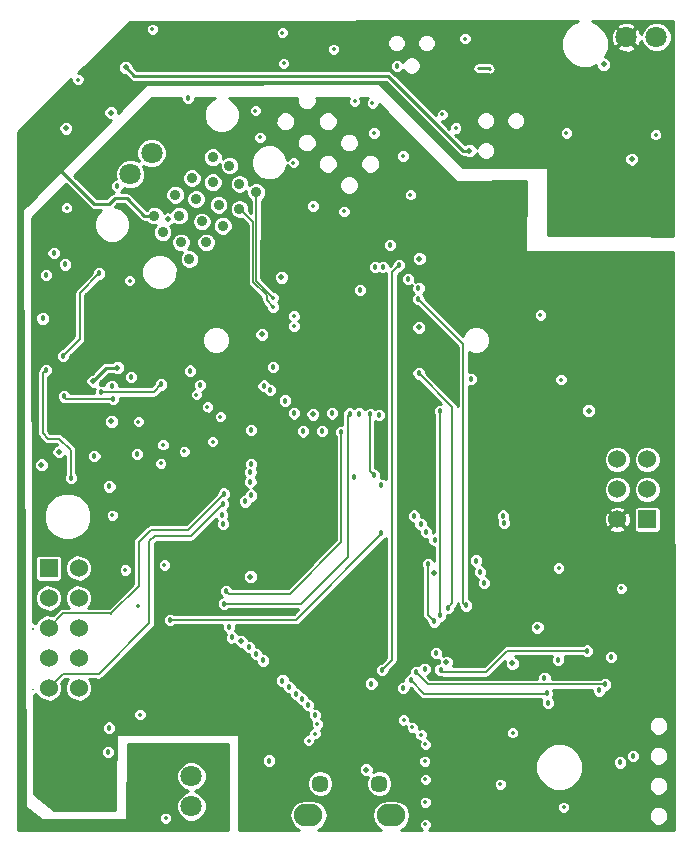
<source format=gbr>
%FSLAX34Y34*%
G04 Gerber Fmt 3.4, Leading zero omitted, Abs format*
G04 (created by PCBNEW (2014-03-19 BZR 4756)-product) date Sat 09 Aug 2014 12:53:28 PM PDT*
%MOIN*%
G01*
G70*
G90*
G04 APERTURE LIST*
%ADD10C,0.005906*%
%ADD11C,0.014000*%
%ADD12O,0.094488X0.074803*%
%ADD13C,0.057087*%
%ADD14C,0.035433*%
%ADD15R,0.060000X0.060000*%
%ADD16C,0.060000*%
%ADD17C,0.070866*%
%ADD18C,0.020000*%
%ADD19C,0.018000*%
%ADD20C,0.010000*%
%ADD21C,0.008000*%
%ADD22C,0.005000*%
G04 APERTURE END LIST*
G54D10*
G54D11*
X49527Y-33740D03*
G54D12*
X59968Y-58267D03*
X57212Y-58267D03*
G54D13*
X57606Y-57204D03*
X59574Y-57204D03*
G54D14*
X53243Y-39722D03*
X53800Y-39165D03*
X54357Y-38609D03*
X54913Y-38052D03*
X55470Y-37495D03*
X54913Y-37217D03*
X54218Y-37913D03*
X53661Y-38469D03*
X52965Y-39165D03*
X52074Y-38275D03*
X52770Y-37579D03*
X53327Y-37022D03*
X54023Y-36326D03*
X54579Y-36604D03*
X54023Y-37161D03*
X53466Y-37718D03*
X52909Y-38275D03*
X52352Y-38831D03*
G54D15*
X68500Y-48400D03*
G54D16*
X67500Y-48400D03*
X68500Y-47400D03*
X67500Y-47400D03*
X68500Y-46400D03*
X67500Y-46400D03*
G54D15*
X48550Y-50020D03*
G54D16*
X49550Y-50020D03*
X48550Y-51020D03*
X49550Y-51020D03*
X48550Y-52020D03*
X49550Y-52020D03*
X48550Y-53020D03*
X49550Y-53020D03*
X48550Y-54020D03*
X49550Y-54020D03*
G54D17*
X68810Y-32330D03*
X67810Y-32330D03*
X51983Y-36177D03*
X51276Y-36885D03*
X53311Y-57968D03*
X53311Y-56968D03*
G54D11*
X52450Y-58356D03*
X52007Y-32057D03*
X58051Y-32726D03*
X65807Y-35521D03*
X56387Y-33198D03*
X61673Y-34901D03*
X62125Y-35354D03*
X58750Y-34458D03*
X59340Y-34527D03*
X59399Y-35521D03*
X60610Y-37578D03*
X60364Y-36289D03*
X64940Y-41584D03*
X65551Y-50019D03*
X61112Y-58562D03*
X61102Y-57824D03*
X61112Y-57066D03*
X61092Y-56456D03*
X61112Y-55895D03*
X60964Y-55580D03*
X60669Y-55334D03*
X60383Y-55088D03*
X57509Y-55226D03*
X57431Y-55541D03*
X57214Y-55777D03*
X65718Y-57992D03*
X51594Y-54911D03*
X51535Y-51299D03*
X51102Y-50088D03*
X52411Y-49921D03*
X50669Y-48257D03*
X52293Y-46535D03*
X51545Y-45137D03*
X52362Y-45915D03*
X54015Y-45807D03*
X53070Y-46131D03*
X53474Y-44242D03*
X54271Y-44970D03*
X63602Y-57224D03*
X64015Y-55511D03*
X67637Y-50698D03*
X65629Y-43740D03*
X68789Y-35580D03*
X62431Y-32372D03*
X56338Y-32175D03*
X55442Y-34773D03*
X49153Y-38011D03*
X57362Y-37952D03*
X58395Y-38129D03*
X55600Y-35669D03*
X56712Y-36505D03*
X51250Y-40442D03*
G54D18*
X52519Y-38385D03*
X50629Y-34842D03*
X50840Y-43340D03*
X50030Y-43790D03*
X59685Y-35354D03*
X67050Y-33230D03*
X67990Y-36390D03*
X63450Y-37310D03*
X65750Y-45240D03*
X66780Y-48410D03*
X66730Y-52050D03*
X66110Y-52290D03*
X66360Y-55470D03*
X67780Y-58300D03*
X65560Y-54770D03*
X51460Y-42020D03*
X50850Y-42410D03*
X51320Y-46610D03*
X50010Y-45270D03*
X48680Y-54820D03*
X64300Y-39345D03*
X63740Y-40770D03*
X60785Y-36325D03*
X51180Y-53295D03*
X51960Y-53310D03*
X52090Y-52830D03*
X52340Y-47800D03*
X52605Y-50680D03*
X64285Y-52325D03*
X64580Y-34800D03*
X65700Y-34610D03*
X68640Y-37390D03*
X51600Y-58630D03*
X48500Y-36320D03*
X63260Y-32290D03*
X64315Y-34420D03*
X63295Y-33690D03*
X59133Y-56742D03*
X61805Y-53160D03*
X55280Y-50305D03*
X66555Y-44770D03*
X60895Y-42000D03*
X60905Y-39705D03*
X61395Y-50180D03*
X48895Y-46145D03*
X48310Y-46585D03*
X56310Y-40325D03*
X55660Y-42230D03*
X64005Y-53195D03*
X64835Y-51995D03*
G54D19*
X61400Y-51800D03*
X61200Y-49900D03*
X53190Y-34360D03*
G54D18*
X51120Y-33330D03*
X62580Y-36110D03*
X49130Y-35360D03*
G54D19*
X66900Y-54100D03*
X67600Y-56500D03*
X68031Y-56279D03*
X65531Y-53070D03*
X50075Y-46285D03*
X58940Y-40750D03*
X50240Y-40200D03*
X49030Y-42940D03*
X49295Y-47010D03*
X48455Y-43415D03*
X55100Y-47800D03*
X50575Y-47300D03*
X51490Y-46220D03*
X59310Y-53870D03*
X50690Y-44370D03*
X49075Y-44300D03*
X55300Y-47600D03*
G54D18*
X50640Y-45130D03*
G54D19*
X55275Y-46825D03*
X51300Y-43650D03*
X52300Y-43900D03*
X50300Y-44150D03*
X55275Y-47150D03*
X50650Y-43950D03*
G54D11*
X56033Y-41318D03*
X56033Y-41003D03*
X56732Y-41614D03*
X56730Y-41960D03*
G54D19*
X53600Y-43925D03*
X55300Y-45425D03*
X53260Y-43440D03*
X49100Y-39900D03*
X50840Y-37280D03*
X48720Y-39520D03*
X54322Y-48240D03*
X54358Y-48543D03*
X54397Y-47539D03*
X63700Y-48275D03*
X60725Y-48275D03*
X59645Y-48842D03*
X52600Y-51750D03*
X54358Y-47885D03*
X58582Y-44874D03*
X54409Y-51204D03*
X54460Y-50783D03*
X58307Y-45484D03*
X61600Y-51600D03*
X61600Y-44800D03*
G54D11*
X53840Y-44650D03*
G54D19*
X48470Y-40260D03*
X60170Y-33280D03*
X55300Y-46550D03*
X48350Y-41700D03*
X50530Y-56150D03*
X57188Y-54594D03*
X50570Y-55340D03*
X57003Y-54397D03*
X55905Y-56437D03*
X57421Y-54921D03*
X60226Y-39931D03*
X59665Y-53425D03*
X56791Y-54216D03*
X56023Y-43326D03*
X56574Y-53984D03*
X55720Y-43940D03*
X56346Y-53771D03*
X55921Y-44086D03*
X55688Y-53102D03*
X56429Y-44437D03*
X55456Y-52877D03*
X56732Y-44866D03*
X55236Y-52653D03*
X57023Y-45464D03*
G54D18*
X54968Y-52456D03*
X57362Y-44893D03*
G54D19*
X54665Y-52334D03*
X57669Y-45460D03*
X54562Y-51992D03*
X57996Y-44866D03*
X58901Y-44870D03*
X58740Y-46972D03*
X59389Y-46929D03*
X59251Y-44901D03*
X59566Y-44921D03*
X59645Y-47244D03*
X61850Y-51348D03*
X60885Y-43533D03*
X62470Y-51269D03*
X60866Y-41062D03*
X60877Y-40692D03*
X63059Y-50511D03*
X62921Y-50161D03*
X62630Y-43720D03*
X60540Y-40380D03*
X59921Y-39259D03*
X62803Y-49771D03*
X61417Y-49074D03*
X59685Y-39980D03*
X61122Y-48818D03*
X59429Y-39980D03*
X60374Y-54015D03*
X65196Y-54507D03*
X65147Y-54202D03*
X60620Y-53769D03*
X60800Y-53500D03*
X67100Y-53900D03*
X65078Y-53700D03*
X61082Y-53385D03*
X66496Y-52775D03*
X61614Y-53405D03*
X61456Y-52858D03*
X67303Y-52980D03*
X60950Y-48550D03*
X63725Y-48525D03*
G54D20*
X63240Y-33360D02*
X63260Y-33380D01*
X62880Y-33360D02*
X63240Y-33360D01*
G54D21*
X48023Y-54066D02*
X48023Y-54055D01*
X48023Y-52066D02*
X48023Y-52011D01*
G54D20*
X50480Y-43340D02*
X50840Y-43340D01*
X50030Y-43790D02*
X50480Y-43340D01*
X51735Y-38275D02*
X51150Y-37690D01*
X51150Y-37690D02*
X50760Y-37690D01*
X50760Y-37690D02*
X50560Y-37890D01*
X50560Y-37890D02*
X50070Y-37890D01*
X50070Y-37890D02*
X48500Y-36320D01*
X52074Y-38275D02*
X51735Y-38275D01*
G54D21*
X61400Y-51800D02*
X61200Y-51600D01*
X61200Y-51600D02*
X61200Y-49900D01*
G54D20*
X51120Y-33330D02*
X51160Y-33370D01*
X62360Y-36110D02*
X59870Y-33620D01*
X59870Y-33620D02*
X51410Y-33620D01*
X51410Y-33620D02*
X51120Y-33330D01*
X62580Y-36110D02*
X62360Y-36110D01*
G54D21*
X50240Y-40200D02*
X49590Y-40850D01*
X49590Y-40850D02*
X49590Y-42380D01*
X49590Y-42380D02*
X49030Y-42940D01*
X49295Y-47010D02*
X49285Y-47000D01*
X49285Y-47000D02*
X49285Y-46095D01*
X49285Y-46095D02*
X48900Y-45710D01*
X48900Y-45710D02*
X48530Y-45710D01*
X48530Y-45710D02*
X48350Y-45530D01*
X48350Y-45530D02*
X48350Y-43520D01*
X48350Y-43520D02*
X48455Y-43415D01*
X49145Y-44370D02*
X49075Y-44300D01*
X50690Y-44370D02*
X49145Y-44370D01*
X52300Y-43900D02*
X52050Y-44150D01*
X52050Y-44150D02*
X50300Y-44150D01*
G54D22*
X56033Y-41318D02*
X55816Y-41102D01*
X55816Y-41102D02*
X55816Y-40935D01*
X55816Y-40935D02*
X55364Y-40482D01*
X55364Y-40482D02*
X55364Y-38502D01*
X55364Y-38502D02*
X55029Y-38169D01*
X56033Y-41003D02*
X55470Y-40441D01*
X55470Y-40441D02*
X55472Y-37667D01*
G54D21*
X50632Y-51532D02*
X50625Y-51539D01*
X51547Y-50618D02*
X50632Y-51532D01*
X51547Y-49153D02*
X51547Y-50618D01*
X51956Y-48744D02*
X51547Y-49153D01*
X53192Y-48744D02*
X51956Y-48744D01*
X54397Y-47539D02*
X53192Y-48744D01*
X49037Y-51532D02*
X48550Y-52020D01*
X50632Y-51532D02*
X49037Y-51532D01*
X52600Y-51750D02*
X52613Y-51736D01*
X52613Y-51736D02*
X56803Y-51736D01*
X59645Y-48893D02*
X59645Y-48842D01*
X56803Y-51736D02*
X59645Y-48893D01*
X50226Y-53536D02*
X50200Y-53562D01*
X51913Y-51850D02*
X50226Y-53536D01*
X51913Y-49122D02*
X51913Y-51850D01*
X52082Y-48952D02*
X51913Y-49122D01*
X53291Y-48952D02*
X52082Y-48952D01*
X54358Y-47885D02*
X53291Y-48952D01*
X49033Y-53536D02*
X48550Y-54020D01*
X50226Y-53536D02*
X49033Y-53536D01*
X58582Y-44874D02*
X58531Y-44925D01*
X58531Y-44925D02*
X58531Y-49649D01*
X58531Y-49649D02*
X56976Y-51204D01*
X56976Y-51204D02*
X54409Y-51204D01*
X54460Y-50783D02*
X54551Y-50874D01*
X54551Y-50874D02*
X56594Y-50874D01*
X56594Y-50874D02*
X58307Y-49161D01*
X58307Y-49161D02*
X58307Y-45484D01*
X61600Y-51600D02*
X61600Y-44800D01*
X60226Y-39931D02*
X60000Y-40157D01*
X60000Y-40157D02*
X60000Y-53090D01*
X60000Y-53090D02*
X59665Y-53425D01*
X59389Y-46929D02*
X59251Y-46791D01*
X59251Y-46791D02*
X59251Y-44901D01*
X61850Y-51348D02*
X61998Y-51200D01*
X61998Y-51200D02*
X61998Y-44645D01*
X61998Y-44645D02*
X60885Y-43533D01*
X62470Y-51269D02*
X62372Y-51171D01*
X62372Y-51171D02*
X62372Y-42568D01*
X62372Y-42568D02*
X60866Y-41062D01*
X65147Y-54202D02*
X65137Y-54212D01*
X65137Y-54212D02*
X61062Y-54212D01*
X61062Y-54212D02*
X60620Y-53769D01*
X60800Y-53500D02*
X61200Y-53900D01*
X61200Y-53900D02*
X67100Y-53900D01*
X66496Y-52775D02*
X63838Y-52775D01*
X63838Y-52775D02*
X63129Y-53484D01*
X63129Y-53484D02*
X61692Y-53484D01*
X61692Y-53484D02*
X61614Y-53405D01*
G54D10*
G36*
X69379Y-31800D02*
X69370Y-38939D01*
X69314Y-38939D01*
X69314Y-32230D01*
X69237Y-32044D01*
X69096Y-31902D01*
X68910Y-31825D01*
X68710Y-31825D01*
X68524Y-31902D01*
X68382Y-32043D01*
X68309Y-32221D01*
X68243Y-32052D01*
X68231Y-32035D01*
X68154Y-32000D01*
X68139Y-32014D01*
X68139Y-31985D01*
X68104Y-31908D01*
X67920Y-31827D01*
X67719Y-31823D01*
X67532Y-31896D01*
X67515Y-31908D01*
X67480Y-31985D01*
X67810Y-32315D01*
X68139Y-31985D01*
X68139Y-32014D01*
X67824Y-32330D01*
X68154Y-32659D01*
X68231Y-32624D01*
X68311Y-32443D01*
X68382Y-32615D01*
X68523Y-32757D01*
X68709Y-32834D01*
X68909Y-32834D01*
X69095Y-32757D01*
X69237Y-32616D01*
X69314Y-32430D01*
X69314Y-32230D01*
X69314Y-38939D01*
X69009Y-38937D01*
X69009Y-35537D01*
X68975Y-35456D01*
X68914Y-35394D01*
X68833Y-35360D01*
X68745Y-35360D01*
X68664Y-35394D01*
X68602Y-35455D01*
X68569Y-35536D01*
X68569Y-35624D01*
X68602Y-35705D01*
X68664Y-35767D01*
X68745Y-35800D01*
X68832Y-35800D01*
X68913Y-35767D01*
X68975Y-35705D01*
X69009Y-35624D01*
X69009Y-35537D01*
X69009Y-38937D01*
X68240Y-38931D01*
X68240Y-36340D01*
X68202Y-36248D01*
X68139Y-36186D01*
X68139Y-32674D01*
X67810Y-32344D01*
X67795Y-32358D01*
X67795Y-32330D01*
X67465Y-32000D01*
X67388Y-32035D01*
X67307Y-32219D01*
X67303Y-32420D01*
X67376Y-32607D01*
X67388Y-32624D01*
X67465Y-32659D01*
X67795Y-32330D01*
X67795Y-32358D01*
X67480Y-32674D01*
X67515Y-32751D01*
X67699Y-32832D01*
X67900Y-32836D01*
X68087Y-32763D01*
X68104Y-32751D01*
X68139Y-32674D01*
X68139Y-36186D01*
X68131Y-36178D01*
X68039Y-36140D01*
X67940Y-36139D01*
X67848Y-36177D01*
X67778Y-36248D01*
X67740Y-36340D01*
X67739Y-36439D01*
X67777Y-36531D01*
X67848Y-36601D01*
X67940Y-36639D01*
X68039Y-36640D01*
X68131Y-36602D01*
X68201Y-36531D01*
X68239Y-36439D01*
X68240Y-36340D01*
X68240Y-38931D01*
X66027Y-38916D01*
X66027Y-35478D01*
X65993Y-35397D01*
X65931Y-35335D01*
X65851Y-35301D01*
X65763Y-35301D01*
X65682Y-35335D01*
X65620Y-35396D01*
X65587Y-35477D01*
X65587Y-35565D01*
X65620Y-35646D01*
X65682Y-35708D01*
X65763Y-35741D01*
X65850Y-35741D01*
X65931Y-35708D01*
X65993Y-35646D01*
X66027Y-35565D01*
X66027Y-35478D01*
X66027Y-38916D01*
X65200Y-38910D01*
X65200Y-36920D01*
X65200Y-36650D01*
X64430Y-36650D01*
X64430Y-35038D01*
X64382Y-34924D01*
X64295Y-34837D01*
X64181Y-34790D01*
X64058Y-34789D01*
X63944Y-34837D01*
X63857Y-34924D01*
X63810Y-35038D01*
X63809Y-35161D01*
X63857Y-35275D01*
X63944Y-35362D01*
X64058Y-35409D01*
X64181Y-35410D01*
X64295Y-35362D01*
X64382Y-35275D01*
X64429Y-35161D01*
X64430Y-35038D01*
X64430Y-36650D01*
X63460Y-36650D01*
X63460Y-33380D01*
X63444Y-33303D01*
X63401Y-33238D01*
X63381Y-33218D01*
X63316Y-33175D01*
X63240Y-33160D01*
X62880Y-33160D01*
X62803Y-33175D01*
X62738Y-33218D01*
X62695Y-33283D01*
X62680Y-33360D01*
X62695Y-33436D01*
X62738Y-33501D01*
X62803Y-33544D01*
X62880Y-33560D01*
X63176Y-33560D01*
X63183Y-33564D01*
X63260Y-33580D01*
X63336Y-33564D01*
X63401Y-33521D01*
X63444Y-33456D01*
X63460Y-33380D01*
X63460Y-36650D01*
X63430Y-36650D01*
X63430Y-36038D01*
X63430Y-35038D01*
X63382Y-34924D01*
X63295Y-34837D01*
X63181Y-34790D01*
X63058Y-34789D01*
X62944Y-34837D01*
X62857Y-34924D01*
X62810Y-35038D01*
X62809Y-35161D01*
X62857Y-35275D01*
X62944Y-35362D01*
X63058Y-35409D01*
X63181Y-35410D01*
X63295Y-35362D01*
X63382Y-35275D01*
X63429Y-35161D01*
X63430Y-35038D01*
X63430Y-36038D01*
X63382Y-35924D01*
X63295Y-35837D01*
X63181Y-35790D01*
X63058Y-35789D01*
X62944Y-35837D01*
X62857Y-35924D01*
X62815Y-36025D01*
X62792Y-35968D01*
X62721Y-35898D01*
X62651Y-35868D01*
X62651Y-32328D01*
X62617Y-32247D01*
X62555Y-32185D01*
X62475Y-32152D01*
X62387Y-32152D01*
X62306Y-32185D01*
X62244Y-32247D01*
X62211Y-32328D01*
X62211Y-32415D01*
X62244Y-32496D01*
X62306Y-32558D01*
X62387Y-32592D01*
X62474Y-32592D01*
X62555Y-32558D01*
X62617Y-32496D01*
X62651Y-32416D01*
X62651Y-32328D01*
X62651Y-35868D01*
X62629Y-35860D01*
X62530Y-35859D01*
X62438Y-35897D01*
X62434Y-35901D01*
X62107Y-35574D01*
X62169Y-35574D01*
X62250Y-35540D01*
X62312Y-35479D01*
X62345Y-35398D01*
X62346Y-35310D01*
X62312Y-35229D01*
X62250Y-35167D01*
X62169Y-35134D01*
X62082Y-35134D01*
X62001Y-35167D01*
X61939Y-35229D01*
X61906Y-35310D01*
X61905Y-35373D01*
X61654Y-35121D01*
X61716Y-35121D01*
X61797Y-35088D01*
X61859Y-35026D01*
X61893Y-34945D01*
X61893Y-34858D01*
X61859Y-34777D01*
X61798Y-34715D01*
X61717Y-34681D01*
X61629Y-34681D01*
X61548Y-34714D01*
X61486Y-34776D01*
X61460Y-34841D01*
X61460Y-32458D01*
X61412Y-32344D01*
X61325Y-32257D01*
X61211Y-32210D01*
X61088Y-32209D01*
X60974Y-32257D01*
X60887Y-32344D01*
X60840Y-32458D01*
X60839Y-32581D01*
X60887Y-32695D01*
X60974Y-32782D01*
X61088Y-32829D01*
X61211Y-32830D01*
X61325Y-32782D01*
X61412Y-32695D01*
X61459Y-32581D01*
X61460Y-32458D01*
X61460Y-34841D01*
X61453Y-34857D01*
X61453Y-34920D01*
X60960Y-34427D01*
X60960Y-33208D01*
X60912Y-33094D01*
X60825Y-33007D01*
X60711Y-32960D01*
X60588Y-32959D01*
X60474Y-33007D01*
X60460Y-33021D01*
X60460Y-32458D01*
X60412Y-32344D01*
X60325Y-32257D01*
X60211Y-32210D01*
X60088Y-32209D01*
X59974Y-32257D01*
X59887Y-32344D01*
X59840Y-32458D01*
X59839Y-32581D01*
X59887Y-32695D01*
X59974Y-32782D01*
X60088Y-32829D01*
X60211Y-32830D01*
X60325Y-32782D01*
X60412Y-32695D01*
X60459Y-32581D01*
X60460Y-32458D01*
X60460Y-33021D01*
X60387Y-33094D01*
X60368Y-33139D01*
X60306Y-33076D01*
X60217Y-33040D01*
X60122Y-33039D01*
X60034Y-33076D01*
X59966Y-33143D01*
X59930Y-33232D01*
X59929Y-33327D01*
X59966Y-33415D01*
X60033Y-33483D01*
X60122Y-33519D01*
X60217Y-33520D01*
X60305Y-33483D01*
X60373Y-33416D01*
X60374Y-33414D01*
X60387Y-33445D01*
X60474Y-33532D01*
X60588Y-33579D01*
X60711Y-33580D01*
X60825Y-33532D01*
X60912Y-33445D01*
X60959Y-33331D01*
X60960Y-33208D01*
X60960Y-34427D01*
X60011Y-33478D01*
X59946Y-33435D01*
X59870Y-33420D01*
X58271Y-33420D01*
X58271Y-32682D01*
X58237Y-32601D01*
X58175Y-32539D01*
X58095Y-32506D01*
X58007Y-32506D01*
X57926Y-32539D01*
X57864Y-32601D01*
X57831Y-32682D01*
X57831Y-32769D01*
X57864Y-32850D01*
X57926Y-32912D01*
X58007Y-32946D01*
X58094Y-32946D01*
X58175Y-32912D01*
X58237Y-32851D01*
X58271Y-32770D01*
X58271Y-32682D01*
X58271Y-33420D01*
X56607Y-33420D01*
X56607Y-33155D01*
X56574Y-33074D01*
X56558Y-33058D01*
X56558Y-32131D01*
X56525Y-32050D01*
X56463Y-31988D01*
X56382Y-31955D01*
X56295Y-31955D01*
X56214Y-31988D01*
X56152Y-32050D01*
X56118Y-32131D01*
X56118Y-32218D01*
X56151Y-32299D01*
X56213Y-32361D01*
X56294Y-32395D01*
X56382Y-32395D01*
X56463Y-32361D01*
X56524Y-32299D01*
X56558Y-32219D01*
X56558Y-32131D01*
X56558Y-33058D01*
X56512Y-33012D01*
X56431Y-32978D01*
X56344Y-32978D01*
X56263Y-33012D01*
X56201Y-33074D01*
X56167Y-33154D01*
X56167Y-33242D01*
X56201Y-33323D01*
X56263Y-33385D01*
X56343Y-33418D01*
X56431Y-33418D01*
X56512Y-33385D01*
X56574Y-33323D01*
X56607Y-33242D01*
X56607Y-33155D01*
X56607Y-33420D01*
X52227Y-33420D01*
X52227Y-32013D01*
X52194Y-31932D01*
X52132Y-31870D01*
X52051Y-31837D01*
X51964Y-31837D01*
X51883Y-31870D01*
X51821Y-31932D01*
X51787Y-32013D01*
X51787Y-32100D01*
X51821Y-32181D01*
X51883Y-32243D01*
X51963Y-32277D01*
X52051Y-32277D01*
X52132Y-32243D01*
X52194Y-32181D01*
X52227Y-32101D01*
X52227Y-32013D01*
X52227Y-33420D01*
X51492Y-33420D01*
X51370Y-33297D01*
X51370Y-33280D01*
X51332Y-33188D01*
X51261Y-33118D01*
X51169Y-33080D01*
X51070Y-33079D01*
X50978Y-33117D01*
X50908Y-33188D01*
X50870Y-33280D01*
X50869Y-33379D01*
X50907Y-33471D01*
X50978Y-33541D01*
X51070Y-33579D01*
X51087Y-33579D01*
X51268Y-33761D01*
X51333Y-33804D01*
X51410Y-33820D01*
X59787Y-33820D01*
X62218Y-36251D01*
X62283Y-36294D01*
X62283Y-36294D01*
X62360Y-36310D01*
X62426Y-36310D01*
X62438Y-36321D01*
X62530Y-36359D01*
X62629Y-36360D01*
X62721Y-36322D01*
X62791Y-36251D01*
X62819Y-36184D01*
X62857Y-36275D01*
X62944Y-36362D01*
X63058Y-36409D01*
X63181Y-36410D01*
X63295Y-36362D01*
X63382Y-36275D01*
X63429Y-36161D01*
X63430Y-36038D01*
X63430Y-36650D01*
X62370Y-36650D01*
X59580Y-33859D01*
X51809Y-33900D01*
X50879Y-34838D01*
X50879Y-34793D01*
X50841Y-34701D01*
X50771Y-34630D01*
X50679Y-34592D01*
X50580Y-34592D01*
X50488Y-34630D01*
X50418Y-34700D01*
X50379Y-34792D01*
X50379Y-34892D01*
X50417Y-34983D01*
X50488Y-35054D01*
X50579Y-35092D01*
X50628Y-35092D01*
X49380Y-36354D01*
X49380Y-35310D01*
X49342Y-35218D01*
X49271Y-35148D01*
X49179Y-35110D01*
X49080Y-35109D01*
X48988Y-35147D01*
X48918Y-35218D01*
X48880Y-35310D01*
X48879Y-35409D01*
X48917Y-35501D01*
X48988Y-35571D01*
X49080Y-35609D01*
X49179Y-35610D01*
X49271Y-35572D01*
X49341Y-35501D01*
X49379Y-35409D01*
X49380Y-35310D01*
X49380Y-36354D01*
X47965Y-37783D01*
X47817Y-37912D01*
X47669Y-38036D01*
X47760Y-57984D01*
X48343Y-58430D01*
X51159Y-58430D01*
X51209Y-55880D01*
X54520Y-55880D01*
X54520Y-58740D01*
X53815Y-58742D01*
X53815Y-57868D01*
X53738Y-57683D01*
X53597Y-57541D01*
X53421Y-57468D01*
X53596Y-57396D01*
X53738Y-57254D01*
X53815Y-57069D01*
X53815Y-56868D01*
X53738Y-56683D01*
X53597Y-56541D01*
X53411Y-56464D01*
X53211Y-56464D01*
X53025Y-56540D01*
X52883Y-56682D01*
X52806Y-56867D01*
X52806Y-57068D01*
X52883Y-57253D01*
X53024Y-57395D01*
X53200Y-57468D01*
X53025Y-57540D01*
X52883Y-57682D01*
X52806Y-57867D01*
X52806Y-58068D01*
X52883Y-58253D01*
X53024Y-58395D01*
X53210Y-58472D01*
X53410Y-58472D01*
X53596Y-58396D01*
X53738Y-58254D01*
X53815Y-58069D01*
X53815Y-57868D01*
X53815Y-58742D01*
X52670Y-58745D01*
X52670Y-58312D01*
X52637Y-58231D01*
X52575Y-58169D01*
X52494Y-58136D01*
X52407Y-58136D01*
X52326Y-58169D01*
X52264Y-58231D01*
X52230Y-58312D01*
X52230Y-58399D01*
X52264Y-58480D01*
X52326Y-58542D01*
X52406Y-58576D01*
X52494Y-58576D01*
X52575Y-58542D01*
X52637Y-58481D01*
X52670Y-58400D01*
X52670Y-58312D01*
X52670Y-58745D01*
X47530Y-58759D01*
X47530Y-35470D01*
X49307Y-33726D01*
X49307Y-33783D01*
X49340Y-33864D01*
X49402Y-33926D01*
X49483Y-33960D01*
X49571Y-33960D01*
X49652Y-33926D01*
X49713Y-33864D01*
X49747Y-33784D01*
X49747Y-33696D01*
X49714Y-33615D01*
X49652Y-33553D01*
X49571Y-33520D01*
X49517Y-33520D01*
X51260Y-31809D01*
X66184Y-31801D01*
X65978Y-31886D01*
X65755Y-32109D01*
X65634Y-32400D01*
X65634Y-32716D01*
X65754Y-33007D01*
X65977Y-33230D01*
X66268Y-33351D01*
X66584Y-33351D01*
X66799Y-33262D01*
X66799Y-33279D01*
X66837Y-33371D01*
X66908Y-33441D01*
X67000Y-33479D01*
X67099Y-33480D01*
X67191Y-33442D01*
X67261Y-33371D01*
X67299Y-33279D01*
X67300Y-33180D01*
X67262Y-33088D01*
X67191Y-33018D01*
X67108Y-32983D01*
X67219Y-32717D01*
X67219Y-32402D01*
X67099Y-32110D01*
X66876Y-31887D01*
X66669Y-31801D01*
X69379Y-31800D01*
X69379Y-31800D01*
G37*
G54D20*
X69379Y-31800D02*
X69370Y-38939D01*
X69314Y-38939D01*
X69314Y-32230D01*
X69237Y-32044D01*
X69096Y-31902D01*
X68910Y-31825D01*
X68710Y-31825D01*
X68524Y-31902D01*
X68382Y-32043D01*
X68309Y-32221D01*
X68243Y-32052D01*
X68231Y-32035D01*
X68154Y-32000D01*
X68139Y-32014D01*
X68139Y-31985D01*
X68104Y-31908D01*
X67920Y-31827D01*
X67719Y-31823D01*
X67532Y-31896D01*
X67515Y-31908D01*
X67480Y-31985D01*
X67810Y-32315D01*
X68139Y-31985D01*
X68139Y-32014D01*
X67824Y-32330D01*
X68154Y-32659D01*
X68231Y-32624D01*
X68311Y-32443D01*
X68382Y-32615D01*
X68523Y-32757D01*
X68709Y-32834D01*
X68909Y-32834D01*
X69095Y-32757D01*
X69237Y-32616D01*
X69314Y-32430D01*
X69314Y-32230D01*
X69314Y-38939D01*
X69009Y-38937D01*
X69009Y-35537D01*
X68975Y-35456D01*
X68914Y-35394D01*
X68833Y-35360D01*
X68745Y-35360D01*
X68664Y-35394D01*
X68602Y-35455D01*
X68569Y-35536D01*
X68569Y-35624D01*
X68602Y-35705D01*
X68664Y-35767D01*
X68745Y-35800D01*
X68832Y-35800D01*
X68913Y-35767D01*
X68975Y-35705D01*
X69009Y-35624D01*
X69009Y-35537D01*
X69009Y-38937D01*
X68240Y-38931D01*
X68240Y-36340D01*
X68202Y-36248D01*
X68139Y-36186D01*
X68139Y-32674D01*
X67810Y-32344D01*
X67795Y-32358D01*
X67795Y-32330D01*
X67465Y-32000D01*
X67388Y-32035D01*
X67307Y-32219D01*
X67303Y-32420D01*
X67376Y-32607D01*
X67388Y-32624D01*
X67465Y-32659D01*
X67795Y-32330D01*
X67795Y-32358D01*
X67480Y-32674D01*
X67515Y-32751D01*
X67699Y-32832D01*
X67900Y-32836D01*
X68087Y-32763D01*
X68104Y-32751D01*
X68139Y-32674D01*
X68139Y-36186D01*
X68131Y-36178D01*
X68039Y-36140D01*
X67940Y-36139D01*
X67848Y-36177D01*
X67778Y-36248D01*
X67740Y-36340D01*
X67739Y-36439D01*
X67777Y-36531D01*
X67848Y-36601D01*
X67940Y-36639D01*
X68039Y-36640D01*
X68131Y-36602D01*
X68201Y-36531D01*
X68239Y-36439D01*
X68240Y-36340D01*
X68240Y-38931D01*
X66027Y-38916D01*
X66027Y-35478D01*
X65993Y-35397D01*
X65931Y-35335D01*
X65851Y-35301D01*
X65763Y-35301D01*
X65682Y-35335D01*
X65620Y-35396D01*
X65587Y-35477D01*
X65587Y-35565D01*
X65620Y-35646D01*
X65682Y-35708D01*
X65763Y-35741D01*
X65850Y-35741D01*
X65931Y-35708D01*
X65993Y-35646D01*
X66027Y-35565D01*
X66027Y-35478D01*
X66027Y-38916D01*
X65200Y-38910D01*
X65200Y-36920D01*
X65200Y-36650D01*
X64430Y-36650D01*
X64430Y-35038D01*
X64382Y-34924D01*
X64295Y-34837D01*
X64181Y-34790D01*
X64058Y-34789D01*
X63944Y-34837D01*
X63857Y-34924D01*
X63810Y-35038D01*
X63809Y-35161D01*
X63857Y-35275D01*
X63944Y-35362D01*
X64058Y-35409D01*
X64181Y-35410D01*
X64295Y-35362D01*
X64382Y-35275D01*
X64429Y-35161D01*
X64430Y-35038D01*
X64430Y-36650D01*
X63460Y-36650D01*
X63460Y-33380D01*
X63444Y-33303D01*
X63401Y-33238D01*
X63381Y-33218D01*
X63316Y-33175D01*
X63240Y-33160D01*
X62880Y-33160D01*
X62803Y-33175D01*
X62738Y-33218D01*
X62695Y-33283D01*
X62680Y-33360D01*
X62695Y-33436D01*
X62738Y-33501D01*
X62803Y-33544D01*
X62880Y-33560D01*
X63176Y-33560D01*
X63183Y-33564D01*
X63260Y-33580D01*
X63336Y-33564D01*
X63401Y-33521D01*
X63444Y-33456D01*
X63460Y-33380D01*
X63460Y-36650D01*
X63430Y-36650D01*
X63430Y-36038D01*
X63430Y-35038D01*
X63382Y-34924D01*
X63295Y-34837D01*
X63181Y-34790D01*
X63058Y-34789D01*
X62944Y-34837D01*
X62857Y-34924D01*
X62810Y-35038D01*
X62809Y-35161D01*
X62857Y-35275D01*
X62944Y-35362D01*
X63058Y-35409D01*
X63181Y-35410D01*
X63295Y-35362D01*
X63382Y-35275D01*
X63429Y-35161D01*
X63430Y-35038D01*
X63430Y-36038D01*
X63382Y-35924D01*
X63295Y-35837D01*
X63181Y-35790D01*
X63058Y-35789D01*
X62944Y-35837D01*
X62857Y-35924D01*
X62815Y-36025D01*
X62792Y-35968D01*
X62721Y-35898D01*
X62651Y-35868D01*
X62651Y-32328D01*
X62617Y-32247D01*
X62555Y-32185D01*
X62475Y-32152D01*
X62387Y-32152D01*
X62306Y-32185D01*
X62244Y-32247D01*
X62211Y-32328D01*
X62211Y-32415D01*
X62244Y-32496D01*
X62306Y-32558D01*
X62387Y-32592D01*
X62474Y-32592D01*
X62555Y-32558D01*
X62617Y-32496D01*
X62651Y-32416D01*
X62651Y-32328D01*
X62651Y-35868D01*
X62629Y-35860D01*
X62530Y-35859D01*
X62438Y-35897D01*
X62434Y-35901D01*
X62107Y-35574D01*
X62169Y-35574D01*
X62250Y-35540D01*
X62312Y-35479D01*
X62345Y-35398D01*
X62346Y-35310D01*
X62312Y-35229D01*
X62250Y-35167D01*
X62169Y-35134D01*
X62082Y-35134D01*
X62001Y-35167D01*
X61939Y-35229D01*
X61906Y-35310D01*
X61905Y-35373D01*
X61654Y-35121D01*
X61716Y-35121D01*
X61797Y-35088D01*
X61859Y-35026D01*
X61893Y-34945D01*
X61893Y-34858D01*
X61859Y-34777D01*
X61798Y-34715D01*
X61717Y-34681D01*
X61629Y-34681D01*
X61548Y-34714D01*
X61486Y-34776D01*
X61460Y-34841D01*
X61460Y-32458D01*
X61412Y-32344D01*
X61325Y-32257D01*
X61211Y-32210D01*
X61088Y-32209D01*
X60974Y-32257D01*
X60887Y-32344D01*
X60840Y-32458D01*
X60839Y-32581D01*
X60887Y-32695D01*
X60974Y-32782D01*
X61088Y-32829D01*
X61211Y-32830D01*
X61325Y-32782D01*
X61412Y-32695D01*
X61459Y-32581D01*
X61460Y-32458D01*
X61460Y-34841D01*
X61453Y-34857D01*
X61453Y-34920D01*
X60960Y-34427D01*
X60960Y-33208D01*
X60912Y-33094D01*
X60825Y-33007D01*
X60711Y-32960D01*
X60588Y-32959D01*
X60474Y-33007D01*
X60460Y-33021D01*
X60460Y-32458D01*
X60412Y-32344D01*
X60325Y-32257D01*
X60211Y-32210D01*
X60088Y-32209D01*
X59974Y-32257D01*
X59887Y-32344D01*
X59840Y-32458D01*
X59839Y-32581D01*
X59887Y-32695D01*
X59974Y-32782D01*
X60088Y-32829D01*
X60211Y-32830D01*
X60325Y-32782D01*
X60412Y-32695D01*
X60459Y-32581D01*
X60460Y-32458D01*
X60460Y-33021D01*
X60387Y-33094D01*
X60368Y-33139D01*
X60306Y-33076D01*
X60217Y-33040D01*
X60122Y-33039D01*
X60034Y-33076D01*
X59966Y-33143D01*
X59930Y-33232D01*
X59929Y-33327D01*
X59966Y-33415D01*
X60033Y-33483D01*
X60122Y-33519D01*
X60217Y-33520D01*
X60305Y-33483D01*
X60373Y-33416D01*
X60374Y-33414D01*
X60387Y-33445D01*
X60474Y-33532D01*
X60588Y-33579D01*
X60711Y-33580D01*
X60825Y-33532D01*
X60912Y-33445D01*
X60959Y-33331D01*
X60960Y-33208D01*
X60960Y-34427D01*
X60011Y-33478D01*
X59946Y-33435D01*
X59870Y-33420D01*
X58271Y-33420D01*
X58271Y-32682D01*
X58237Y-32601D01*
X58175Y-32539D01*
X58095Y-32506D01*
X58007Y-32506D01*
X57926Y-32539D01*
X57864Y-32601D01*
X57831Y-32682D01*
X57831Y-32769D01*
X57864Y-32850D01*
X57926Y-32912D01*
X58007Y-32946D01*
X58094Y-32946D01*
X58175Y-32912D01*
X58237Y-32851D01*
X58271Y-32770D01*
X58271Y-32682D01*
X58271Y-33420D01*
X56607Y-33420D01*
X56607Y-33155D01*
X56574Y-33074D01*
X56558Y-33058D01*
X56558Y-32131D01*
X56525Y-32050D01*
X56463Y-31988D01*
X56382Y-31955D01*
X56295Y-31955D01*
X56214Y-31988D01*
X56152Y-32050D01*
X56118Y-32131D01*
X56118Y-32218D01*
X56151Y-32299D01*
X56213Y-32361D01*
X56294Y-32395D01*
X56382Y-32395D01*
X56463Y-32361D01*
X56524Y-32299D01*
X56558Y-32219D01*
X56558Y-32131D01*
X56558Y-33058D01*
X56512Y-33012D01*
X56431Y-32978D01*
X56344Y-32978D01*
X56263Y-33012D01*
X56201Y-33074D01*
X56167Y-33154D01*
X56167Y-33242D01*
X56201Y-33323D01*
X56263Y-33385D01*
X56343Y-33418D01*
X56431Y-33418D01*
X56512Y-33385D01*
X56574Y-33323D01*
X56607Y-33242D01*
X56607Y-33155D01*
X56607Y-33420D01*
X52227Y-33420D01*
X52227Y-32013D01*
X52194Y-31932D01*
X52132Y-31870D01*
X52051Y-31837D01*
X51964Y-31837D01*
X51883Y-31870D01*
X51821Y-31932D01*
X51787Y-32013D01*
X51787Y-32100D01*
X51821Y-32181D01*
X51883Y-32243D01*
X51963Y-32277D01*
X52051Y-32277D01*
X52132Y-32243D01*
X52194Y-32181D01*
X52227Y-32101D01*
X52227Y-32013D01*
X52227Y-33420D01*
X51492Y-33420D01*
X51370Y-33297D01*
X51370Y-33280D01*
X51332Y-33188D01*
X51261Y-33118D01*
X51169Y-33080D01*
X51070Y-33079D01*
X50978Y-33117D01*
X50908Y-33188D01*
X50870Y-33280D01*
X50869Y-33379D01*
X50907Y-33471D01*
X50978Y-33541D01*
X51070Y-33579D01*
X51087Y-33579D01*
X51268Y-33761D01*
X51333Y-33804D01*
X51410Y-33820D01*
X59787Y-33820D01*
X62218Y-36251D01*
X62283Y-36294D01*
X62283Y-36294D01*
X62360Y-36310D01*
X62426Y-36310D01*
X62438Y-36321D01*
X62530Y-36359D01*
X62629Y-36360D01*
X62721Y-36322D01*
X62791Y-36251D01*
X62819Y-36184D01*
X62857Y-36275D01*
X62944Y-36362D01*
X63058Y-36409D01*
X63181Y-36410D01*
X63295Y-36362D01*
X63382Y-36275D01*
X63429Y-36161D01*
X63430Y-36038D01*
X63430Y-36650D01*
X62370Y-36650D01*
X59580Y-33859D01*
X51809Y-33900D01*
X50879Y-34838D01*
X50879Y-34793D01*
X50841Y-34701D01*
X50771Y-34630D01*
X50679Y-34592D01*
X50580Y-34592D01*
X50488Y-34630D01*
X50418Y-34700D01*
X50379Y-34792D01*
X50379Y-34892D01*
X50417Y-34983D01*
X50488Y-35054D01*
X50579Y-35092D01*
X50628Y-35092D01*
X49380Y-36354D01*
X49380Y-35310D01*
X49342Y-35218D01*
X49271Y-35148D01*
X49179Y-35110D01*
X49080Y-35109D01*
X48988Y-35147D01*
X48918Y-35218D01*
X48880Y-35310D01*
X48879Y-35409D01*
X48917Y-35501D01*
X48988Y-35571D01*
X49080Y-35609D01*
X49179Y-35610D01*
X49271Y-35572D01*
X49341Y-35501D01*
X49379Y-35409D01*
X49380Y-35310D01*
X49380Y-36354D01*
X47965Y-37783D01*
X47817Y-37912D01*
X47669Y-38036D01*
X47760Y-57984D01*
X48343Y-58430D01*
X51159Y-58430D01*
X51209Y-55880D01*
X54520Y-55880D01*
X54520Y-58740D01*
X53815Y-58742D01*
X53815Y-57868D01*
X53738Y-57683D01*
X53597Y-57541D01*
X53421Y-57468D01*
X53596Y-57396D01*
X53738Y-57254D01*
X53815Y-57069D01*
X53815Y-56868D01*
X53738Y-56683D01*
X53597Y-56541D01*
X53411Y-56464D01*
X53211Y-56464D01*
X53025Y-56540D01*
X52883Y-56682D01*
X52806Y-56867D01*
X52806Y-57068D01*
X52883Y-57253D01*
X53024Y-57395D01*
X53200Y-57468D01*
X53025Y-57540D01*
X52883Y-57682D01*
X52806Y-57867D01*
X52806Y-58068D01*
X52883Y-58253D01*
X53024Y-58395D01*
X53210Y-58472D01*
X53410Y-58472D01*
X53596Y-58396D01*
X53738Y-58254D01*
X53815Y-58069D01*
X53815Y-57868D01*
X53815Y-58742D01*
X52670Y-58745D01*
X52670Y-58312D01*
X52637Y-58231D01*
X52575Y-58169D01*
X52494Y-58136D01*
X52407Y-58136D01*
X52326Y-58169D01*
X52264Y-58231D01*
X52230Y-58312D01*
X52230Y-58399D01*
X52264Y-58480D01*
X52326Y-58542D01*
X52406Y-58576D01*
X52494Y-58576D01*
X52575Y-58542D01*
X52637Y-58481D01*
X52670Y-58400D01*
X52670Y-58312D01*
X52670Y-58745D01*
X47530Y-58759D01*
X47530Y-35470D01*
X49307Y-33726D01*
X49307Y-33783D01*
X49340Y-33864D01*
X49402Y-33926D01*
X49483Y-33960D01*
X49571Y-33960D01*
X49652Y-33926D01*
X49713Y-33864D01*
X49747Y-33784D01*
X49747Y-33696D01*
X49714Y-33615D01*
X49652Y-33553D01*
X49571Y-33520D01*
X49517Y-33520D01*
X51260Y-31809D01*
X66184Y-31801D01*
X65978Y-31886D01*
X65755Y-32109D01*
X65634Y-32400D01*
X65634Y-32716D01*
X65754Y-33007D01*
X65977Y-33230D01*
X66268Y-33351D01*
X66584Y-33351D01*
X66799Y-33262D01*
X66799Y-33279D01*
X66837Y-33371D01*
X66908Y-33441D01*
X67000Y-33479D01*
X67099Y-33480D01*
X67191Y-33442D01*
X67261Y-33371D01*
X67299Y-33279D01*
X67300Y-33180D01*
X67262Y-33088D01*
X67191Y-33018D01*
X67108Y-32983D01*
X67219Y-32717D01*
X67219Y-32402D01*
X67099Y-32110D01*
X66876Y-31887D01*
X66669Y-31801D01*
X69379Y-31800D01*
G54D10*
G36*
X69409Y-58749D02*
X69208Y-58749D01*
X69208Y-58216D01*
X69208Y-57216D01*
X69208Y-56216D01*
X69208Y-55216D01*
X69157Y-55094D01*
X69065Y-55001D01*
X68950Y-54954D01*
X68950Y-47310D01*
X68950Y-46310D01*
X68881Y-46145D01*
X68755Y-46018D01*
X68589Y-45950D01*
X68410Y-45949D01*
X68245Y-46018D01*
X68118Y-46144D01*
X68050Y-46310D01*
X68049Y-46489D01*
X68118Y-46654D01*
X68244Y-46781D01*
X68410Y-46849D01*
X68589Y-46850D01*
X68754Y-46781D01*
X68881Y-46655D01*
X68949Y-46489D01*
X68950Y-46310D01*
X68950Y-47310D01*
X68881Y-47145D01*
X68755Y-47018D01*
X68589Y-46950D01*
X68410Y-46949D01*
X68245Y-47018D01*
X68118Y-47144D01*
X68050Y-47310D01*
X68049Y-47489D01*
X68118Y-47654D01*
X68244Y-47781D01*
X68410Y-47849D01*
X68589Y-47850D01*
X68754Y-47781D01*
X68881Y-47655D01*
X68949Y-47489D01*
X68950Y-47310D01*
X68950Y-54954D01*
X68950Y-54954D01*
X68950Y-48729D01*
X68950Y-48670D01*
X68950Y-48070D01*
X68927Y-48015D01*
X68884Y-47972D01*
X68829Y-47950D01*
X68770Y-47950D01*
X68170Y-47950D01*
X68115Y-47972D01*
X68072Y-48015D01*
X68050Y-48070D01*
X68050Y-48129D01*
X68050Y-48729D01*
X68072Y-48784D01*
X68115Y-48827D01*
X68170Y-48850D01*
X68229Y-48850D01*
X68829Y-48850D01*
X68884Y-48827D01*
X68927Y-48784D01*
X68950Y-48729D01*
X68950Y-54954D01*
X68943Y-54951D01*
X68812Y-54951D01*
X68691Y-55001D01*
X68598Y-55094D01*
X68548Y-55215D01*
X68547Y-55346D01*
X68598Y-55468D01*
X68690Y-55561D01*
X68812Y-55611D01*
X68943Y-55611D01*
X69064Y-55561D01*
X69157Y-55468D01*
X69207Y-55347D01*
X69208Y-55216D01*
X69208Y-56216D01*
X69157Y-56094D01*
X69065Y-56001D01*
X68943Y-55951D01*
X68812Y-55951D01*
X68691Y-56001D01*
X68598Y-56094D01*
X68548Y-56215D01*
X68547Y-56346D01*
X68598Y-56468D01*
X68690Y-56561D01*
X68812Y-56611D01*
X68943Y-56611D01*
X69064Y-56561D01*
X69157Y-56468D01*
X69207Y-56347D01*
X69208Y-56216D01*
X69208Y-57216D01*
X69157Y-57094D01*
X69065Y-57001D01*
X68943Y-56951D01*
X68812Y-56951D01*
X68691Y-57001D01*
X68598Y-57094D01*
X68548Y-57215D01*
X68547Y-57346D01*
X68598Y-57468D01*
X68690Y-57561D01*
X68812Y-57611D01*
X68943Y-57611D01*
X69064Y-57561D01*
X69157Y-57468D01*
X69207Y-57347D01*
X69208Y-57216D01*
X69208Y-58216D01*
X69157Y-58094D01*
X69065Y-58001D01*
X68943Y-57951D01*
X68812Y-57951D01*
X68691Y-58001D01*
X68598Y-58094D01*
X68548Y-58215D01*
X68547Y-58346D01*
X68598Y-58468D01*
X68690Y-58561D01*
X68812Y-58611D01*
X68943Y-58611D01*
X69064Y-58561D01*
X69157Y-58468D01*
X69207Y-58347D01*
X69208Y-58216D01*
X69208Y-58749D01*
X68271Y-58749D01*
X68271Y-56231D01*
X68235Y-56143D01*
X68167Y-56076D01*
X68079Y-56039D01*
X67983Y-56039D01*
X67951Y-56052D01*
X67951Y-48318D01*
X67950Y-48314D01*
X67950Y-47310D01*
X67950Y-46310D01*
X67881Y-46145D01*
X67755Y-46018D01*
X67589Y-45950D01*
X67410Y-45949D01*
X67245Y-46018D01*
X67118Y-46144D01*
X67050Y-46310D01*
X67049Y-46489D01*
X67118Y-46654D01*
X67244Y-46781D01*
X67410Y-46849D01*
X67589Y-46850D01*
X67754Y-46781D01*
X67881Y-46655D01*
X67949Y-46489D01*
X67950Y-46310D01*
X67950Y-47310D01*
X67881Y-47145D01*
X67755Y-47018D01*
X67589Y-46950D01*
X67410Y-46949D01*
X67245Y-47018D01*
X67118Y-47144D01*
X67050Y-47310D01*
X67049Y-47489D01*
X67118Y-47654D01*
X67244Y-47781D01*
X67410Y-47849D01*
X67589Y-47850D01*
X67754Y-47781D01*
X67881Y-47655D01*
X67949Y-47489D01*
X67950Y-47310D01*
X67950Y-48314D01*
X67885Y-48151D01*
X67876Y-48138D01*
X67804Y-48109D01*
X67790Y-48123D01*
X67790Y-48095D01*
X67761Y-48023D01*
X67597Y-47951D01*
X67418Y-47948D01*
X67251Y-48014D01*
X67238Y-48023D01*
X67209Y-48095D01*
X67500Y-48385D01*
X67790Y-48095D01*
X67790Y-48123D01*
X67514Y-48400D01*
X67804Y-48690D01*
X67876Y-48661D01*
X67948Y-48497D01*
X67951Y-48318D01*
X67951Y-56052D01*
X67895Y-56075D01*
X67857Y-56113D01*
X67857Y-50655D01*
X67824Y-50574D01*
X67790Y-50540D01*
X67790Y-48704D01*
X67500Y-48414D01*
X67485Y-48428D01*
X67485Y-48400D01*
X67195Y-48109D01*
X67123Y-48138D01*
X67051Y-48302D01*
X67048Y-48481D01*
X67114Y-48648D01*
X67123Y-48661D01*
X67195Y-48690D01*
X67485Y-48400D01*
X67485Y-48428D01*
X67209Y-48704D01*
X67238Y-48776D01*
X67402Y-48848D01*
X67581Y-48851D01*
X67748Y-48785D01*
X67761Y-48776D01*
X67790Y-48704D01*
X67790Y-50540D01*
X67762Y-50512D01*
X67681Y-50478D01*
X67594Y-50478D01*
X67513Y-50512D01*
X67451Y-50574D01*
X67417Y-50654D01*
X67417Y-50742D01*
X67451Y-50823D01*
X67513Y-50885D01*
X67593Y-50918D01*
X67681Y-50918D01*
X67762Y-50885D01*
X67824Y-50823D01*
X67857Y-50742D01*
X67857Y-50655D01*
X67857Y-56113D01*
X67828Y-56143D01*
X67791Y-56231D01*
X67791Y-56327D01*
X67827Y-56415D01*
X67895Y-56482D01*
X67983Y-56519D01*
X68079Y-56519D01*
X68167Y-56483D01*
X68234Y-56415D01*
X68271Y-56327D01*
X68271Y-56231D01*
X68271Y-58749D01*
X67840Y-58748D01*
X67840Y-56452D01*
X67803Y-56364D01*
X67736Y-56296D01*
X67647Y-56260D01*
X67552Y-56259D01*
X67543Y-56263D01*
X67543Y-52932D01*
X67506Y-52844D01*
X67439Y-52776D01*
X67351Y-52740D01*
X67255Y-52740D01*
X67167Y-52776D01*
X67099Y-52844D01*
X67063Y-52932D01*
X67063Y-53027D01*
X67099Y-53116D01*
X67167Y-53183D01*
X67255Y-53220D01*
X67350Y-53220D01*
X67438Y-53183D01*
X67506Y-53116D01*
X67543Y-53028D01*
X67543Y-52932D01*
X67543Y-56263D01*
X67464Y-56296D01*
X67396Y-56363D01*
X67360Y-56452D01*
X67359Y-56547D01*
X67396Y-56635D01*
X67463Y-56703D01*
X67552Y-56739D01*
X67647Y-56740D01*
X67735Y-56703D01*
X67803Y-56636D01*
X67839Y-56547D01*
X67840Y-56452D01*
X67840Y-58748D01*
X67340Y-58748D01*
X67340Y-53852D01*
X67303Y-53764D01*
X67236Y-53696D01*
X67147Y-53660D01*
X67052Y-53659D01*
X66964Y-53696D01*
X66950Y-53710D01*
X66805Y-53710D01*
X66805Y-44720D01*
X66767Y-44628D01*
X66696Y-44558D01*
X66604Y-44520D01*
X66505Y-44519D01*
X66413Y-44557D01*
X66343Y-44628D01*
X66305Y-44720D01*
X66304Y-44819D01*
X66342Y-44911D01*
X66413Y-44981D01*
X66505Y-45019D01*
X66604Y-45020D01*
X66696Y-44982D01*
X66766Y-44911D01*
X66804Y-44819D01*
X66805Y-44720D01*
X66805Y-53710D01*
X66736Y-53710D01*
X66736Y-52728D01*
X66699Y-52639D01*
X66632Y-52572D01*
X66544Y-52535D01*
X66448Y-52535D01*
X66360Y-52572D01*
X66346Y-52585D01*
X65849Y-52585D01*
X65849Y-43696D01*
X65816Y-43615D01*
X65754Y-43553D01*
X65673Y-43520D01*
X65586Y-43520D01*
X65505Y-43553D01*
X65443Y-43615D01*
X65409Y-43696D01*
X65409Y-43783D01*
X65443Y-43864D01*
X65505Y-43926D01*
X65585Y-43960D01*
X65673Y-43960D01*
X65754Y-43926D01*
X65816Y-43864D01*
X65849Y-43784D01*
X65849Y-43696D01*
X65849Y-52585D01*
X65771Y-52585D01*
X65771Y-49976D01*
X65737Y-49895D01*
X65675Y-49833D01*
X65595Y-49799D01*
X65507Y-49799D01*
X65426Y-49833D01*
X65364Y-49894D01*
X65331Y-49975D01*
X65331Y-50063D01*
X65364Y-50144D01*
X65426Y-50206D01*
X65507Y-50239D01*
X65594Y-50239D01*
X65675Y-50206D01*
X65737Y-50144D01*
X65771Y-50063D01*
X65771Y-49976D01*
X65771Y-52585D01*
X65160Y-52585D01*
X65160Y-41541D01*
X65127Y-41460D01*
X65065Y-41398D01*
X64984Y-41364D01*
X64897Y-41364D01*
X64816Y-41398D01*
X64754Y-41459D01*
X64720Y-41540D01*
X64720Y-41628D01*
X64754Y-41709D01*
X64816Y-41771D01*
X64896Y-41804D01*
X64984Y-41804D01*
X65065Y-41771D01*
X65127Y-41709D01*
X65160Y-41628D01*
X65160Y-41541D01*
X65160Y-52585D01*
X65085Y-52585D01*
X65085Y-51945D01*
X65047Y-51853D01*
X64976Y-51783D01*
X64884Y-51745D01*
X64785Y-51744D01*
X64693Y-51782D01*
X64623Y-51853D01*
X64585Y-51945D01*
X64584Y-52044D01*
X64622Y-52136D01*
X64693Y-52206D01*
X64785Y-52244D01*
X64884Y-52245D01*
X64976Y-52207D01*
X65046Y-52136D01*
X65084Y-52044D01*
X65085Y-51945D01*
X65085Y-52585D01*
X63965Y-52585D01*
X63965Y-48477D01*
X63928Y-48389D01*
X63917Y-48377D01*
X63939Y-48322D01*
X63940Y-48227D01*
X63903Y-48139D01*
X63836Y-48071D01*
X63747Y-48035D01*
X63652Y-48034D01*
X63564Y-48071D01*
X63496Y-48138D01*
X63460Y-48227D01*
X63459Y-48322D01*
X63496Y-48410D01*
X63507Y-48422D01*
X63485Y-48477D01*
X63484Y-48572D01*
X63521Y-48660D01*
X63588Y-48728D01*
X63677Y-48764D01*
X63772Y-48765D01*
X63860Y-48728D01*
X63928Y-48661D01*
X63964Y-48572D01*
X63965Y-48477D01*
X63965Y-52585D01*
X63838Y-52585D01*
X63765Y-52600D01*
X63704Y-52641D01*
X63704Y-52641D01*
X63299Y-53046D01*
X63299Y-50464D01*
X63262Y-50376D01*
X63260Y-50373D01*
X63260Y-42329D01*
X63189Y-42158D01*
X63058Y-42027D01*
X62888Y-41956D01*
X62703Y-41956D01*
X62532Y-42026D01*
X62401Y-42157D01*
X62350Y-42279D01*
X61155Y-41083D01*
X61155Y-39655D01*
X61117Y-39563D01*
X61046Y-39493D01*
X60954Y-39455D01*
X60855Y-39454D01*
X60830Y-39465D01*
X60830Y-37535D01*
X60796Y-37454D01*
X60735Y-37392D01*
X60654Y-37358D01*
X60584Y-37358D01*
X60584Y-36245D01*
X60550Y-36164D01*
X60488Y-36102D01*
X60408Y-36069D01*
X60320Y-36069D01*
X60239Y-36102D01*
X60177Y-36164D01*
X60144Y-36245D01*
X60144Y-36332D01*
X60177Y-36413D01*
X60239Y-36475D01*
X60320Y-36509D01*
X60407Y-36509D01*
X60488Y-36475D01*
X60550Y-36414D01*
X60584Y-36333D01*
X60584Y-36245D01*
X60584Y-37358D01*
X60566Y-37358D01*
X60485Y-37392D01*
X60423Y-37453D01*
X60390Y-37534D01*
X60390Y-37622D01*
X60423Y-37703D01*
X60485Y-37765D01*
X60566Y-37798D01*
X60653Y-37798D01*
X60734Y-37765D01*
X60796Y-37703D01*
X60830Y-37622D01*
X60830Y-37535D01*
X60830Y-39465D01*
X60763Y-39492D01*
X60693Y-39563D01*
X60655Y-39655D01*
X60654Y-39754D01*
X60692Y-39846D01*
X60763Y-39916D01*
X60855Y-39954D01*
X60954Y-39955D01*
X61046Y-39917D01*
X61116Y-39846D01*
X61154Y-39754D01*
X61155Y-39655D01*
X61155Y-41083D01*
X61106Y-41034D01*
X61106Y-41015D01*
X61069Y-40927D01*
X61026Y-40883D01*
X61081Y-40829D01*
X61117Y-40740D01*
X61117Y-40645D01*
X61081Y-40557D01*
X61014Y-40489D01*
X60925Y-40452D01*
X60830Y-40452D01*
X60757Y-40483D01*
X60779Y-40427D01*
X60780Y-40332D01*
X60743Y-40244D01*
X60676Y-40176D01*
X60587Y-40140D01*
X60492Y-40139D01*
X60466Y-40150D01*
X60466Y-39883D01*
X60429Y-39795D01*
X60362Y-39727D01*
X60274Y-39691D01*
X60178Y-39691D01*
X60161Y-39698D01*
X60161Y-39212D01*
X60124Y-39124D01*
X60057Y-39056D01*
X59969Y-39019D01*
X59873Y-39019D01*
X59785Y-39056D01*
X59717Y-39123D01*
X59681Y-39211D01*
X59681Y-39307D01*
X59717Y-39395D01*
X59785Y-39463D01*
X59873Y-39499D01*
X59968Y-39499D01*
X60057Y-39463D01*
X60124Y-39395D01*
X60161Y-39307D01*
X60161Y-39212D01*
X60161Y-39698D01*
X60090Y-39727D01*
X60023Y-39794D01*
X59986Y-39883D01*
X59986Y-39902D01*
X59925Y-39963D01*
X59925Y-39932D01*
X59888Y-39844D01*
X59821Y-39776D01*
X59732Y-39740D01*
X59637Y-39740D01*
X59619Y-39747D01*
X59619Y-35478D01*
X59586Y-35397D01*
X59524Y-35335D01*
X59443Y-35301D01*
X59356Y-35301D01*
X59275Y-35335D01*
X59213Y-35396D01*
X59179Y-35477D01*
X59179Y-35565D01*
X59212Y-35646D01*
X59274Y-35708D01*
X59355Y-35741D01*
X59443Y-35741D01*
X59524Y-35708D01*
X59586Y-35646D01*
X59619Y-35565D01*
X59619Y-35478D01*
X59619Y-39747D01*
X59602Y-39754D01*
X59602Y-36480D01*
X59552Y-36359D01*
X59459Y-36266D01*
X59338Y-36215D01*
X59207Y-36215D01*
X59085Y-36265D01*
X58992Y-36358D01*
X58942Y-36479D01*
X58942Y-36611D01*
X58992Y-36732D01*
X59085Y-36825D01*
X59206Y-36875D01*
X59337Y-36875D01*
X59459Y-36825D01*
X59552Y-36732D01*
X59602Y-36611D01*
X59602Y-36480D01*
X59602Y-39754D01*
X59556Y-39773D01*
X59477Y-39740D01*
X59381Y-39740D01*
X59293Y-39776D01*
X59225Y-39844D01*
X59189Y-39932D01*
X59189Y-40027D01*
X59225Y-40116D01*
X59293Y-40183D01*
X59381Y-40220D01*
X59476Y-40220D01*
X59557Y-40187D01*
X59637Y-40220D01*
X59732Y-40220D01*
X59810Y-40188D01*
X59810Y-47069D01*
X59781Y-47040D01*
X59693Y-47004D01*
X59618Y-47004D01*
X59629Y-46977D01*
X59629Y-46881D01*
X59593Y-46793D01*
X59525Y-46725D01*
X59441Y-46690D01*
X59441Y-45129D01*
X59518Y-45161D01*
X59614Y-45161D01*
X59702Y-45124D01*
X59770Y-45057D01*
X59806Y-44969D01*
X59806Y-44873D01*
X59770Y-44785D01*
X59703Y-44717D01*
X59614Y-44681D01*
X59519Y-44681D01*
X59431Y-44717D01*
X59419Y-44729D01*
X59388Y-44698D01*
X59299Y-44661D01*
X59204Y-44661D01*
X59180Y-44671D01*
X59180Y-40702D01*
X59143Y-40614D01*
X59076Y-40546D01*
X58987Y-40510D01*
X58895Y-40509D01*
X58895Y-37187D01*
X58895Y-35773D01*
X58845Y-35651D01*
X58752Y-35558D01*
X58631Y-35508D01*
X58500Y-35508D01*
X58378Y-35558D01*
X58285Y-35651D01*
X58235Y-35772D01*
X58235Y-35903D01*
X58285Y-36025D01*
X58378Y-36118D01*
X58499Y-36168D01*
X58630Y-36168D01*
X58752Y-36118D01*
X58844Y-36025D01*
X58895Y-35904D01*
X58895Y-35773D01*
X58895Y-37187D01*
X58845Y-37066D01*
X58752Y-36973D01*
X58631Y-36922D01*
X58500Y-36922D01*
X58378Y-36972D01*
X58285Y-37065D01*
X58235Y-37186D01*
X58235Y-37318D01*
X58285Y-37439D01*
X58378Y-37532D01*
X58499Y-37582D01*
X58630Y-37582D01*
X58752Y-37532D01*
X58844Y-37439D01*
X58895Y-37318D01*
X58895Y-37187D01*
X58895Y-40509D01*
X58892Y-40509D01*
X58804Y-40546D01*
X58736Y-40613D01*
X58700Y-40702D01*
X58699Y-40797D01*
X58736Y-40885D01*
X58803Y-40953D01*
X58892Y-40989D01*
X58987Y-40990D01*
X59075Y-40953D01*
X59143Y-40886D01*
X59179Y-40797D01*
X59180Y-40702D01*
X59180Y-44671D01*
X59116Y-44697D01*
X59092Y-44721D01*
X59037Y-44666D01*
X58949Y-44630D01*
X58854Y-44630D01*
X58765Y-44666D01*
X58740Y-44692D01*
X58718Y-44670D01*
X58630Y-44634D01*
X58615Y-44634D01*
X58615Y-38086D01*
X58582Y-38005D01*
X58520Y-37943D01*
X58439Y-37909D01*
X58352Y-37909D01*
X58271Y-37943D01*
X58209Y-38005D01*
X58188Y-38055D01*
X58188Y-36480D01*
X58188Y-35066D01*
X58138Y-34944D01*
X58045Y-34851D01*
X57924Y-34801D01*
X57792Y-34801D01*
X57671Y-34851D01*
X57578Y-34944D01*
X57528Y-35065D01*
X57528Y-35196D01*
X57578Y-35318D01*
X57671Y-35411D01*
X57792Y-35461D01*
X57923Y-35461D01*
X58044Y-35411D01*
X58137Y-35318D01*
X58188Y-35197D01*
X58188Y-35066D01*
X58188Y-36480D01*
X58138Y-36359D01*
X58045Y-36266D01*
X57924Y-36215D01*
X57792Y-36215D01*
X57671Y-36265D01*
X57578Y-36358D01*
X57528Y-36479D01*
X57528Y-36611D01*
X57578Y-36732D01*
X57671Y-36825D01*
X57792Y-36875D01*
X57923Y-36875D01*
X58044Y-36825D01*
X58137Y-36732D01*
X58188Y-36611D01*
X58188Y-36480D01*
X58188Y-38055D01*
X58175Y-38085D01*
X58175Y-38173D01*
X58209Y-38254D01*
X58270Y-38316D01*
X58351Y-38349D01*
X58439Y-38349D01*
X58520Y-38316D01*
X58582Y-38254D01*
X58615Y-38173D01*
X58615Y-38086D01*
X58615Y-44634D01*
X58535Y-44633D01*
X58446Y-44670D01*
X58379Y-44737D01*
X58342Y-44826D01*
X58342Y-44919D01*
X58341Y-44925D01*
X58341Y-45244D01*
X58259Y-45244D01*
X58236Y-45253D01*
X58236Y-44818D01*
X58199Y-44730D01*
X58132Y-44662D01*
X58044Y-44626D01*
X57948Y-44626D01*
X57860Y-44662D01*
X57792Y-44730D01*
X57756Y-44818D01*
X57756Y-44913D01*
X57792Y-45001D01*
X57859Y-45069D01*
X57948Y-45106D01*
X58043Y-45106D01*
X58131Y-45069D01*
X58199Y-45002D01*
X58236Y-44914D01*
X58236Y-44818D01*
X58236Y-45253D01*
X58171Y-45280D01*
X58103Y-45348D01*
X58067Y-45436D01*
X58067Y-45531D01*
X58103Y-45620D01*
X58117Y-45633D01*
X58117Y-49082D01*
X57909Y-49290D01*
X57909Y-45413D01*
X57872Y-45324D01*
X57805Y-45257D01*
X57717Y-45220D01*
X57621Y-45220D01*
X57612Y-45224D01*
X57612Y-44844D01*
X57582Y-44771D01*
X57582Y-37909D01*
X57548Y-37828D01*
X57486Y-37766D01*
X57481Y-37763D01*
X57481Y-35773D01*
X57431Y-35651D01*
X57338Y-35558D01*
X57217Y-35508D01*
X57085Y-35508D01*
X56964Y-35558D01*
X56871Y-35651D01*
X56821Y-35772D01*
X56821Y-35903D01*
X56871Y-36025D01*
X56963Y-36118D01*
X57085Y-36168D01*
X57216Y-36168D01*
X57337Y-36118D01*
X57430Y-36025D01*
X57481Y-35904D01*
X57481Y-35773D01*
X57481Y-37763D01*
X57406Y-37732D01*
X57318Y-37732D01*
X57237Y-37766D01*
X57175Y-37827D01*
X57142Y-37908D01*
X57142Y-37996D01*
X57175Y-38077D01*
X57237Y-38139D01*
X57318Y-38172D01*
X57405Y-38172D01*
X57486Y-38139D01*
X57548Y-38077D01*
X57582Y-37996D01*
X57582Y-37909D01*
X57582Y-44771D01*
X57574Y-44752D01*
X57504Y-44681D01*
X57412Y-44643D01*
X57312Y-44643D01*
X57220Y-44681D01*
X57150Y-44751D01*
X57112Y-44843D01*
X57112Y-44943D01*
X57150Y-45035D01*
X57220Y-45105D01*
X57312Y-45143D01*
X57411Y-45143D01*
X57503Y-45105D01*
X57574Y-45035D01*
X57612Y-44943D01*
X57612Y-44844D01*
X57612Y-45224D01*
X57533Y-45257D01*
X57465Y-45324D01*
X57429Y-45412D01*
X57429Y-45508D01*
X57465Y-45596D01*
X57533Y-45663D01*
X57621Y-45700D01*
X57716Y-45700D01*
X57805Y-45664D01*
X57872Y-45596D01*
X57909Y-45508D01*
X57909Y-45413D01*
X57909Y-49290D01*
X57263Y-49936D01*
X57263Y-45417D01*
X57227Y-45328D01*
X57159Y-45261D01*
X57071Y-45224D01*
X56976Y-45224D01*
X56972Y-45226D01*
X56972Y-44818D01*
X56952Y-44770D01*
X56952Y-41570D01*
X56932Y-41522D01*
X56932Y-36462D01*
X56899Y-36381D01*
X56837Y-36319D01*
X56774Y-36293D01*
X56774Y-35066D01*
X56723Y-34944D01*
X56631Y-34851D01*
X56509Y-34801D01*
X56378Y-34801D01*
X56257Y-34851D01*
X56164Y-34944D01*
X56114Y-35065D01*
X56113Y-35196D01*
X56164Y-35318D01*
X56256Y-35411D01*
X56378Y-35461D01*
X56509Y-35461D01*
X56630Y-35411D01*
X56723Y-35318D01*
X56773Y-35197D01*
X56774Y-35066D01*
X56774Y-36293D01*
X56756Y-36285D01*
X56669Y-36285D01*
X56588Y-36319D01*
X56526Y-36381D01*
X56505Y-36431D01*
X56505Y-36376D01*
X56413Y-36155D01*
X56244Y-35985D01*
X56022Y-35893D01*
X55820Y-35893D01*
X55820Y-35625D01*
X55787Y-35544D01*
X55725Y-35482D01*
X55662Y-35457D01*
X55662Y-34730D01*
X55629Y-34649D01*
X55567Y-34587D01*
X55486Y-34553D01*
X55399Y-34553D01*
X55318Y-34587D01*
X55256Y-34648D01*
X55222Y-34729D01*
X55222Y-34817D01*
X55256Y-34898D01*
X55318Y-34960D01*
X55398Y-34993D01*
X55486Y-34993D01*
X55567Y-34960D01*
X55629Y-34898D01*
X55662Y-34817D01*
X55662Y-34730D01*
X55662Y-35457D01*
X55644Y-35449D01*
X55556Y-35449D01*
X55475Y-35482D01*
X55413Y-35544D01*
X55380Y-35625D01*
X55380Y-35712D01*
X55413Y-35793D01*
X55475Y-35855D01*
X55556Y-35889D01*
X55643Y-35889D01*
X55724Y-35855D01*
X55786Y-35794D01*
X55820Y-35713D01*
X55820Y-35625D01*
X55820Y-35893D01*
X55782Y-35893D01*
X55561Y-35984D01*
X55391Y-36154D01*
X55299Y-36375D01*
X55299Y-36615D01*
X55390Y-36837D01*
X55560Y-37006D01*
X55781Y-37098D01*
X56021Y-37099D01*
X56243Y-37007D01*
X56412Y-36838D01*
X56504Y-36616D01*
X56504Y-36579D01*
X56525Y-36630D01*
X56587Y-36692D01*
X56668Y-36725D01*
X56756Y-36725D01*
X56837Y-36692D01*
X56898Y-36630D01*
X56932Y-36549D01*
X56932Y-36462D01*
X56932Y-41522D01*
X56918Y-41489D01*
X56857Y-41427D01*
X56776Y-41394D01*
X56688Y-41394D01*
X56607Y-41427D01*
X56560Y-41475D01*
X56560Y-40275D01*
X56522Y-40183D01*
X56451Y-40113D01*
X56359Y-40075D01*
X56260Y-40074D01*
X56168Y-40112D01*
X56098Y-40183D01*
X56060Y-40275D01*
X56059Y-40374D01*
X56097Y-40466D01*
X56168Y-40536D01*
X56260Y-40574D01*
X56359Y-40575D01*
X56451Y-40537D01*
X56521Y-40466D01*
X56559Y-40374D01*
X56560Y-40275D01*
X56560Y-41475D01*
X56545Y-41489D01*
X56512Y-41570D01*
X56512Y-41657D01*
X56545Y-41738D01*
X56592Y-41785D01*
X56543Y-41835D01*
X56510Y-41916D01*
X56509Y-42003D01*
X56543Y-42084D01*
X56605Y-42146D01*
X56686Y-42179D01*
X56773Y-42180D01*
X56854Y-42146D01*
X56916Y-42084D01*
X56949Y-42003D01*
X56950Y-41916D01*
X56916Y-41835D01*
X56869Y-41788D01*
X56918Y-41738D01*
X56952Y-41658D01*
X56952Y-41570D01*
X56952Y-44770D01*
X56935Y-44730D01*
X56868Y-44662D01*
X56780Y-44626D01*
X56684Y-44626D01*
X56669Y-44632D01*
X56669Y-44389D01*
X56632Y-44301D01*
X56565Y-44233D01*
X56477Y-44197D01*
X56381Y-44196D01*
X56293Y-44233D01*
X56263Y-44263D01*
X56263Y-43279D01*
X56253Y-43254D01*
X56253Y-41275D01*
X56220Y-41194D01*
X56187Y-41161D01*
X56219Y-41128D01*
X56253Y-41047D01*
X56253Y-40960D01*
X56220Y-40879D01*
X56158Y-40817D01*
X56077Y-40783D01*
X56060Y-40783D01*
X55645Y-40368D01*
X55647Y-37776D01*
X55655Y-37773D01*
X55747Y-37681D01*
X55797Y-37560D01*
X55797Y-37430D01*
X55748Y-37310D01*
X55656Y-37218D01*
X55536Y-37168D01*
X55405Y-37168D01*
X55285Y-37218D01*
X55241Y-37262D01*
X55241Y-37152D01*
X55191Y-37032D01*
X55099Y-36940D01*
X54979Y-36890D01*
X54907Y-36890D01*
X54907Y-36539D01*
X54857Y-36419D01*
X54765Y-36327D01*
X54645Y-36277D01*
X54515Y-36277D01*
X54394Y-36327D01*
X54350Y-36371D01*
X54350Y-36261D01*
X54300Y-36141D01*
X54208Y-36049D01*
X54088Y-35999D01*
X53958Y-35999D01*
X53838Y-36048D01*
X53745Y-36140D01*
X53696Y-36261D01*
X53695Y-36391D01*
X53745Y-36511D01*
X53837Y-36603D01*
X53957Y-36653D01*
X54087Y-36653D01*
X54208Y-36603D01*
X54252Y-36559D01*
X54252Y-36669D01*
X54302Y-36789D01*
X54394Y-36881D01*
X54514Y-36931D01*
X54644Y-36932D01*
X54765Y-36882D01*
X54857Y-36790D01*
X54907Y-36670D01*
X54907Y-36539D01*
X54907Y-36890D01*
X54849Y-36890D01*
X54728Y-36939D01*
X54636Y-37031D01*
X54586Y-37151D01*
X54586Y-37282D01*
X54636Y-37402D01*
X54728Y-37494D01*
X54848Y-37544D01*
X54978Y-37544D01*
X55099Y-37494D01*
X55143Y-37450D01*
X55143Y-37560D01*
X55193Y-37680D01*
X55285Y-37772D01*
X55297Y-37777D01*
X55297Y-38188D01*
X55236Y-38128D01*
X55241Y-38117D01*
X55241Y-37987D01*
X55191Y-37867D01*
X55099Y-37775D01*
X54979Y-37725D01*
X54849Y-37725D01*
X54728Y-37774D01*
X54636Y-37866D01*
X54586Y-37987D01*
X54586Y-38117D01*
X54636Y-38237D01*
X54728Y-38329D01*
X54848Y-38379D01*
X54978Y-38379D01*
X54988Y-38375D01*
X55189Y-38575D01*
X55189Y-40482D01*
X55202Y-40549D01*
X55240Y-40606D01*
X55641Y-41007D01*
X55641Y-41102D01*
X55655Y-41169D01*
X55693Y-41226D01*
X55813Y-41346D01*
X55813Y-41362D01*
X55846Y-41443D01*
X55908Y-41505D01*
X55989Y-41538D01*
X56077Y-41538D01*
X56157Y-41505D01*
X56219Y-41443D01*
X56253Y-41362D01*
X56253Y-41275D01*
X56253Y-43254D01*
X56227Y-43191D01*
X56159Y-43123D01*
X56071Y-43086D01*
X55976Y-43086D01*
X55910Y-43114D01*
X55910Y-42180D01*
X55872Y-42088D01*
X55801Y-42018D01*
X55709Y-41980D01*
X55610Y-41979D01*
X55518Y-42017D01*
X55448Y-42088D01*
X55410Y-42180D01*
X55409Y-42279D01*
X55447Y-42371D01*
X55518Y-42441D01*
X55610Y-42479D01*
X55709Y-42480D01*
X55801Y-42442D01*
X55871Y-42371D01*
X55909Y-42279D01*
X55910Y-42180D01*
X55910Y-43114D01*
X55887Y-43123D01*
X55820Y-43190D01*
X55783Y-43278D01*
X55783Y-43374D01*
X55820Y-43462D01*
X55887Y-43530D01*
X55975Y-43566D01*
X56071Y-43566D01*
X56159Y-43530D01*
X56226Y-43462D01*
X56263Y-43374D01*
X56263Y-43279D01*
X56263Y-44263D01*
X56225Y-44300D01*
X56189Y-44389D01*
X56189Y-44484D01*
X56225Y-44572D01*
X56293Y-44640D01*
X56381Y-44676D01*
X56476Y-44677D01*
X56564Y-44640D01*
X56632Y-44573D01*
X56669Y-44484D01*
X56669Y-44389D01*
X56669Y-44632D01*
X56596Y-44662D01*
X56528Y-44730D01*
X56492Y-44818D01*
X56492Y-44913D01*
X56528Y-45001D01*
X56596Y-45069D01*
X56684Y-45106D01*
X56779Y-45106D01*
X56868Y-45069D01*
X56935Y-45002D01*
X56972Y-44914D01*
X56972Y-44818D01*
X56972Y-45226D01*
X56887Y-45260D01*
X56820Y-45328D01*
X56783Y-45416D01*
X56783Y-45512D01*
X56820Y-45600D01*
X56887Y-45667D01*
X56975Y-45704D01*
X57071Y-45704D01*
X57159Y-45668D01*
X57226Y-45600D01*
X57263Y-45512D01*
X57263Y-45417D01*
X57263Y-49936D01*
X56515Y-50684D01*
X56161Y-50684D01*
X56161Y-44039D01*
X56124Y-43950D01*
X56057Y-43883D01*
X55969Y-43846D01*
X55941Y-43846D01*
X55924Y-43805D01*
X55856Y-43737D01*
X55768Y-43700D01*
X55672Y-43700D01*
X55584Y-43737D01*
X55517Y-43804D01*
X55480Y-43892D01*
X55480Y-43988D01*
X55516Y-44076D01*
X55584Y-44144D01*
X55672Y-44180D01*
X55700Y-44180D01*
X55717Y-44222D01*
X55785Y-44289D01*
X55873Y-44326D01*
X55968Y-44326D01*
X56057Y-44290D01*
X56124Y-44222D01*
X56161Y-44134D01*
X56161Y-44039D01*
X56161Y-50684D01*
X55540Y-50684D01*
X55540Y-47552D01*
X55503Y-47464D01*
X55436Y-47396D01*
X55371Y-47369D01*
X55410Y-47353D01*
X55478Y-47286D01*
X55514Y-47197D01*
X55515Y-47102D01*
X55478Y-47014D01*
X55451Y-46987D01*
X55478Y-46961D01*
X55514Y-46872D01*
X55515Y-46777D01*
X55484Y-46704D01*
X55503Y-46686D01*
X55539Y-46597D01*
X55540Y-46502D01*
X55540Y-45377D01*
X55503Y-45289D01*
X55436Y-45221D01*
X55347Y-45185D01*
X55252Y-45184D01*
X55164Y-45221D01*
X55096Y-45288D01*
X55060Y-45377D01*
X55059Y-45472D01*
X55096Y-45560D01*
X55163Y-45628D01*
X55252Y-45664D01*
X55347Y-45665D01*
X55435Y-45628D01*
X55503Y-45561D01*
X55539Y-45472D01*
X55540Y-45377D01*
X55540Y-46502D01*
X55503Y-46414D01*
X55436Y-46346D01*
X55347Y-46310D01*
X55252Y-46309D01*
X55164Y-46346D01*
X55096Y-46413D01*
X55060Y-46502D01*
X55059Y-46597D01*
X55090Y-46670D01*
X55071Y-46688D01*
X55035Y-46777D01*
X55034Y-46872D01*
X55071Y-46960D01*
X55098Y-46987D01*
X55071Y-47013D01*
X55035Y-47102D01*
X55034Y-47197D01*
X55071Y-47285D01*
X55138Y-47353D01*
X55203Y-47380D01*
X55164Y-47396D01*
X55096Y-47463D01*
X55060Y-47552D01*
X55060Y-47559D01*
X55052Y-47559D01*
X54964Y-47596D01*
X54896Y-47663D01*
X54860Y-47752D01*
X54859Y-47847D01*
X54896Y-47935D01*
X54963Y-48003D01*
X55052Y-48039D01*
X55147Y-48040D01*
X55235Y-48003D01*
X55303Y-47936D01*
X55339Y-47847D01*
X55339Y-47840D01*
X55347Y-47840D01*
X55435Y-47803D01*
X55503Y-47736D01*
X55539Y-47647D01*
X55540Y-47552D01*
X55540Y-50684D01*
X55530Y-50684D01*
X55530Y-50255D01*
X55492Y-50163D01*
X55421Y-50093D01*
X55329Y-50055D01*
X55230Y-50054D01*
X55138Y-50092D01*
X55068Y-50163D01*
X55030Y-50255D01*
X55029Y-50354D01*
X55067Y-50446D01*
X55138Y-50516D01*
X55230Y-50554D01*
X55329Y-50555D01*
X55421Y-50517D01*
X55491Y-50446D01*
X55529Y-50354D01*
X55530Y-50255D01*
X55530Y-50684D01*
X54684Y-50684D01*
X54684Y-38544D01*
X54634Y-38424D01*
X54545Y-38334D01*
X54545Y-37848D01*
X54495Y-37728D01*
X54403Y-37636D01*
X54350Y-37613D01*
X54350Y-37096D01*
X54300Y-36976D01*
X54208Y-36884D01*
X54088Y-36834D01*
X53958Y-36834D01*
X53838Y-36884D01*
X53745Y-36976D01*
X53696Y-37096D01*
X53695Y-37226D01*
X53745Y-37346D01*
X53837Y-37438D01*
X53957Y-37488D01*
X54087Y-37488D01*
X54208Y-37439D01*
X54300Y-37347D01*
X54350Y-37226D01*
X54350Y-37096D01*
X54350Y-37613D01*
X54283Y-37586D01*
X54153Y-37585D01*
X54032Y-37635D01*
X53940Y-37727D01*
X53890Y-37847D01*
X53890Y-37978D01*
X53940Y-38098D01*
X54032Y-38190D01*
X54152Y-38240D01*
X54282Y-38240D01*
X54403Y-38190D01*
X54495Y-38098D01*
X54545Y-37978D01*
X54545Y-37848D01*
X54545Y-38334D01*
X54542Y-38331D01*
X54422Y-38282D01*
X54292Y-38281D01*
X54172Y-38331D01*
X54080Y-38423D01*
X54030Y-38543D01*
X54029Y-38673D01*
X54079Y-38794D01*
X54171Y-38886D01*
X54291Y-38936D01*
X54422Y-38936D01*
X54542Y-38886D01*
X54634Y-38794D01*
X54684Y-38674D01*
X54684Y-38544D01*
X54684Y-50684D01*
X54679Y-50684D01*
X54664Y-50647D01*
X54596Y-50580D01*
X54508Y-50543D01*
X54413Y-50543D01*
X54324Y-50579D01*
X54257Y-50647D01*
X54220Y-50735D01*
X54220Y-50830D01*
X54257Y-50919D01*
X54319Y-50982D01*
X54273Y-51001D01*
X54206Y-51068D01*
X54169Y-51156D01*
X54169Y-51252D01*
X54205Y-51340D01*
X54273Y-51408D01*
X54361Y-51444D01*
X54456Y-51444D01*
X54545Y-51408D01*
X54558Y-51394D01*
X56875Y-51394D01*
X56724Y-51546D01*
X52735Y-51546D01*
X52647Y-51510D01*
X52631Y-51510D01*
X52631Y-49877D01*
X52598Y-49796D01*
X52536Y-49734D01*
X52455Y-49701D01*
X52367Y-49701D01*
X52286Y-49734D01*
X52225Y-49796D01*
X52191Y-49877D01*
X52191Y-49964D01*
X52224Y-50045D01*
X52286Y-50107D01*
X52367Y-50141D01*
X52454Y-50141D01*
X52535Y-50107D01*
X52597Y-50046D01*
X52631Y-49965D01*
X52631Y-49877D01*
X52631Y-51510D01*
X52552Y-51509D01*
X52464Y-51546D01*
X52396Y-51613D01*
X52360Y-51702D01*
X52359Y-51797D01*
X52396Y-51885D01*
X52463Y-51953D01*
X52552Y-51989D01*
X52647Y-51990D01*
X52735Y-51953D01*
X52763Y-51926D01*
X54330Y-51926D01*
X54323Y-51944D01*
X54322Y-52039D01*
X54359Y-52127D01*
X54426Y-52195D01*
X54457Y-52208D01*
X54425Y-52286D01*
X54425Y-52382D01*
X54461Y-52470D01*
X54529Y-52537D01*
X54617Y-52574D01*
X54712Y-52574D01*
X54741Y-52562D01*
X54756Y-52598D01*
X54826Y-52668D01*
X54918Y-52706D01*
X54998Y-52706D01*
X55032Y-52789D01*
X55100Y-52856D01*
X55188Y-52893D01*
X55216Y-52893D01*
X55216Y-52925D01*
X55253Y-53013D01*
X55320Y-53081D01*
X55408Y-53117D01*
X55448Y-53117D01*
X55448Y-53149D01*
X55485Y-53238D01*
X55552Y-53305D01*
X55641Y-53342D01*
X55736Y-53342D01*
X55824Y-53305D01*
X55892Y-53238D01*
X55928Y-53150D01*
X55929Y-53054D01*
X55892Y-52966D01*
X55825Y-52899D01*
X55736Y-52862D01*
X55696Y-52862D01*
X55696Y-52830D01*
X55660Y-52742D01*
X55592Y-52674D01*
X55504Y-52637D01*
X55476Y-52637D01*
X55476Y-52606D01*
X55439Y-52517D01*
X55372Y-52450D01*
X55284Y-52413D01*
X55218Y-52413D01*
X55218Y-52407D01*
X55180Y-52315D01*
X55110Y-52244D01*
X55018Y-52206D01*
X54918Y-52206D01*
X54878Y-52223D01*
X54868Y-52198D01*
X54801Y-52131D01*
X54770Y-52118D01*
X54802Y-52040D01*
X54803Y-51944D01*
X54795Y-51926D01*
X56803Y-51926D01*
X56875Y-51911D01*
X56937Y-51870D01*
X59748Y-49059D01*
X59781Y-49046D01*
X59810Y-49017D01*
X59810Y-53011D01*
X59636Y-53185D01*
X59617Y-53185D01*
X59529Y-53221D01*
X59462Y-53289D01*
X59425Y-53377D01*
X59425Y-53472D01*
X59461Y-53560D01*
X59529Y-53628D01*
X59617Y-53665D01*
X59712Y-53665D01*
X59801Y-53628D01*
X59868Y-53561D01*
X59905Y-53473D01*
X59905Y-53453D01*
X60134Y-53224D01*
X60134Y-53224D01*
X60134Y-53224D01*
X60175Y-53163D01*
X60190Y-53090D01*
X60190Y-53090D01*
X60190Y-53090D01*
X60190Y-40236D01*
X60255Y-40171D01*
X60273Y-40171D01*
X60362Y-40134D01*
X60429Y-40067D01*
X60466Y-39979D01*
X60466Y-39883D01*
X60466Y-40150D01*
X60404Y-40176D01*
X60336Y-40243D01*
X60300Y-40332D01*
X60299Y-40427D01*
X60336Y-40515D01*
X60403Y-40583D01*
X60492Y-40619D01*
X60587Y-40620D01*
X60660Y-40589D01*
X60637Y-40644D01*
X60637Y-40740D01*
X60674Y-40828D01*
X60717Y-40872D01*
X60662Y-40926D01*
X60626Y-41015D01*
X60626Y-41110D01*
X60662Y-41198D01*
X60730Y-41266D01*
X60818Y-41302D01*
X60837Y-41302D01*
X62182Y-42647D01*
X62182Y-44615D01*
X62173Y-44572D01*
X62132Y-44511D01*
X61145Y-43523D01*
X61145Y-41950D01*
X61107Y-41858D01*
X61036Y-41788D01*
X60944Y-41750D01*
X60845Y-41749D01*
X60753Y-41787D01*
X60683Y-41858D01*
X60645Y-41950D01*
X60644Y-42049D01*
X60682Y-42141D01*
X60753Y-42211D01*
X60845Y-42249D01*
X60944Y-42250D01*
X61036Y-42212D01*
X61106Y-42141D01*
X61144Y-42049D01*
X61145Y-41950D01*
X61145Y-43523D01*
X61125Y-43504D01*
X61125Y-43485D01*
X61089Y-43397D01*
X61021Y-43330D01*
X60933Y-43293D01*
X60838Y-43293D01*
X60750Y-43329D01*
X60682Y-43397D01*
X60645Y-43485D01*
X60645Y-43580D01*
X60682Y-43669D01*
X60749Y-43736D01*
X60837Y-43773D01*
X60857Y-43773D01*
X61643Y-44560D01*
X61552Y-44559D01*
X61464Y-44596D01*
X61396Y-44663D01*
X61360Y-44752D01*
X61359Y-44847D01*
X61396Y-44935D01*
X61410Y-44949D01*
X61410Y-48834D01*
X61369Y-48834D01*
X61362Y-48837D01*
X61362Y-48771D01*
X61325Y-48683D01*
X61258Y-48615D01*
X61189Y-48587D01*
X61190Y-48502D01*
X61153Y-48414D01*
X61086Y-48346D01*
X60997Y-48310D01*
X60964Y-48310D01*
X60965Y-48227D01*
X60928Y-48139D01*
X60861Y-48071D01*
X60772Y-48035D01*
X60677Y-48034D01*
X60589Y-48071D01*
X60521Y-48138D01*
X60485Y-48227D01*
X60484Y-48322D01*
X60521Y-48410D01*
X60588Y-48478D01*
X60677Y-48514D01*
X60710Y-48514D01*
X60709Y-48597D01*
X60746Y-48685D01*
X60813Y-48753D01*
X60882Y-48781D01*
X60882Y-48866D01*
X60918Y-48954D01*
X60985Y-49022D01*
X61074Y-49058D01*
X61169Y-49058D01*
X61177Y-49055D01*
X61177Y-49122D01*
X61213Y-49210D01*
X61281Y-49278D01*
X61369Y-49314D01*
X61410Y-49314D01*
X61410Y-49779D01*
X61403Y-49764D01*
X61336Y-49696D01*
X61247Y-49660D01*
X61152Y-49659D01*
X61064Y-49696D01*
X60996Y-49763D01*
X60960Y-49852D01*
X60959Y-49947D01*
X60996Y-50035D01*
X61010Y-50049D01*
X61010Y-51600D01*
X61024Y-51672D01*
X61065Y-51734D01*
X61159Y-51828D01*
X61159Y-51847D01*
X61196Y-51935D01*
X61263Y-52003D01*
X61352Y-52039D01*
X61447Y-52040D01*
X61535Y-52003D01*
X61603Y-51936D01*
X61639Y-51847D01*
X61639Y-51840D01*
X61647Y-51840D01*
X61735Y-51803D01*
X61803Y-51736D01*
X61839Y-51647D01*
X61840Y-51588D01*
X61897Y-51588D01*
X61986Y-51552D01*
X62053Y-51484D01*
X62090Y-51396D01*
X62090Y-51377D01*
X62132Y-51335D01*
X62173Y-51273D01*
X62187Y-51201D01*
X62196Y-51243D01*
X62230Y-51294D01*
X62230Y-51317D01*
X62266Y-51405D01*
X62334Y-51473D01*
X62422Y-51509D01*
X62518Y-51509D01*
X62606Y-51473D01*
X62673Y-51405D01*
X62710Y-51317D01*
X62710Y-51222D01*
X62674Y-51133D01*
X62606Y-51066D01*
X62562Y-51047D01*
X62562Y-43951D01*
X62582Y-43959D01*
X62677Y-43960D01*
X62765Y-43923D01*
X62833Y-43856D01*
X62869Y-43767D01*
X62870Y-43672D01*
X62833Y-43584D01*
X62766Y-43516D01*
X62677Y-43480D01*
X62582Y-43479D01*
X62562Y-43488D01*
X62562Y-42827D01*
X62702Y-42886D01*
X62887Y-42886D01*
X63058Y-42815D01*
X63189Y-42684D01*
X63260Y-42514D01*
X63260Y-42329D01*
X63260Y-50373D01*
X63195Y-50308D01*
X63131Y-50281D01*
X63161Y-50209D01*
X63161Y-50113D01*
X63124Y-50025D01*
X63057Y-49958D01*
X62985Y-49928D01*
X63006Y-49907D01*
X63043Y-49819D01*
X63043Y-49724D01*
X63006Y-49635D01*
X62939Y-49568D01*
X62851Y-49531D01*
X62755Y-49531D01*
X62667Y-49568D01*
X62599Y-49635D01*
X62563Y-49723D01*
X62563Y-49819D01*
X62599Y-49907D01*
X62667Y-49974D01*
X62738Y-50004D01*
X62717Y-50025D01*
X62681Y-50113D01*
X62681Y-50208D01*
X62717Y-50297D01*
X62785Y-50364D01*
X62849Y-50391D01*
X62819Y-50463D01*
X62819Y-50559D01*
X62855Y-50647D01*
X62922Y-50715D01*
X63011Y-50751D01*
X63106Y-50751D01*
X63194Y-50715D01*
X63262Y-50647D01*
X63299Y-50559D01*
X63299Y-50464D01*
X63299Y-53046D01*
X63051Y-53294D01*
X62019Y-53294D01*
X62054Y-53209D01*
X62055Y-53110D01*
X62017Y-53018D01*
X61946Y-52948D01*
X61854Y-52910D01*
X61755Y-52909D01*
X61682Y-52940D01*
X61696Y-52906D01*
X61696Y-52810D01*
X61660Y-52722D01*
X61592Y-52654D01*
X61504Y-52618D01*
X61409Y-52618D01*
X61320Y-52654D01*
X61253Y-52722D01*
X61216Y-52810D01*
X61216Y-52905D01*
X61253Y-52994D01*
X61320Y-53061D01*
X61408Y-53098D01*
X61504Y-53098D01*
X61571Y-53070D01*
X61555Y-53110D01*
X61554Y-53170D01*
X61478Y-53201D01*
X61410Y-53269D01*
X61374Y-53357D01*
X61374Y-53453D01*
X61410Y-53541D01*
X61478Y-53608D01*
X61566Y-53645D01*
X61598Y-53645D01*
X61620Y-53659D01*
X61692Y-53674D01*
X61692Y-53674D01*
X61692Y-53674D01*
X63129Y-53674D01*
X63202Y-53659D01*
X63264Y-53618D01*
X63767Y-53115D01*
X63755Y-53145D01*
X63754Y-53244D01*
X63792Y-53336D01*
X63863Y-53406D01*
X63955Y-53444D01*
X64054Y-53445D01*
X64146Y-53407D01*
X64216Y-53336D01*
X64254Y-53244D01*
X64255Y-53145D01*
X64217Y-53053D01*
X64146Y-52983D01*
X64104Y-52965D01*
X65315Y-52965D01*
X65291Y-53022D01*
X65291Y-53118D01*
X65327Y-53206D01*
X65395Y-53274D01*
X65483Y-53310D01*
X65579Y-53310D01*
X65667Y-53274D01*
X65734Y-53206D01*
X65771Y-53118D01*
X65771Y-53023D01*
X65747Y-52965D01*
X66346Y-52965D01*
X66359Y-52978D01*
X66448Y-53015D01*
X66543Y-53015D01*
X66631Y-52979D01*
X66699Y-52911D01*
X66736Y-52823D01*
X66736Y-52728D01*
X66736Y-53710D01*
X65318Y-53710D01*
X65318Y-53653D01*
X65282Y-53565D01*
X65214Y-53497D01*
X65126Y-53460D01*
X65031Y-53460D01*
X64942Y-53497D01*
X64875Y-53564D01*
X64838Y-53652D01*
X64838Y-53710D01*
X61278Y-53710D01*
X61175Y-53607D01*
X61218Y-53589D01*
X61286Y-53521D01*
X61322Y-53433D01*
X61322Y-53338D01*
X61286Y-53250D01*
X61218Y-53182D01*
X61130Y-53145D01*
X61035Y-53145D01*
X60946Y-53182D01*
X60879Y-53249D01*
X60871Y-53269D01*
X60847Y-53260D01*
X60752Y-53259D01*
X60664Y-53296D01*
X60596Y-53363D01*
X60560Y-53452D01*
X60559Y-53534D01*
X60484Y-53566D01*
X60416Y-53633D01*
X60380Y-53721D01*
X60380Y-53775D01*
X60326Y-53775D01*
X60238Y-53812D01*
X60170Y-53879D01*
X60134Y-53967D01*
X60133Y-54063D01*
X60170Y-54151D01*
X60237Y-54219D01*
X60326Y-54255D01*
X60421Y-54255D01*
X60509Y-54219D01*
X60577Y-54151D01*
X60613Y-54063D01*
X60614Y-54032D01*
X60928Y-54346D01*
X60990Y-54388D01*
X61062Y-54402D01*
X64980Y-54402D01*
X64956Y-54459D01*
X64956Y-54555D01*
X64993Y-54643D01*
X65060Y-54711D01*
X65148Y-54747D01*
X65244Y-54747D01*
X65332Y-54711D01*
X65400Y-54644D01*
X65436Y-54555D01*
X65436Y-54460D01*
X65400Y-54372D01*
X65355Y-54327D01*
X65387Y-54250D01*
X65387Y-54155D01*
X65360Y-54090D01*
X66660Y-54090D01*
X66659Y-54147D01*
X66696Y-54235D01*
X66763Y-54303D01*
X66852Y-54339D01*
X66947Y-54340D01*
X67035Y-54303D01*
X67103Y-54236D01*
X67139Y-54147D01*
X67139Y-54140D01*
X67147Y-54140D01*
X67235Y-54103D01*
X67303Y-54036D01*
X67339Y-53947D01*
X67340Y-53852D01*
X67340Y-58748D01*
X66363Y-58747D01*
X66363Y-56496D01*
X66243Y-56205D01*
X66020Y-55982D01*
X65729Y-55861D01*
X65413Y-55860D01*
X65122Y-55981D01*
X64899Y-56204D01*
X64778Y-56495D01*
X64778Y-56810D01*
X64898Y-57101D01*
X65121Y-57325D01*
X65412Y-57445D01*
X65727Y-57446D01*
X66019Y-57325D01*
X66242Y-57103D01*
X66363Y-56811D01*
X66363Y-56496D01*
X66363Y-58747D01*
X65938Y-58747D01*
X65938Y-57948D01*
X65905Y-57867D01*
X65843Y-57805D01*
X65762Y-57772D01*
X65674Y-57772D01*
X65594Y-57805D01*
X65532Y-57867D01*
X65498Y-57948D01*
X65498Y-58035D01*
X65531Y-58116D01*
X65593Y-58178D01*
X65674Y-58212D01*
X65762Y-58212D01*
X65842Y-58178D01*
X65904Y-58116D01*
X65938Y-58036D01*
X65938Y-57948D01*
X65938Y-58747D01*
X64235Y-58746D01*
X64235Y-55468D01*
X64202Y-55387D01*
X64140Y-55325D01*
X64059Y-55291D01*
X63972Y-55291D01*
X63891Y-55325D01*
X63829Y-55387D01*
X63795Y-55467D01*
X63795Y-55555D01*
X63829Y-55636D01*
X63890Y-55698D01*
X63971Y-55731D01*
X64059Y-55731D01*
X64140Y-55698D01*
X64202Y-55636D01*
X64235Y-55555D01*
X64235Y-55468D01*
X64235Y-58746D01*
X63822Y-58746D01*
X63822Y-57180D01*
X63788Y-57099D01*
X63727Y-57038D01*
X63646Y-57004D01*
X63558Y-57004D01*
X63477Y-57037D01*
X63415Y-57099D01*
X63382Y-57180D01*
X63382Y-57267D01*
X63415Y-57348D01*
X63477Y-57410D01*
X63558Y-57444D01*
X63645Y-57444D01*
X63726Y-57411D01*
X63788Y-57349D01*
X63822Y-57268D01*
X63822Y-57180D01*
X63822Y-58746D01*
X61241Y-58744D01*
X61298Y-58687D01*
X61332Y-58606D01*
X61332Y-58519D01*
X61332Y-57023D01*
X61332Y-55852D01*
X61298Y-55771D01*
X61236Y-55709D01*
X61162Y-55678D01*
X61184Y-55624D01*
X61184Y-55537D01*
X61151Y-55456D01*
X61089Y-55394D01*
X61008Y-55360D01*
X60920Y-55360D01*
X60889Y-55373D01*
X60889Y-55291D01*
X60855Y-55210D01*
X60794Y-55148D01*
X60713Y-55114D01*
X60625Y-55114D01*
X60603Y-55123D01*
X60603Y-55045D01*
X60570Y-54964D01*
X60508Y-54902D01*
X60427Y-54868D01*
X60340Y-54868D01*
X60259Y-54901D01*
X60197Y-54963D01*
X60163Y-55044D01*
X60163Y-55132D01*
X60197Y-55213D01*
X60259Y-55274D01*
X60339Y-55308D01*
X60427Y-55308D01*
X60449Y-55299D01*
X60449Y-55378D01*
X60482Y-55459D01*
X60544Y-55521D01*
X60625Y-55554D01*
X60712Y-55554D01*
X60744Y-55541D01*
X60744Y-55624D01*
X60777Y-55705D01*
X60839Y-55767D01*
X60914Y-55798D01*
X60892Y-55851D01*
X60892Y-55939D01*
X60925Y-56020D01*
X60987Y-56082D01*
X61068Y-56115D01*
X61155Y-56115D01*
X61236Y-56082D01*
X61298Y-56020D01*
X61332Y-55939D01*
X61332Y-55852D01*
X61332Y-57023D01*
X61312Y-56975D01*
X61312Y-56413D01*
X61279Y-56332D01*
X61217Y-56270D01*
X61136Y-56236D01*
X61048Y-56236D01*
X60968Y-56270D01*
X60906Y-56331D01*
X60872Y-56412D01*
X60872Y-56500D01*
X60905Y-56581D01*
X60967Y-56643D01*
X61048Y-56676D01*
X61136Y-56676D01*
X61216Y-56643D01*
X61278Y-56581D01*
X61312Y-56500D01*
X61312Y-56413D01*
X61312Y-56975D01*
X61298Y-56942D01*
X61236Y-56880D01*
X61156Y-56846D01*
X61068Y-56846D01*
X60987Y-56880D01*
X60925Y-56942D01*
X60892Y-57022D01*
X60892Y-57110D01*
X60925Y-57191D01*
X60987Y-57253D01*
X61068Y-57286D01*
X61155Y-57286D01*
X61236Y-57253D01*
X61298Y-57191D01*
X61332Y-57110D01*
X61332Y-57023D01*
X61332Y-58519D01*
X61322Y-58495D01*
X61322Y-57781D01*
X61288Y-57700D01*
X61227Y-57638D01*
X61146Y-57604D01*
X61058Y-57604D01*
X60977Y-57638D01*
X60915Y-57700D01*
X60882Y-57780D01*
X60882Y-57868D01*
X60915Y-57949D01*
X60977Y-58011D01*
X61058Y-58044D01*
X61145Y-58044D01*
X61226Y-58011D01*
X61288Y-57949D01*
X61322Y-57868D01*
X61322Y-57781D01*
X61322Y-58495D01*
X61298Y-58438D01*
X61236Y-58376D01*
X61156Y-58343D01*
X61068Y-58342D01*
X60987Y-58376D01*
X60925Y-58438D01*
X60892Y-58519D01*
X60892Y-58606D01*
X60925Y-58687D01*
X60982Y-58744D01*
X60291Y-58743D01*
X60449Y-58638D01*
X60563Y-58468D01*
X60603Y-58267D01*
X60563Y-58067D01*
X60449Y-57897D01*
X60279Y-57783D01*
X60079Y-57743D01*
X60010Y-57743D01*
X60010Y-57118D01*
X59944Y-56958D01*
X59821Y-56835D01*
X59661Y-56769D01*
X59550Y-56769D01*
X59550Y-53822D01*
X59513Y-53734D01*
X59446Y-53666D01*
X59357Y-53630D01*
X59262Y-53629D01*
X59174Y-53666D01*
X59106Y-53733D01*
X59070Y-53822D01*
X59069Y-53917D01*
X59106Y-54005D01*
X59173Y-54073D01*
X59262Y-54109D01*
X59357Y-54110D01*
X59445Y-54073D01*
X59513Y-54006D01*
X59549Y-53917D01*
X59550Y-53822D01*
X59550Y-56769D01*
X59488Y-56769D01*
X59373Y-56816D01*
X59383Y-56792D01*
X59383Y-56692D01*
X59345Y-56600D01*
X59275Y-56530D01*
X59183Y-56492D01*
X59084Y-56492D01*
X58992Y-56530D01*
X58922Y-56600D01*
X58883Y-56692D01*
X58883Y-56791D01*
X58921Y-56883D01*
X58992Y-56953D01*
X59083Y-56992D01*
X59183Y-56992D01*
X59193Y-56988D01*
X59139Y-57117D01*
X59139Y-57290D01*
X59205Y-57451D01*
X59327Y-57573D01*
X59487Y-57640D01*
X59661Y-57640D01*
X59821Y-57574D01*
X59943Y-57451D01*
X60010Y-57291D01*
X60010Y-57118D01*
X60010Y-57743D01*
X59857Y-57743D01*
X59657Y-57783D01*
X59487Y-57897D01*
X59373Y-58067D01*
X59333Y-58267D01*
X59373Y-58468D01*
X59487Y-58638D01*
X59644Y-58743D01*
X58041Y-58742D01*
X58041Y-57118D01*
X57975Y-56958D01*
X57853Y-56835D01*
X57729Y-56784D01*
X57729Y-55182D01*
X57696Y-55101D01*
X57634Y-55039D01*
X57632Y-55038D01*
X57661Y-54969D01*
X57661Y-54873D01*
X57624Y-54785D01*
X57557Y-54717D01*
X57469Y-54681D01*
X57412Y-54681D01*
X57428Y-54642D01*
X57429Y-54546D01*
X57392Y-54458D01*
X57325Y-54391D01*
X57243Y-54357D01*
X57243Y-54350D01*
X57207Y-54261D01*
X57140Y-54194D01*
X57051Y-54157D01*
X57026Y-54157D01*
X56994Y-54080D01*
X56927Y-54013D01*
X56839Y-53976D01*
X56814Y-53976D01*
X56814Y-53936D01*
X56778Y-53848D01*
X56710Y-53780D01*
X56622Y-53744D01*
X56586Y-53744D01*
X56586Y-53724D01*
X56550Y-53635D01*
X56482Y-53568D01*
X56394Y-53531D01*
X56298Y-53531D01*
X56210Y-53568D01*
X56143Y-53635D01*
X56106Y-53723D01*
X56106Y-53819D01*
X56142Y-53907D01*
X56210Y-53974D01*
X56298Y-54011D01*
X56334Y-54011D01*
X56334Y-54031D01*
X56371Y-54120D01*
X56438Y-54187D01*
X56526Y-54224D01*
X56551Y-54224D01*
X56551Y-54264D01*
X56587Y-54352D01*
X56655Y-54419D01*
X56743Y-54456D01*
X56768Y-54456D01*
X56800Y-54533D01*
X56867Y-54600D01*
X56948Y-54634D01*
X56948Y-54642D01*
X56985Y-54730D01*
X57052Y-54797D01*
X57141Y-54834D01*
X57197Y-54834D01*
X57181Y-54873D01*
X57181Y-54968D01*
X57217Y-55057D01*
X57285Y-55124D01*
X57309Y-55134D01*
X57289Y-55182D01*
X57289Y-55269D01*
X57322Y-55348D01*
X57306Y-55354D01*
X57244Y-55416D01*
X57211Y-55497D01*
X57211Y-55557D01*
X57170Y-55557D01*
X57090Y-55590D01*
X57028Y-55652D01*
X56994Y-55733D01*
X56994Y-55821D01*
X57027Y-55902D01*
X57089Y-55963D01*
X57170Y-55997D01*
X57258Y-55997D01*
X57339Y-55964D01*
X57400Y-55902D01*
X57434Y-55821D01*
X57434Y-55761D01*
X57474Y-55761D01*
X57555Y-55727D01*
X57617Y-55666D01*
X57651Y-55585D01*
X57651Y-55497D01*
X57618Y-55419D01*
X57634Y-55412D01*
X57696Y-55351D01*
X57729Y-55270D01*
X57729Y-55182D01*
X57729Y-56784D01*
X57693Y-56769D01*
X57520Y-56769D01*
X57359Y-56835D01*
X57237Y-56957D01*
X57170Y-57117D01*
X57170Y-57290D01*
X57236Y-57451D01*
X57359Y-57573D01*
X57519Y-57640D01*
X57692Y-57640D01*
X57852Y-57574D01*
X57975Y-57451D01*
X58041Y-57291D01*
X58041Y-57118D01*
X58041Y-58742D01*
X57538Y-58741D01*
X57693Y-58638D01*
X57807Y-58468D01*
X57847Y-58267D01*
X57807Y-58067D01*
X57693Y-57897D01*
X57523Y-57783D01*
X57323Y-57743D01*
X57101Y-57743D01*
X56901Y-57783D01*
X56731Y-57897D01*
X56617Y-58067D01*
X56577Y-58267D01*
X56617Y-58468D01*
X56731Y-58638D01*
X56885Y-58741D01*
X56145Y-58740D01*
X56145Y-56389D01*
X56109Y-56301D01*
X56041Y-56233D01*
X55953Y-56197D01*
X55857Y-56196D01*
X55769Y-56233D01*
X55702Y-56300D01*
X55665Y-56389D01*
X55665Y-56484D01*
X55701Y-56572D01*
X55769Y-56640D01*
X55857Y-56676D01*
X55953Y-56677D01*
X56041Y-56640D01*
X56108Y-56573D01*
X56145Y-56484D01*
X56145Y-56389D01*
X56145Y-58740D01*
X54890Y-58740D01*
X54900Y-55539D01*
X51814Y-55547D01*
X51814Y-54867D01*
X51781Y-54786D01*
X51719Y-54725D01*
X51638Y-54691D01*
X51550Y-54691D01*
X51470Y-54724D01*
X51408Y-54786D01*
X51374Y-54867D01*
X51374Y-54954D01*
X51407Y-55035D01*
X51469Y-55097D01*
X51550Y-55131D01*
X51638Y-55131D01*
X51718Y-55098D01*
X51780Y-55036D01*
X51814Y-54955D01*
X51814Y-54867D01*
X51814Y-55547D01*
X50811Y-55550D01*
X50810Y-55597D01*
X50810Y-55292D01*
X50773Y-55204D01*
X50706Y-55136D01*
X50617Y-55100D01*
X50522Y-55099D01*
X50434Y-55136D01*
X50366Y-55203D01*
X50330Y-55292D01*
X50329Y-55387D01*
X50366Y-55475D01*
X50433Y-55543D01*
X50522Y-55579D01*
X50617Y-55580D01*
X50705Y-55543D01*
X50773Y-55476D01*
X50809Y-55387D01*
X50810Y-55292D01*
X50810Y-55597D01*
X50770Y-57277D01*
X50770Y-56102D01*
X50733Y-56014D01*
X50666Y-55946D01*
X50577Y-55910D01*
X50482Y-55909D01*
X50394Y-55946D01*
X50326Y-56013D01*
X50290Y-56102D01*
X50289Y-56197D01*
X50326Y-56285D01*
X50393Y-56353D01*
X50482Y-56389D01*
X50577Y-56390D01*
X50665Y-56353D01*
X50733Y-56286D01*
X50769Y-56197D01*
X50770Y-56102D01*
X50770Y-57277D01*
X50751Y-58070D01*
X48717Y-58070D01*
X48059Y-57555D01*
X48051Y-54251D01*
X48096Y-54242D01*
X48142Y-54211D01*
X48168Y-54274D01*
X48294Y-54401D01*
X48460Y-54469D01*
X48639Y-54470D01*
X48804Y-54401D01*
X48931Y-54275D01*
X48999Y-54109D01*
X49000Y-53930D01*
X48973Y-53865D01*
X49111Y-53726D01*
X49206Y-53726D01*
X49168Y-53764D01*
X49100Y-53930D01*
X49099Y-54109D01*
X49168Y-54274D01*
X49294Y-54401D01*
X49460Y-54469D01*
X49639Y-54470D01*
X49804Y-54401D01*
X49931Y-54275D01*
X49999Y-54109D01*
X50000Y-53930D01*
X49931Y-53765D01*
X49893Y-53726D01*
X50110Y-53726D01*
X50128Y-53738D01*
X50200Y-53752D01*
X50273Y-53738D01*
X50335Y-53697D01*
X50361Y-53671D01*
X50361Y-53671D01*
X50361Y-53671D01*
X52047Y-51984D01*
X52047Y-51984D01*
X52047Y-51984D01*
X52088Y-51923D01*
X52103Y-51850D01*
X52103Y-51850D01*
X52103Y-51850D01*
X52103Y-49200D01*
X52161Y-49142D01*
X53291Y-49142D01*
X53364Y-49128D01*
X53425Y-49087D01*
X54128Y-48384D01*
X54153Y-48410D01*
X54118Y-48495D01*
X54118Y-48590D01*
X54154Y-48679D01*
X54222Y-48746D01*
X54310Y-48783D01*
X54405Y-48783D01*
X54494Y-48746D01*
X54561Y-48679D01*
X54598Y-48591D01*
X54598Y-48495D01*
X54561Y-48407D01*
X54527Y-48373D01*
X54562Y-48288D01*
X54562Y-48192D01*
X54526Y-48104D01*
X54502Y-48080D01*
X54561Y-48021D01*
X54598Y-47933D01*
X54598Y-47838D01*
X54561Y-47750D01*
X54544Y-47732D01*
X54600Y-47675D01*
X54637Y-47587D01*
X54637Y-47491D01*
X54601Y-47403D01*
X54598Y-47401D01*
X54598Y-42329D01*
X54528Y-42158D01*
X54397Y-42027D01*
X54226Y-41956D01*
X54127Y-41956D01*
X54127Y-39101D01*
X54077Y-38980D01*
X53988Y-38891D01*
X53988Y-38405D01*
X53938Y-38284D01*
X53846Y-38192D01*
X53793Y-38170D01*
X53793Y-37653D01*
X53743Y-37533D01*
X53654Y-37443D01*
X53654Y-36957D01*
X53604Y-36837D01*
X53512Y-36745D01*
X53392Y-36695D01*
X53262Y-36695D01*
X53142Y-36744D01*
X53049Y-36836D01*
X53000Y-36957D01*
X52999Y-37087D01*
X53049Y-37207D01*
X53141Y-37299D01*
X53261Y-37349D01*
X53391Y-37349D01*
X53512Y-37299D01*
X53604Y-37207D01*
X53654Y-37087D01*
X53654Y-36957D01*
X53654Y-37443D01*
X53651Y-37441D01*
X53531Y-37391D01*
X53401Y-37391D01*
X53281Y-37440D01*
X53189Y-37532D01*
X53139Y-37652D01*
X53139Y-37783D01*
X53188Y-37903D01*
X53280Y-37995D01*
X53401Y-38045D01*
X53531Y-38045D01*
X53651Y-37995D01*
X53743Y-37903D01*
X53793Y-37783D01*
X53793Y-37653D01*
X53793Y-38170D01*
X53726Y-38142D01*
X53596Y-38142D01*
X53476Y-38192D01*
X53384Y-38284D01*
X53334Y-38404D01*
X53334Y-38534D01*
X53383Y-38655D01*
X53475Y-38747D01*
X53595Y-38797D01*
X53726Y-38797D01*
X53846Y-38747D01*
X53938Y-38655D01*
X53988Y-38535D01*
X53988Y-38405D01*
X53988Y-38891D01*
X53986Y-38888D01*
X53865Y-38838D01*
X53735Y-38838D01*
X53615Y-38888D01*
X53523Y-38980D01*
X53473Y-39100D01*
X53473Y-39230D01*
X53522Y-39351D01*
X53614Y-39443D01*
X53735Y-39493D01*
X53865Y-39493D01*
X53985Y-39443D01*
X54077Y-39351D01*
X54127Y-39231D01*
X54127Y-39101D01*
X54127Y-41956D01*
X54041Y-41956D01*
X53870Y-42026D01*
X53739Y-42157D01*
X53668Y-42328D01*
X53668Y-42513D01*
X53739Y-42684D01*
X53870Y-42815D01*
X54040Y-42886D01*
X54225Y-42886D01*
X54396Y-42815D01*
X54527Y-42684D01*
X54598Y-42514D01*
X54598Y-42329D01*
X54598Y-47401D01*
X54533Y-47336D01*
X54491Y-47318D01*
X54491Y-44926D01*
X54458Y-44846D01*
X54396Y-44784D01*
X54315Y-44750D01*
X54228Y-44750D01*
X54147Y-44783D01*
X54085Y-44845D01*
X54060Y-44906D01*
X54060Y-44606D01*
X54026Y-44525D01*
X53964Y-44463D01*
X53883Y-44430D01*
X53840Y-44429D01*
X53840Y-43877D01*
X53803Y-43789D01*
X53736Y-43721D01*
X53647Y-43685D01*
X53570Y-43684D01*
X53570Y-39657D01*
X53521Y-39537D01*
X53429Y-39445D01*
X53309Y-39395D01*
X53198Y-39395D01*
X53242Y-39351D01*
X53292Y-39231D01*
X53292Y-39101D01*
X53242Y-38980D01*
X53150Y-38888D01*
X53030Y-38838D01*
X52900Y-38838D01*
X52780Y-38888D01*
X52688Y-38980D01*
X52638Y-39100D01*
X52638Y-39230D01*
X52687Y-39351D01*
X52779Y-39443D01*
X52899Y-39493D01*
X53010Y-39493D01*
X52966Y-39537D01*
X52916Y-39657D01*
X52916Y-39787D01*
X52966Y-39907D01*
X53058Y-39999D01*
X53178Y-40049D01*
X53308Y-40049D01*
X53428Y-40000D01*
X53520Y-39908D01*
X53570Y-39788D01*
X53570Y-39657D01*
X53570Y-43684D01*
X53552Y-43684D01*
X53500Y-43706D01*
X53500Y-43392D01*
X53463Y-43304D01*
X53396Y-43236D01*
X53307Y-43200D01*
X53212Y-43199D01*
X53124Y-43236D01*
X53056Y-43303D01*
X53020Y-43392D01*
X53019Y-43487D01*
X53056Y-43575D01*
X53123Y-43643D01*
X53212Y-43679D01*
X53307Y-43680D01*
X53395Y-43643D01*
X53463Y-43576D01*
X53499Y-43487D01*
X53500Y-43392D01*
X53500Y-43706D01*
X53464Y-43721D01*
X53396Y-43788D01*
X53360Y-43877D01*
X53359Y-43972D01*
X53387Y-44039D01*
X53349Y-44055D01*
X53288Y-44117D01*
X53254Y-44198D01*
X53254Y-44285D01*
X53287Y-44366D01*
X53349Y-44428D01*
X53430Y-44462D01*
X53517Y-44462D01*
X53598Y-44428D01*
X53660Y-44366D01*
X53694Y-44286D01*
X53694Y-44198D01*
X53675Y-44153D01*
X53735Y-44128D01*
X53803Y-44061D01*
X53839Y-43972D01*
X53840Y-43877D01*
X53840Y-44429D01*
X53796Y-44429D01*
X53715Y-44463D01*
X53653Y-44525D01*
X53620Y-44606D01*
X53619Y-44693D01*
X53653Y-44774D01*
X53715Y-44836D01*
X53796Y-44869D01*
X53883Y-44870D01*
X53964Y-44836D01*
X54026Y-44774D01*
X54059Y-44693D01*
X54060Y-44606D01*
X54060Y-44906D01*
X54051Y-44926D01*
X54051Y-45014D01*
X54085Y-45094D01*
X54146Y-45156D01*
X54227Y-45190D01*
X54315Y-45190D01*
X54396Y-45157D01*
X54458Y-45095D01*
X54491Y-45014D01*
X54491Y-44926D01*
X54491Y-47318D01*
X54445Y-47299D01*
X54350Y-47299D01*
X54261Y-47335D01*
X54235Y-47361D01*
X54235Y-45763D01*
X54202Y-45682D01*
X54140Y-45620D01*
X54059Y-45587D01*
X53972Y-45587D01*
X53891Y-45620D01*
X53829Y-45682D01*
X53795Y-45763D01*
X53795Y-45850D01*
X53829Y-45931D01*
X53890Y-45993D01*
X53971Y-46027D01*
X54059Y-46027D01*
X54140Y-45993D01*
X54202Y-45931D01*
X54235Y-45851D01*
X54235Y-45763D01*
X54235Y-47361D01*
X54194Y-47403D01*
X54157Y-47491D01*
X54157Y-47510D01*
X53290Y-48377D01*
X53290Y-46088D01*
X53257Y-46007D01*
X53195Y-45945D01*
X53114Y-45911D01*
X53027Y-45911D01*
X52946Y-45945D01*
X52884Y-46007D01*
X52850Y-46087D01*
X52850Y-46175D01*
X52884Y-46256D01*
X52946Y-46318D01*
X53026Y-46351D01*
X53114Y-46351D01*
X53195Y-46318D01*
X53257Y-46256D01*
X53290Y-46175D01*
X53290Y-46088D01*
X53290Y-48377D01*
X53114Y-48554D01*
X52847Y-48554D01*
X52847Y-40034D01*
X52755Y-39813D01*
X52586Y-39643D01*
X52364Y-39551D01*
X52124Y-39551D01*
X51903Y-39642D01*
X51733Y-39812D01*
X51641Y-40033D01*
X51641Y-40273D01*
X51732Y-40495D01*
X51902Y-40664D01*
X52123Y-40756D01*
X52363Y-40757D01*
X52585Y-40665D01*
X52754Y-40496D01*
X52846Y-40274D01*
X52847Y-40034D01*
X52847Y-48554D01*
X52582Y-48554D01*
X52582Y-45871D01*
X52548Y-45790D01*
X52540Y-45782D01*
X52540Y-43852D01*
X52503Y-43764D01*
X52436Y-43696D01*
X52347Y-43660D01*
X52252Y-43659D01*
X52164Y-43696D01*
X52096Y-43763D01*
X52060Y-43852D01*
X52060Y-43871D01*
X51971Y-43960D01*
X51540Y-43960D01*
X51540Y-43602D01*
X51503Y-43514D01*
X51470Y-43480D01*
X51470Y-40399D01*
X51436Y-40318D01*
X51374Y-40256D01*
X51293Y-40222D01*
X51206Y-40222D01*
X51125Y-40256D01*
X51063Y-40318D01*
X51030Y-40398D01*
X51029Y-40486D01*
X51063Y-40567D01*
X51125Y-40629D01*
X51206Y-40662D01*
X51293Y-40662D01*
X51374Y-40629D01*
X51436Y-40567D01*
X51469Y-40486D01*
X51470Y-40399D01*
X51470Y-43480D01*
X51436Y-43446D01*
X51347Y-43410D01*
X51252Y-43409D01*
X51164Y-43446D01*
X51096Y-43513D01*
X51060Y-43602D01*
X51059Y-43697D01*
X51096Y-43785D01*
X51163Y-43853D01*
X51252Y-43889D01*
X51347Y-43890D01*
X51435Y-43853D01*
X51503Y-43786D01*
X51539Y-43697D01*
X51540Y-43602D01*
X51540Y-43960D01*
X50889Y-43960D01*
X50890Y-43902D01*
X50853Y-43814D01*
X50786Y-43746D01*
X50697Y-43710D01*
X50602Y-43709D01*
X50514Y-43746D01*
X50446Y-43813D01*
X50410Y-43902D01*
X50410Y-43935D01*
X50347Y-43910D01*
X50252Y-43909D01*
X50250Y-43910D01*
X50279Y-43839D01*
X50279Y-43822D01*
X50562Y-43540D01*
X50686Y-43540D01*
X50698Y-43551D01*
X50790Y-43589D01*
X50889Y-43590D01*
X50981Y-43552D01*
X51051Y-43481D01*
X51089Y-43389D01*
X51090Y-43290D01*
X51052Y-43198D01*
X50981Y-43128D01*
X50889Y-43090D01*
X50790Y-43089D01*
X50698Y-43127D01*
X50686Y-43140D01*
X50480Y-43140D01*
X50480Y-40152D01*
X50443Y-40064D01*
X50376Y-39996D01*
X50287Y-39960D01*
X50192Y-39959D01*
X50104Y-39996D01*
X50036Y-40063D01*
X50000Y-40152D01*
X50000Y-40171D01*
X49455Y-40715D01*
X49414Y-40777D01*
X49400Y-40850D01*
X49400Y-42301D01*
X49373Y-42327D01*
X49373Y-37968D01*
X49340Y-37887D01*
X49278Y-37825D01*
X49197Y-37791D01*
X49109Y-37791D01*
X49029Y-37825D01*
X48967Y-37887D01*
X48933Y-37967D01*
X48933Y-38055D01*
X48966Y-38136D01*
X49028Y-38198D01*
X49109Y-38231D01*
X49197Y-38231D01*
X49278Y-38198D01*
X49339Y-38136D01*
X49373Y-38055D01*
X49373Y-37968D01*
X49373Y-42327D01*
X49340Y-42361D01*
X49340Y-39852D01*
X49303Y-39764D01*
X49236Y-39696D01*
X49147Y-39660D01*
X49052Y-39659D01*
X48964Y-39696D01*
X48960Y-39700D01*
X48960Y-39472D01*
X48923Y-39384D01*
X48856Y-39316D01*
X48767Y-39280D01*
X48672Y-39279D01*
X48584Y-39316D01*
X48516Y-39383D01*
X48480Y-39472D01*
X48479Y-39567D01*
X48516Y-39655D01*
X48583Y-39723D01*
X48672Y-39759D01*
X48767Y-39760D01*
X48855Y-39723D01*
X48923Y-39656D01*
X48959Y-39567D01*
X48960Y-39472D01*
X48960Y-39700D01*
X48896Y-39763D01*
X48860Y-39852D01*
X48859Y-39947D01*
X48896Y-40035D01*
X48963Y-40103D01*
X49052Y-40139D01*
X49147Y-40140D01*
X49235Y-40103D01*
X49303Y-40036D01*
X49339Y-39947D01*
X49340Y-39852D01*
X49340Y-42361D01*
X49001Y-42699D01*
X48982Y-42699D01*
X48894Y-42736D01*
X48826Y-42803D01*
X48790Y-42892D01*
X48789Y-42987D01*
X48826Y-43075D01*
X48893Y-43143D01*
X48982Y-43179D01*
X49077Y-43180D01*
X49165Y-43143D01*
X49233Y-43076D01*
X49269Y-42987D01*
X49269Y-42968D01*
X49724Y-42514D01*
X49724Y-42514D01*
X49724Y-42514D01*
X49765Y-42452D01*
X49780Y-42380D01*
X49780Y-40928D01*
X50268Y-40440D01*
X50287Y-40440D01*
X50375Y-40403D01*
X50443Y-40336D01*
X50479Y-40247D01*
X50480Y-40152D01*
X50480Y-43140D01*
X50480Y-43140D01*
X50403Y-43155D01*
X50338Y-43198D01*
X49997Y-43539D01*
X49980Y-43539D01*
X49888Y-43577D01*
X49818Y-43648D01*
X49780Y-43740D01*
X49779Y-43839D01*
X49817Y-43931D01*
X49888Y-44001D01*
X49980Y-44039D01*
X50079Y-44040D01*
X50087Y-44036D01*
X50060Y-44102D01*
X50059Y-44180D01*
X49285Y-44180D01*
X49278Y-44164D01*
X49211Y-44096D01*
X49122Y-44060D01*
X49027Y-44059D01*
X48939Y-44096D01*
X48871Y-44163D01*
X48835Y-44252D01*
X48834Y-44347D01*
X48871Y-44435D01*
X48938Y-44503D01*
X49027Y-44539D01*
X49063Y-44539D01*
X49072Y-44545D01*
X49145Y-44560D01*
X50540Y-44560D01*
X50553Y-44573D01*
X50642Y-44609D01*
X50737Y-44610D01*
X50825Y-44573D01*
X50893Y-44506D01*
X50929Y-44417D01*
X50930Y-44340D01*
X52050Y-44340D01*
X52122Y-44325D01*
X52184Y-44284D01*
X52328Y-44140D01*
X52347Y-44140D01*
X52435Y-44103D01*
X52503Y-44036D01*
X52539Y-43947D01*
X52540Y-43852D01*
X52540Y-45782D01*
X52486Y-45728D01*
X52406Y-45695D01*
X52318Y-45695D01*
X52237Y-45728D01*
X52175Y-45790D01*
X52142Y-45871D01*
X52142Y-45958D01*
X52175Y-46039D01*
X52237Y-46101D01*
X52318Y-46135D01*
X52405Y-46135D01*
X52486Y-46101D01*
X52548Y-46040D01*
X52582Y-45959D01*
X52582Y-45871D01*
X52582Y-48554D01*
X52513Y-48554D01*
X52513Y-46491D01*
X52479Y-46410D01*
X52418Y-46349D01*
X52337Y-46315D01*
X52249Y-46315D01*
X52168Y-46348D01*
X52106Y-46410D01*
X52073Y-46491D01*
X52073Y-46579D01*
X52106Y-46659D01*
X52168Y-46721D01*
X52249Y-46755D01*
X52336Y-46755D01*
X52417Y-46722D01*
X52479Y-46660D01*
X52513Y-46579D01*
X52513Y-46491D01*
X52513Y-48554D01*
X51956Y-48554D01*
X51883Y-48568D01*
X51822Y-48609D01*
X51765Y-48666D01*
X51765Y-45094D01*
X51731Y-45013D01*
X51670Y-44951D01*
X51589Y-44917D01*
X51501Y-44917D01*
X51420Y-44951D01*
X51358Y-45013D01*
X51325Y-45093D01*
X51325Y-45181D01*
X51358Y-45262D01*
X51420Y-45324D01*
X51501Y-45357D01*
X51588Y-45357D01*
X51669Y-45324D01*
X51731Y-45262D01*
X51765Y-45181D01*
X51765Y-45094D01*
X51765Y-48666D01*
X51730Y-48702D01*
X51730Y-46172D01*
X51693Y-46084D01*
X51626Y-46016D01*
X51537Y-45980D01*
X51442Y-45979D01*
X51354Y-46016D01*
X51286Y-46083D01*
X51250Y-46172D01*
X51249Y-46267D01*
X51286Y-46355D01*
X51353Y-46423D01*
X51442Y-46459D01*
X51537Y-46460D01*
X51625Y-46423D01*
X51693Y-46356D01*
X51729Y-46267D01*
X51730Y-46172D01*
X51730Y-48702D01*
X51412Y-49019D01*
X51371Y-49080D01*
X51357Y-49153D01*
X51357Y-50539D01*
X51322Y-50574D01*
X51322Y-50045D01*
X51288Y-49964D01*
X51227Y-49902D01*
X51146Y-49868D01*
X51058Y-49868D01*
X50977Y-49901D01*
X50915Y-49963D01*
X50890Y-50026D01*
X50890Y-45080D01*
X50852Y-44988D01*
X50781Y-44918D01*
X50689Y-44880D01*
X50590Y-44879D01*
X50498Y-44917D01*
X50428Y-44988D01*
X50390Y-45080D01*
X50389Y-45179D01*
X50427Y-45271D01*
X50498Y-45341D01*
X50590Y-45379D01*
X50689Y-45380D01*
X50781Y-45342D01*
X50851Y-45271D01*
X50889Y-45179D01*
X50890Y-45080D01*
X50890Y-50026D01*
X50889Y-50027D01*
X50889Y-48214D01*
X50855Y-48133D01*
X50815Y-48092D01*
X50815Y-47252D01*
X50778Y-47164D01*
X50711Y-47096D01*
X50622Y-47060D01*
X50527Y-47059D01*
X50439Y-47096D01*
X50371Y-47163D01*
X50335Y-47252D01*
X50334Y-47347D01*
X50371Y-47435D01*
X50438Y-47503D01*
X50527Y-47539D01*
X50622Y-47540D01*
X50710Y-47503D01*
X50778Y-47436D01*
X50814Y-47347D01*
X50815Y-47252D01*
X50815Y-48092D01*
X50794Y-48071D01*
X50713Y-48037D01*
X50625Y-48037D01*
X50544Y-48071D01*
X50482Y-48133D01*
X50449Y-48213D01*
X50449Y-48301D01*
X50482Y-48382D01*
X50544Y-48444D01*
X50625Y-48477D01*
X50712Y-48477D01*
X50793Y-48444D01*
X50855Y-48382D01*
X50889Y-48301D01*
X50889Y-48214D01*
X50889Y-50027D01*
X50882Y-50044D01*
X50882Y-50132D01*
X50915Y-50213D01*
X50977Y-50274D01*
X51058Y-50308D01*
X51145Y-50308D01*
X51226Y-50275D01*
X51288Y-50213D01*
X51322Y-50132D01*
X51322Y-50045D01*
X51322Y-50574D01*
X50553Y-51342D01*
X50315Y-51342D01*
X50315Y-46237D01*
X50278Y-46149D01*
X50211Y-46081D01*
X50122Y-46045D01*
X50027Y-46044D01*
X49939Y-46081D01*
X49871Y-46148D01*
X49835Y-46237D01*
X49834Y-46332D01*
X49871Y-46420D01*
X49938Y-46488D01*
X50027Y-46524D01*
X50122Y-46525D01*
X50210Y-46488D01*
X50278Y-46421D01*
X50314Y-46332D01*
X50315Y-46237D01*
X50315Y-51342D01*
X49863Y-51342D01*
X49931Y-51275D01*
X49999Y-51109D01*
X50000Y-50930D01*
X50000Y-49930D01*
X49975Y-49871D01*
X49975Y-48140D01*
X49855Y-47848D01*
X49632Y-47625D01*
X49535Y-47585D01*
X49535Y-46962D01*
X49498Y-46874D01*
X49475Y-46850D01*
X49475Y-46095D01*
X49460Y-46022D01*
X49419Y-45960D01*
X49419Y-45960D01*
X49034Y-45575D01*
X48972Y-45534D01*
X48900Y-45520D01*
X48710Y-45520D01*
X48710Y-40212D01*
X48673Y-40124D01*
X48606Y-40056D01*
X48517Y-40020D01*
X48422Y-40019D01*
X48334Y-40056D01*
X48266Y-40123D01*
X48230Y-40212D01*
X48229Y-40307D01*
X48266Y-40395D01*
X48333Y-40463D01*
X48422Y-40499D01*
X48517Y-40500D01*
X48605Y-40463D01*
X48673Y-40396D01*
X48709Y-40307D01*
X48710Y-40212D01*
X48710Y-45520D01*
X48608Y-45520D01*
X48540Y-45451D01*
X48540Y-43639D01*
X48590Y-43618D01*
X48658Y-43551D01*
X48694Y-43462D01*
X48695Y-43367D01*
X48658Y-43279D01*
X48591Y-43211D01*
X48590Y-43211D01*
X48590Y-41652D01*
X48553Y-41564D01*
X48486Y-41496D01*
X48397Y-41460D01*
X48302Y-41459D01*
X48214Y-41496D01*
X48146Y-41563D01*
X48110Y-41652D01*
X48109Y-41747D01*
X48146Y-41835D01*
X48213Y-41903D01*
X48302Y-41939D01*
X48397Y-41940D01*
X48485Y-41903D01*
X48553Y-41836D01*
X48589Y-41747D01*
X48590Y-41652D01*
X48590Y-43211D01*
X48502Y-43175D01*
X48407Y-43174D01*
X48319Y-43211D01*
X48251Y-43278D01*
X48215Y-43367D01*
X48215Y-43386D01*
X48174Y-43447D01*
X48160Y-43520D01*
X48160Y-45530D01*
X48174Y-45602D01*
X48215Y-45664D01*
X48395Y-45844D01*
X48395Y-45844D01*
X48457Y-45885D01*
X48530Y-45900D01*
X48821Y-45900D01*
X48824Y-45903D01*
X48753Y-45932D01*
X48683Y-46003D01*
X48645Y-46095D01*
X48644Y-46194D01*
X48682Y-46286D01*
X48753Y-46356D01*
X48845Y-46394D01*
X48944Y-46395D01*
X49036Y-46357D01*
X49095Y-46298D01*
X49095Y-46870D01*
X49091Y-46873D01*
X49055Y-46962D01*
X49054Y-47057D01*
X49091Y-47145D01*
X49158Y-47213D01*
X49247Y-47249D01*
X49342Y-47250D01*
X49430Y-47213D01*
X49498Y-47146D01*
X49534Y-47057D01*
X49535Y-46962D01*
X49535Y-47585D01*
X49341Y-47504D01*
X49026Y-47504D01*
X48734Y-47625D01*
X48560Y-47799D01*
X48560Y-46535D01*
X48522Y-46443D01*
X48451Y-46373D01*
X48359Y-46335D01*
X48260Y-46334D01*
X48168Y-46372D01*
X48098Y-46443D01*
X48060Y-46535D01*
X48059Y-46634D01*
X48097Y-46726D01*
X48168Y-46796D01*
X48260Y-46834D01*
X48359Y-46835D01*
X48451Y-46797D01*
X48521Y-46726D01*
X48559Y-46634D01*
X48560Y-46535D01*
X48560Y-47799D01*
X48511Y-47847D01*
X48390Y-48138D01*
X48390Y-48454D01*
X48510Y-48745D01*
X48733Y-48968D01*
X49024Y-49089D01*
X49340Y-49089D01*
X49631Y-48969D01*
X49854Y-48746D01*
X49975Y-48455D01*
X49975Y-48140D01*
X49975Y-49871D01*
X49931Y-49765D01*
X49805Y-49638D01*
X49639Y-49570D01*
X49460Y-49569D01*
X49295Y-49638D01*
X49168Y-49764D01*
X49100Y-49930D01*
X49099Y-50109D01*
X49168Y-50274D01*
X49294Y-50401D01*
X49460Y-50469D01*
X49639Y-50470D01*
X49804Y-50401D01*
X49931Y-50275D01*
X49999Y-50109D01*
X50000Y-49930D01*
X50000Y-50930D01*
X49931Y-50765D01*
X49805Y-50638D01*
X49639Y-50570D01*
X49460Y-50569D01*
X49295Y-50638D01*
X49168Y-50764D01*
X49100Y-50930D01*
X49099Y-51109D01*
X49168Y-51274D01*
X49236Y-51342D01*
X49037Y-51342D01*
X49037Y-51342D01*
X49000Y-51350D01*
X49000Y-50930D01*
X49000Y-50930D01*
X49000Y-50349D01*
X49000Y-50290D01*
X49000Y-49690D01*
X48977Y-49635D01*
X48934Y-49592D01*
X48879Y-49570D01*
X48820Y-49570D01*
X48220Y-49570D01*
X48165Y-49592D01*
X48122Y-49635D01*
X48100Y-49690D01*
X48100Y-49749D01*
X48100Y-50349D01*
X48122Y-50404D01*
X48165Y-50447D01*
X48220Y-50470D01*
X48279Y-50470D01*
X48879Y-50470D01*
X48934Y-50447D01*
X48977Y-50404D01*
X49000Y-50349D01*
X49000Y-50930D01*
X48931Y-50765D01*
X48805Y-50638D01*
X48639Y-50570D01*
X48460Y-50569D01*
X48295Y-50638D01*
X48168Y-50764D01*
X48100Y-50930D01*
X48099Y-51109D01*
X48168Y-51274D01*
X48294Y-51401D01*
X48460Y-51469D01*
X48639Y-51470D01*
X48804Y-51401D01*
X48931Y-51275D01*
X48999Y-51109D01*
X49000Y-50930D01*
X49000Y-51350D01*
X48964Y-51357D01*
X48902Y-51398D01*
X48902Y-51398D01*
X48704Y-51596D01*
X48639Y-51570D01*
X48460Y-51569D01*
X48295Y-51638D01*
X48168Y-51764D01*
X48129Y-51858D01*
X48096Y-51836D01*
X48045Y-51826D01*
X48010Y-38350D01*
X49128Y-37231D01*
X49928Y-38031D01*
X49993Y-38074D01*
X50070Y-38090D01*
X50293Y-38090D01*
X50152Y-38231D01*
X50060Y-38452D01*
X50060Y-38692D01*
X50151Y-38913D01*
X50321Y-39083D01*
X50542Y-39175D01*
X50782Y-39175D01*
X51003Y-39084D01*
X51173Y-38914D01*
X51265Y-38693D01*
X51265Y-38453D01*
X51174Y-38232D01*
X51004Y-38062D01*
X50783Y-37970D01*
X50762Y-37970D01*
X50842Y-37890D01*
X51067Y-37890D01*
X51593Y-38416D01*
X51658Y-38459D01*
X51658Y-38459D01*
X51671Y-38462D01*
X51735Y-38475D01*
X51811Y-38475D01*
X51888Y-38552D01*
X52009Y-38602D01*
X52119Y-38602D01*
X52075Y-38646D01*
X52025Y-38766D01*
X52025Y-38896D01*
X52075Y-39016D01*
X52167Y-39109D01*
X52287Y-39159D01*
X52417Y-39159D01*
X52537Y-39109D01*
X52630Y-39017D01*
X52679Y-38897D01*
X52680Y-38767D01*
X52630Y-38646D01*
X52604Y-38621D01*
X52661Y-38597D01*
X52715Y-38543D01*
X52724Y-38552D01*
X52844Y-38602D01*
X52974Y-38602D01*
X53094Y-38552D01*
X53186Y-38460D01*
X53236Y-38340D01*
X53236Y-38210D01*
X53187Y-38090D01*
X53097Y-38000D01*
X53097Y-37514D01*
X53047Y-37394D01*
X52955Y-37301D01*
X52835Y-37252D01*
X52705Y-37251D01*
X52585Y-37301D01*
X52493Y-37393D01*
X52443Y-37513D01*
X52443Y-37643D01*
X52492Y-37764D01*
X52584Y-37856D01*
X52705Y-37906D01*
X52835Y-37906D01*
X52955Y-37856D01*
X53047Y-37764D01*
X53097Y-37644D01*
X53097Y-37514D01*
X53097Y-38000D01*
X53095Y-37997D01*
X52974Y-37948D01*
X52844Y-37947D01*
X52724Y-37997D01*
X52632Y-38089D01*
X52606Y-38151D01*
X52569Y-38135D01*
X52470Y-38135D01*
X52385Y-38170D01*
X52351Y-38090D01*
X52259Y-37997D01*
X52139Y-37948D01*
X52009Y-37947D01*
X51889Y-37997D01*
X51814Y-38071D01*
X51291Y-37548D01*
X51226Y-37505D01*
X51150Y-37490D01*
X50960Y-37490D01*
X50975Y-37483D01*
X51043Y-37416D01*
X51072Y-37346D01*
X51175Y-37389D01*
X51376Y-37389D01*
X51561Y-37312D01*
X51703Y-37171D01*
X51780Y-36985D01*
X51780Y-36785D01*
X51708Y-36609D01*
X51882Y-36682D01*
X52083Y-36682D01*
X52268Y-36605D01*
X52410Y-36463D01*
X52487Y-36278D01*
X52487Y-36078D01*
X52411Y-35892D01*
X52269Y-35750D01*
X52084Y-35673D01*
X51883Y-35673D01*
X51698Y-35750D01*
X51556Y-35891D01*
X51479Y-36077D01*
X51479Y-36277D01*
X51551Y-36453D01*
X51377Y-36380D01*
X51176Y-36380D01*
X50991Y-36457D01*
X50849Y-36598D01*
X50772Y-36784D01*
X50771Y-36984D01*
X50794Y-37039D01*
X50792Y-37039D01*
X50704Y-37076D01*
X50636Y-37143D01*
X50600Y-37232D01*
X50599Y-37327D01*
X50636Y-37415D01*
X50703Y-37483D01*
X50732Y-37495D01*
X50683Y-37505D01*
X50661Y-37519D01*
X50618Y-37548D01*
X50477Y-37690D01*
X50152Y-37690D01*
X49411Y-36948D01*
X52000Y-34359D01*
X52950Y-34358D01*
X52949Y-34407D01*
X52986Y-34495D01*
X53053Y-34563D01*
X53142Y-34599D01*
X53237Y-34600D01*
X53325Y-34563D01*
X53393Y-34496D01*
X53429Y-34407D01*
X53430Y-34358D01*
X54092Y-34357D01*
X53980Y-34403D01*
X53810Y-34573D01*
X53718Y-34794D01*
X53718Y-35034D01*
X53809Y-35255D01*
X53979Y-35425D01*
X54200Y-35517D01*
X54440Y-35517D01*
X54662Y-35426D01*
X54831Y-35256D01*
X54923Y-35035D01*
X54923Y-34795D01*
X54832Y-34573D01*
X54662Y-34404D01*
X54547Y-34356D01*
X56823Y-34353D01*
X56821Y-34358D01*
X56821Y-34489D01*
X56871Y-34611D01*
X56963Y-34703D01*
X57085Y-34754D01*
X57216Y-34754D01*
X57337Y-34704D01*
X57430Y-34611D01*
X57481Y-34490D01*
X57481Y-34359D01*
X57478Y-34352D01*
X58556Y-34351D01*
X58530Y-34414D01*
X58529Y-34502D01*
X58563Y-34583D01*
X58625Y-34645D01*
X58706Y-34678D01*
X58793Y-34678D01*
X58874Y-34645D01*
X58936Y-34583D01*
X58969Y-34502D01*
X58970Y-34415D01*
X58943Y-34350D01*
X59206Y-34350D01*
X59154Y-34402D01*
X59120Y-34483D01*
X59120Y-34571D01*
X59153Y-34652D01*
X59215Y-34713D01*
X59296Y-34747D01*
X59384Y-34747D01*
X59465Y-34714D01*
X59526Y-34652D01*
X59560Y-34571D01*
X59560Y-34562D01*
X62139Y-37150D01*
X64449Y-37130D01*
X64419Y-39490D01*
X69360Y-39490D01*
X69409Y-58749D01*
X69409Y-58749D01*
G37*
G54D20*
X69409Y-58749D02*
X69208Y-58749D01*
X69208Y-58216D01*
X69208Y-57216D01*
X69208Y-56216D01*
X69208Y-55216D01*
X69157Y-55094D01*
X69065Y-55001D01*
X68950Y-54954D01*
X68950Y-47310D01*
X68950Y-46310D01*
X68881Y-46145D01*
X68755Y-46018D01*
X68589Y-45950D01*
X68410Y-45949D01*
X68245Y-46018D01*
X68118Y-46144D01*
X68050Y-46310D01*
X68049Y-46489D01*
X68118Y-46654D01*
X68244Y-46781D01*
X68410Y-46849D01*
X68589Y-46850D01*
X68754Y-46781D01*
X68881Y-46655D01*
X68949Y-46489D01*
X68950Y-46310D01*
X68950Y-47310D01*
X68881Y-47145D01*
X68755Y-47018D01*
X68589Y-46950D01*
X68410Y-46949D01*
X68245Y-47018D01*
X68118Y-47144D01*
X68050Y-47310D01*
X68049Y-47489D01*
X68118Y-47654D01*
X68244Y-47781D01*
X68410Y-47849D01*
X68589Y-47850D01*
X68754Y-47781D01*
X68881Y-47655D01*
X68949Y-47489D01*
X68950Y-47310D01*
X68950Y-54954D01*
X68950Y-54954D01*
X68950Y-48729D01*
X68950Y-48670D01*
X68950Y-48070D01*
X68927Y-48015D01*
X68884Y-47972D01*
X68829Y-47950D01*
X68770Y-47950D01*
X68170Y-47950D01*
X68115Y-47972D01*
X68072Y-48015D01*
X68050Y-48070D01*
X68050Y-48129D01*
X68050Y-48729D01*
X68072Y-48784D01*
X68115Y-48827D01*
X68170Y-48850D01*
X68229Y-48850D01*
X68829Y-48850D01*
X68884Y-48827D01*
X68927Y-48784D01*
X68950Y-48729D01*
X68950Y-54954D01*
X68943Y-54951D01*
X68812Y-54951D01*
X68691Y-55001D01*
X68598Y-55094D01*
X68548Y-55215D01*
X68547Y-55346D01*
X68598Y-55468D01*
X68690Y-55561D01*
X68812Y-55611D01*
X68943Y-55611D01*
X69064Y-55561D01*
X69157Y-55468D01*
X69207Y-55347D01*
X69208Y-55216D01*
X69208Y-56216D01*
X69157Y-56094D01*
X69065Y-56001D01*
X68943Y-55951D01*
X68812Y-55951D01*
X68691Y-56001D01*
X68598Y-56094D01*
X68548Y-56215D01*
X68547Y-56346D01*
X68598Y-56468D01*
X68690Y-56561D01*
X68812Y-56611D01*
X68943Y-56611D01*
X69064Y-56561D01*
X69157Y-56468D01*
X69207Y-56347D01*
X69208Y-56216D01*
X69208Y-57216D01*
X69157Y-57094D01*
X69065Y-57001D01*
X68943Y-56951D01*
X68812Y-56951D01*
X68691Y-57001D01*
X68598Y-57094D01*
X68548Y-57215D01*
X68547Y-57346D01*
X68598Y-57468D01*
X68690Y-57561D01*
X68812Y-57611D01*
X68943Y-57611D01*
X69064Y-57561D01*
X69157Y-57468D01*
X69207Y-57347D01*
X69208Y-57216D01*
X69208Y-58216D01*
X69157Y-58094D01*
X69065Y-58001D01*
X68943Y-57951D01*
X68812Y-57951D01*
X68691Y-58001D01*
X68598Y-58094D01*
X68548Y-58215D01*
X68547Y-58346D01*
X68598Y-58468D01*
X68690Y-58561D01*
X68812Y-58611D01*
X68943Y-58611D01*
X69064Y-58561D01*
X69157Y-58468D01*
X69207Y-58347D01*
X69208Y-58216D01*
X69208Y-58749D01*
X68271Y-58749D01*
X68271Y-56231D01*
X68235Y-56143D01*
X68167Y-56076D01*
X68079Y-56039D01*
X67983Y-56039D01*
X67951Y-56052D01*
X67951Y-48318D01*
X67950Y-48314D01*
X67950Y-47310D01*
X67950Y-46310D01*
X67881Y-46145D01*
X67755Y-46018D01*
X67589Y-45950D01*
X67410Y-45949D01*
X67245Y-46018D01*
X67118Y-46144D01*
X67050Y-46310D01*
X67049Y-46489D01*
X67118Y-46654D01*
X67244Y-46781D01*
X67410Y-46849D01*
X67589Y-46850D01*
X67754Y-46781D01*
X67881Y-46655D01*
X67949Y-46489D01*
X67950Y-46310D01*
X67950Y-47310D01*
X67881Y-47145D01*
X67755Y-47018D01*
X67589Y-46950D01*
X67410Y-46949D01*
X67245Y-47018D01*
X67118Y-47144D01*
X67050Y-47310D01*
X67049Y-47489D01*
X67118Y-47654D01*
X67244Y-47781D01*
X67410Y-47849D01*
X67589Y-47850D01*
X67754Y-47781D01*
X67881Y-47655D01*
X67949Y-47489D01*
X67950Y-47310D01*
X67950Y-48314D01*
X67885Y-48151D01*
X67876Y-48138D01*
X67804Y-48109D01*
X67790Y-48123D01*
X67790Y-48095D01*
X67761Y-48023D01*
X67597Y-47951D01*
X67418Y-47948D01*
X67251Y-48014D01*
X67238Y-48023D01*
X67209Y-48095D01*
X67500Y-48385D01*
X67790Y-48095D01*
X67790Y-48123D01*
X67514Y-48400D01*
X67804Y-48690D01*
X67876Y-48661D01*
X67948Y-48497D01*
X67951Y-48318D01*
X67951Y-56052D01*
X67895Y-56075D01*
X67857Y-56113D01*
X67857Y-50655D01*
X67824Y-50574D01*
X67790Y-50540D01*
X67790Y-48704D01*
X67500Y-48414D01*
X67485Y-48428D01*
X67485Y-48400D01*
X67195Y-48109D01*
X67123Y-48138D01*
X67051Y-48302D01*
X67048Y-48481D01*
X67114Y-48648D01*
X67123Y-48661D01*
X67195Y-48690D01*
X67485Y-48400D01*
X67485Y-48428D01*
X67209Y-48704D01*
X67238Y-48776D01*
X67402Y-48848D01*
X67581Y-48851D01*
X67748Y-48785D01*
X67761Y-48776D01*
X67790Y-48704D01*
X67790Y-50540D01*
X67762Y-50512D01*
X67681Y-50478D01*
X67594Y-50478D01*
X67513Y-50512D01*
X67451Y-50574D01*
X67417Y-50654D01*
X67417Y-50742D01*
X67451Y-50823D01*
X67513Y-50885D01*
X67593Y-50918D01*
X67681Y-50918D01*
X67762Y-50885D01*
X67824Y-50823D01*
X67857Y-50742D01*
X67857Y-50655D01*
X67857Y-56113D01*
X67828Y-56143D01*
X67791Y-56231D01*
X67791Y-56327D01*
X67827Y-56415D01*
X67895Y-56482D01*
X67983Y-56519D01*
X68079Y-56519D01*
X68167Y-56483D01*
X68234Y-56415D01*
X68271Y-56327D01*
X68271Y-56231D01*
X68271Y-58749D01*
X67840Y-58748D01*
X67840Y-56452D01*
X67803Y-56364D01*
X67736Y-56296D01*
X67647Y-56260D01*
X67552Y-56259D01*
X67543Y-56263D01*
X67543Y-52932D01*
X67506Y-52844D01*
X67439Y-52776D01*
X67351Y-52740D01*
X67255Y-52740D01*
X67167Y-52776D01*
X67099Y-52844D01*
X67063Y-52932D01*
X67063Y-53027D01*
X67099Y-53116D01*
X67167Y-53183D01*
X67255Y-53220D01*
X67350Y-53220D01*
X67438Y-53183D01*
X67506Y-53116D01*
X67543Y-53028D01*
X67543Y-52932D01*
X67543Y-56263D01*
X67464Y-56296D01*
X67396Y-56363D01*
X67360Y-56452D01*
X67359Y-56547D01*
X67396Y-56635D01*
X67463Y-56703D01*
X67552Y-56739D01*
X67647Y-56740D01*
X67735Y-56703D01*
X67803Y-56636D01*
X67839Y-56547D01*
X67840Y-56452D01*
X67840Y-58748D01*
X67340Y-58748D01*
X67340Y-53852D01*
X67303Y-53764D01*
X67236Y-53696D01*
X67147Y-53660D01*
X67052Y-53659D01*
X66964Y-53696D01*
X66950Y-53710D01*
X66805Y-53710D01*
X66805Y-44720D01*
X66767Y-44628D01*
X66696Y-44558D01*
X66604Y-44520D01*
X66505Y-44519D01*
X66413Y-44557D01*
X66343Y-44628D01*
X66305Y-44720D01*
X66304Y-44819D01*
X66342Y-44911D01*
X66413Y-44981D01*
X66505Y-45019D01*
X66604Y-45020D01*
X66696Y-44982D01*
X66766Y-44911D01*
X66804Y-44819D01*
X66805Y-44720D01*
X66805Y-53710D01*
X66736Y-53710D01*
X66736Y-52728D01*
X66699Y-52639D01*
X66632Y-52572D01*
X66544Y-52535D01*
X66448Y-52535D01*
X66360Y-52572D01*
X66346Y-52585D01*
X65849Y-52585D01*
X65849Y-43696D01*
X65816Y-43615D01*
X65754Y-43553D01*
X65673Y-43520D01*
X65586Y-43520D01*
X65505Y-43553D01*
X65443Y-43615D01*
X65409Y-43696D01*
X65409Y-43783D01*
X65443Y-43864D01*
X65505Y-43926D01*
X65585Y-43960D01*
X65673Y-43960D01*
X65754Y-43926D01*
X65816Y-43864D01*
X65849Y-43784D01*
X65849Y-43696D01*
X65849Y-52585D01*
X65771Y-52585D01*
X65771Y-49976D01*
X65737Y-49895D01*
X65675Y-49833D01*
X65595Y-49799D01*
X65507Y-49799D01*
X65426Y-49833D01*
X65364Y-49894D01*
X65331Y-49975D01*
X65331Y-50063D01*
X65364Y-50144D01*
X65426Y-50206D01*
X65507Y-50239D01*
X65594Y-50239D01*
X65675Y-50206D01*
X65737Y-50144D01*
X65771Y-50063D01*
X65771Y-49976D01*
X65771Y-52585D01*
X65160Y-52585D01*
X65160Y-41541D01*
X65127Y-41460D01*
X65065Y-41398D01*
X64984Y-41364D01*
X64897Y-41364D01*
X64816Y-41398D01*
X64754Y-41459D01*
X64720Y-41540D01*
X64720Y-41628D01*
X64754Y-41709D01*
X64816Y-41771D01*
X64896Y-41804D01*
X64984Y-41804D01*
X65065Y-41771D01*
X65127Y-41709D01*
X65160Y-41628D01*
X65160Y-41541D01*
X65160Y-52585D01*
X65085Y-52585D01*
X65085Y-51945D01*
X65047Y-51853D01*
X64976Y-51783D01*
X64884Y-51745D01*
X64785Y-51744D01*
X64693Y-51782D01*
X64623Y-51853D01*
X64585Y-51945D01*
X64584Y-52044D01*
X64622Y-52136D01*
X64693Y-52206D01*
X64785Y-52244D01*
X64884Y-52245D01*
X64976Y-52207D01*
X65046Y-52136D01*
X65084Y-52044D01*
X65085Y-51945D01*
X65085Y-52585D01*
X63965Y-52585D01*
X63965Y-48477D01*
X63928Y-48389D01*
X63917Y-48377D01*
X63939Y-48322D01*
X63940Y-48227D01*
X63903Y-48139D01*
X63836Y-48071D01*
X63747Y-48035D01*
X63652Y-48034D01*
X63564Y-48071D01*
X63496Y-48138D01*
X63460Y-48227D01*
X63459Y-48322D01*
X63496Y-48410D01*
X63507Y-48422D01*
X63485Y-48477D01*
X63484Y-48572D01*
X63521Y-48660D01*
X63588Y-48728D01*
X63677Y-48764D01*
X63772Y-48765D01*
X63860Y-48728D01*
X63928Y-48661D01*
X63964Y-48572D01*
X63965Y-48477D01*
X63965Y-52585D01*
X63838Y-52585D01*
X63765Y-52600D01*
X63704Y-52641D01*
X63704Y-52641D01*
X63299Y-53046D01*
X63299Y-50464D01*
X63262Y-50376D01*
X63260Y-50373D01*
X63260Y-42329D01*
X63189Y-42158D01*
X63058Y-42027D01*
X62888Y-41956D01*
X62703Y-41956D01*
X62532Y-42026D01*
X62401Y-42157D01*
X62350Y-42279D01*
X61155Y-41083D01*
X61155Y-39655D01*
X61117Y-39563D01*
X61046Y-39493D01*
X60954Y-39455D01*
X60855Y-39454D01*
X60830Y-39465D01*
X60830Y-37535D01*
X60796Y-37454D01*
X60735Y-37392D01*
X60654Y-37358D01*
X60584Y-37358D01*
X60584Y-36245D01*
X60550Y-36164D01*
X60488Y-36102D01*
X60408Y-36069D01*
X60320Y-36069D01*
X60239Y-36102D01*
X60177Y-36164D01*
X60144Y-36245D01*
X60144Y-36332D01*
X60177Y-36413D01*
X60239Y-36475D01*
X60320Y-36509D01*
X60407Y-36509D01*
X60488Y-36475D01*
X60550Y-36414D01*
X60584Y-36333D01*
X60584Y-36245D01*
X60584Y-37358D01*
X60566Y-37358D01*
X60485Y-37392D01*
X60423Y-37453D01*
X60390Y-37534D01*
X60390Y-37622D01*
X60423Y-37703D01*
X60485Y-37765D01*
X60566Y-37798D01*
X60653Y-37798D01*
X60734Y-37765D01*
X60796Y-37703D01*
X60830Y-37622D01*
X60830Y-37535D01*
X60830Y-39465D01*
X60763Y-39492D01*
X60693Y-39563D01*
X60655Y-39655D01*
X60654Y-39754D01*
X60692Y-39846D01*
X60763Y-39916D01*
X60855Y-39954D01*
X60954Y-39955D01*
X61046Y-39917D01*
X61116Y-39846D01*
X61154Y-39754D01*
X61155Y-39655D01*
X61155Y-41083D01*
X61106Y-41034D01*
X61106Y-41015D01*
X61069Y-40927D01*
X61026Y-40883D01*
X61081Y-40829D01*
X61117Y-40740D01*
X61117Y-40645D01*
X61081Y-40557D01*
X61014Y-40489D01*
X60925Y-40452D01*
X60830Y-40452D01*
X60757Y-40483D01*
X60779Y-40427D01*
X60780Y-40332D01*
X60743Y-40244D01*
X60676Y-40176D01*
X60587Y-40140D01*
X60492Y-40139D01*
X60466Y-40150D01*
X60466Y-39883D01*
X60429Y-39795D01*
X60362Y-39727D01*
X60274Y-39691D01*
X60178Y-39691D01*
X60161Y-39698D01*
X60161Y-39212D01*
X60124Y-39124D01*
X60057Y-39056D01*
X59969Y-39019D01*
X59873Y-39019D01*
X59785Y-39056D01*
X59717Y-39123D01*
X59681Y-39211D01*
X59681Y-39307D01*
X59717Y-39395D01*
X59785Y-39463D01*
X59873Y-39499D01*
X59968Y-39499D01*
X60057Y-39463D01*
X60124Y-39395D01*
X60161Y-39307D01*
X60161Y-39212D01*
X60161Y-39698D01*
X60090Y-39727D01*
X60023Y-39794D01*
X59986Y-39883D01*
X59986Y-39902D01*
X59925Y-39963D01*
X59925Y-39932D01*
X59888Y-39844D01*
X59821Y-39776D01*
X59732Y-39740D01*
X59637Y-39740D01*
X59619Y-39747D01*
X59619Y-35478D01*
X59586Y-35397D01*
X59524Y-35335D01*
X59443Y-35301D01*
X59356Y-35301D01*
X59275Y-35335D01*
X59213Y-35396D01*
X59179Y-35477D01*
X59179Y-35565D01*
X59212Y-35646D01*
X59274Y-35708D01*
X59355Y-35741D01*
X59443Y-35741D01*
X59524Y-35708D01*
X59586Y-35646D01*
X59619Y-35565D01*
X59619Y-35478D01*
X59619Y-39747D01*
X59602Y-39754D01*
X59602Y-36480D01*
X59552Y-36359D01*
X59459Y-36266D01*
X59338Y-36215D01*
X59207Y-36215D01*
X59085Y-36265D01*
X58992Y-36358D01*
X58942Y-36479D01*
X58942Y-36611D01*
X58992Y-36732D01*
X59085Y-36825D01*
X59206Y-36875D01*
X59337Y-36875D01*
X59459Y-36825D01*
X59552Y-36732D01*
X59602Y-36611D01*
X59602Y-36480D01*
X59602Y-39754D01*
X59556Y-39773D01*
X59477Y-39740D01*
X59381Y-39740D01*
X59293Y-39776D01*
X59225Y-39844D01*
X59189Y-39932D01*
X59189Y-40027D01*
X59225Y-40116D01*
X59293Y-40183D01*
X59381Y-40220D01*
X59476Y-40220D01*
X59557Y-40187D01*
X59637Y-40220D01*
X59732Y-40220D01*
X59810Y-40188D01*
X59810Y-47069D01*
X59781Y-47040D01*
X59693Y-47004D01*
X59618Y-47004D01*
X59629Y-46977D01*
X59629Y-46881D01*
X59593Y-46793D01*
X59525Y-46725D01*
X59441Y-46690D01*
X59441Y-45129D01*
X59518Y-45161D01*
X59614Y-45161D01*
X59702Y-45124D01*
X59770Y-45057D01*
X59806Y-44969D01*
X59806Y-44873D01*
X59770Y-44785D01*
X59703Y-44717D01*
X59614Y-44681D01*
X59519Y-44681D01*
X59431Y-44717D01*
X59419Y-44729D01*
X59388Y-44698D01*
X59299Y-44661D01*
X59204Y-44661D01*
X59180Y-44671D01*
X59180Y-40702D01*
X59143Y-40614D01*
X59076Y-40546D01*
X58987Y-40510D01*
X58895Y-40509D01*
X58895Y-37187D01*
X58895Y-35773D01*
X58845Y-35651D01*
X58752Y-35558D01*
X58631Y-35508D01*
X58500Y-35508D01*
X58378Y-35558D01*
X58285Y-35651D01*
X58235Y-35772D01*
X58235Y-35903D01*
X58285Y-36025D01*
X58378Y-36118D01*
X58499Y-36168D01*
X58630Y-36168D01*
X58752Y-36118D01*
X58844Y-36025D01*
X58895Y-35904D01*
X58895Y-35773D01*
X58895Y-37187D01*
X58845Y-37066D01*
X58752Y-36973D01*
X58631Y-36922D01*
X58500Y-36922D01*
X58378Y-36972D01*
X58285Y-37065D01*
X58235Y-37186D01*
X58235Y-37318D01*
X58285Y-37439D01*
X58378Y-37532D01*
X58499Y-37582D01*
X58630Y-37582D01*
X58752Y-37532D01*
X58844Y-37439D01*
X58895Y-37318D01*
X58895Y-37187D01*
X58895Y-40509D01*
X58892Y-40509D01*
X58804Y-40546D01*
X58736Y-40613D01*
X58700Y-40702D01*
X58699Y-40797D01*
X58736Y-40885D01*
X58803Y-40953D01*
X58892Y-40989D01*
X58987Y-40990D01*
X59075Y-40953D01*
X59143Y-40886D01*
X59179Y-40797D01*
X59180Y-40702D01*
X59180Y-44671D01*
X59116Y-44697D01*
X59092Y-44721D01*
X59037Y-44666D01*
X58949Y-44630D01*
X58854Y-44630D01*
X58765Y-44666D01*
X58740Y-44692D01*
X58718Y-44670D01*
X58630Y-44634D01*
X58615Y-44634D01*
X58615Y-38086D01*
X58582Y-38005D01*
X58520Y-37943D01*
X58439Y-37909D01*
X58352Y-37909D01*
X58271Y-37943D01*
X58209Y-38005D01*
X58188Y-38055D01*
X58188Y-36480D01*
X58188Y-35066D01*
X58138Y-34944D01*
X58045Y-34851D01*
X57924Y-34801D01*
X57792Y-34801D01*
X57671Y-34851D01*
X57578Y-34944D01*
X57528Y-35065D01*
X57528Y-35196D01*
X57578Y-35318D01*
X57671Y-35411D01*
X57792Y-35461D01*
X57923Y-35461D01*
X58044Y-35411D01*
X58137Y-35318D01*
X58188Y-35197D01*
X58188Y-35066D01*
X58188Y-36480D01*
X58138Y-36359D01*
X58045Y-36266D01*
X57924Y-36215D01*
X57792Y-36215D01*
X57671Y-36265D01*
X57578Y-36358D01*
X57528Y-36479D01*
X57528Y-36611D01*
X57578Y-36732D01*
X57671Y-36825D01*
X57792Y-36875D01*
X57923Y-36875D01*
X58044Y-36825D01*
X58137Y-36732D01*
X58188Y-36611D01*
X58188Y-36480D01*
X58188Y-38055D01*
X58175Y-38085D01*
X58175Y-38173D01*
X58209Y-38254D01*
X58270Y-38316D01*
X58351Y-38349D01*
X58439Y-38349D01*
X58520Y-38316D01*
X58582Y-38254D01*
X58615Y-38173D01*
X58615Y-38086D01*
X58615Y-44634D01*
X58535Y-44633D01*
X58446Y-44670D01*
X58379Y-44737D01*
X58342Y-44826D01*
X58342Y-44919D01*
X58341Y-44925D01*
X58341Y-45244D01*
X58259Y-45244D01*
X58236Y-45253D01*
X58236Y-44818D01*
X58199Y-44730D01*
X58132Y-44662D01*
X58044Y-44626D01*
X57948Y-44626D01*
X57860Y-44662D01*
X57792Y-44730D01*
X57756Y-44818D01*
X57756Y-44913D01*
X57792Y-45001D01*
X57859Y-45069D01*
X57948Y-45106D01*
X58043Y-45106D01*
X58131Y-45069D01*
X58199Y-45002D01*
X58236Y-44914D01*
X58236Y-44818D01*
X58236Y-45253D01*
X58171Y-45280D01*
X58103Y-45348D01*
X58067Y-45436D01*
X58067Y-45531D01*
X58103Y-45620D01*
X58117Y-45633D01*
X58117Y-49082D01*
X57909Y-49290D01*
X57909Y-45413D01*
X57872Y-45324D01*
X57805Y-45257D01*
X57717Y-45220D01*
X57621Y-45220D01*
X57612Y-45224D01*
X57612Y-44844D01*
X57582Y-44771D01*
X57582Y-37909D01*
X57548Y-37828D01*
X57486Y-37766D01*
X57481Y-37763D01*
X57481Y-35773D01*
X57431Y-35651D01*
X57338Y-35558D01*
X57217Y-35508D01*
X57085Y-35508D01*
X56964Y-35558D01*
X56871Y-35651D01*
X56821Y-35772D01*
X56821Y-35903D01*
X56871Y-36025D01*
X56963Y-36118D01*
X57085Y-36168D01*
X57216Y-36168D01*
X57337Y-36118D01*
X57430Y-36025D01*
X57481Y-35904D01*
X57481Y-35773D01*
X57481Y-37763D01*
X57406Y-37732D01*
X57318Y-37732D01*
X57237Y-37766D01*
X57175Y-37827D01*
X57142Y-37908D01*
X57142Y-37996D01*
X57175Y-38077D01*
X57237Y-38139D01*
X57318Y-38172D01*
X57405Y-38172D01*
X57486Y-38139D01*
X57548Y-38077D01*
X57582Y-37996D01*
X57582Y-37909D01*
X57582Y-44771D01*
X57574Y-44752D01*
X57504Y-44681D01*
X57412Y-44643D01*
X57312Y-44643D01*
X57220Y-44681D01*
X57150Y-44751D01*
X57112Y-44843D01*
X57112Y-44943D01*
X57150Y-45035D01*
X57220Y-45105D01*
X57312Y-45143D01*
X57411Y-45143D01*
X57503Y-45105D01*
X57574Y-45035D01*
X57612Y-44943D01*
X57612Y-44844D01*
X57612Y-45224D01*
X57533Y-45257D01*
X57465Y-45324D01*
X57429Y-45412D01*
X57429Y-45508D01*
X57465Y-45596D01*
X57533Y-45663D01*
X57621Y-45700D01*
X57716Y-45700D01*
X57805Y-45664D01*
X57872Y-45596D01*
X57909Y-45508D01*
X57909Y-45413D01*
X57909Y-49290D01*
X57263Y-49936D01*
X57263Y-45417D01*
X57227Y-45328D01*
X57159Y-45261D01*
X57071Y-45224D01*
X56976Y-45224D01*
X56972Y-45226D01*
X56972Y-44818D01*
X56952Y-44770D01*
X56952Y-41570D01*
X56932Y-41522D01*
X56932Y-36462D01*
X56899Y-36381D01*
X56837Y-36319D01*
X56774Y-36293D01*
X56774Y-35066D01*
X56723Y-34944D01*
X56631Y-34851D01*
X56509Y-34801D01*
X56378Y-34801D01*
X56257Y-34851D01*
X56164Y-34944D01*
X56114Y-35065D01*
X56113Y-35196D01*
X56164Y-35318D01*
X56256Y-35411D01*
X56378Y-35461D01*
X56509Y-35461D01*
X56630Y-35411D01*
X56723Y-35318D01*
X56773Y-35197D01*
X56774Y-35066D01*
X56774Y-36293D01*
X56756Y-36285D01*
X56669Y-36285D01*
X56588Y-36319D01*
X56526Y-36381D01*
X56505Y-36431D01*
X56505Y-36376D01*
X56413Y-36155D01*
X56244Y-35985D01*
X56022Y-35893D01*
X55820Y-35893D01*
X55820Y-35625D01*
X55787Y-35544D01*
X55725Y-35482D01*
X55662Y-35457D01*
X55662Y-34730D01*
X55629Y-34649D01*
X55567Y-34587D01*
X55486Y-34553D01*
X55399Y-34553D01*
X55318Y-34587D01*
X55256Y-34648D01*
X55222Y-34729D01*
X55222Y-34817D01*
X55256Y-34898D01*
X55318Y-34960D01*
X55398Y-34993D01*
X55486Y-34993D01*
X55567Y-34960D01*
X55629Y-34898D01*
X55662Y-34817D01*
X55662Y-34730D01*
X55662Y-35457D01*
X55644Y-35449D01*
X55556Y-35449D01*
X55475Y-35482D01*
X55413Y-35544D01*
X55380Y-35625D01*
X55380Y-35712D01*
X55413Y-35793D01*
X55475Y-35855D01*
X55556Y-35889D01*
X55643Y-35889D01*
X55724Y-35855D01*
X55786Y-35794D01*
X55820Y-35713D01*
X55820Y-35625D01*
X55820Y-35893D01*
X55782Y-35893D01*
X55561Y-35984D01*
X55391Y-36154D01*
X55299Y-36375D01*
X55299Y-36615D01*
X55390Y-36837D01*
X55560Y-37006D01*
X55781Y-37098D01*
X56021Y-37099D01*
X56243Y-37007D01*
X56412Y-36838D01*
X56504Y-36616D01*
X56504Y-36579D01*
X56525Y-36630D01*
X56587Y-36692D01*
X56668Y-36725D01*
X56756Y-36725D01*
X56837Y-36692D01*
X56898Y-36630D01*
X56932Y-36549D01*
X56932Y-36462D01*
X56932Y-41522D01*
X56918Y-41489D01*
X56857Y-41427D01*
X56776Y-41394D01*
X56688Y-41394D01*
X56607Y-41427D01*
X56560Y-41475D01*
X56560Y-40275D01*
X56522Y-40183D01*
X56451Y-40113D01*
X56359Y-40075D01*
X56260Y-40074D01*
X56168Y-40112D01*
X56098Y-40183D01*
X56060Y-40275D01*
X56059Y-40374D01*
X56097Y-40466D01*
X56168Y-40536D01*
X56260Y-40574D01*
X56359Y-40575D01*
X56451Y-40537D01*
X56521Y-40466D01*
X56559Y-40374D01*
X56560Y-40275D01*
X56560Y-41475D01*
X56545Y-41489D01*
X56512Y-41570D01*
X56512Y-41657D01*
X56545Y-41738D01*
X56592Y-41785D01*
X56543Y-41835D01*
X56510Y-41916D01*
X56509Y-42003D01*
X56543Y-42084D01*
X56605Y-42146D01*
X56686Y-42179D01*
X56773Y-42180D01*
X56854Y-42146D01*
X56916Y-42084D01*
X56949Y-42003D01*
X56950Y-41916D01*
X56916Y-41835D01*
X56869Y-41788D01*
X56918Y-41738D01*
X56952Y-41658D01*
X56952Y-41570D01*
X56952Y-44770D01*
X56935Y-44730D01*
X56868Y-44662D01*
X56780Y-44626D01*
X56684Y-44626D01*
X56669Y-44632D01*
X56669Y-44389D01*
X56632Y-44301D01*
X56565Y-44233D01*
X56477Y-44197D01*
X56381Y-44196D01*
X56293Y-44233D01*
X56263Y-44263D01*
X56263Y-43279D01*
X56253Y-43254D01*
X56253Y-41275D01*
X56220Y-41194D01*
X56187Y-41161D01*
X56219Y-41128D01*
X56253Y-41047D01*
X56253Y-40960D01*
X56220Y-40879D01*
X56158Y-40817D01*
X56077Y-40783D01*
X56060Y-40783D01*
X55645Y-40368D01*
X55647Y-37776D01*
X55655Y-37773D01*
X55747Y-37681D01*
X55797Y-37560D01*
X55797Y-37430D01*
X55748Y-37310D01*
X55656Y-37218D01*
X55536Y-37168D01*
X55405Y-37168D01*
X55285Y-37218D01*
X55241Y-37262D01*
X55241Y-37152D01*
X55191Y-37032D01*
X55099Y-36940D01*
X54979Y-36890D01*
X54907Y-36890D01*
X54907Y-36539D01*
X54857Y-36419D01*
X54765Y-36327D01*
X54645Y-36277D01*
X54515Y-36277D01*
X54394Y-36327D01*
X54350Y-36371D01*
X54350Y-36261D01*
X54300Y-36141D01*
X54208Y-36049D01*
X54088Y-35999D01*
X53958Y-35999D01*
X53838Y-36048D01*
X53745Y-36140D01*
X53696Y-36261D01*
X53695Y-36391D01*
X53745Y-36511D01*
X53837Y-36603D01*
X53957Y-36653D01*
X54087Y-36653D01*
X54208Y-36603D01*
X54252Y-36559D01*
X54252Y-36669D01*
X54302Y-36789D01*
X54394Y-36881D01*
X54514Y-36931D01*
X54644Y-36932D01*
X54765Y-36882D01*
X54857Y-36790D01*
X54907Y-36670D01*
X54907Y-36539D01*
X54907Y-36890D01*
X54849Y-36890D01*
X54728Y-36939D01*
X54636Y-37031D01*
X54586Y-37151D01*
X54586Y-37282D01*
X54636Y-37402D01*
X54728Y-37494D01*
X54848Y-37544D01*
X54978Y-37544D01*
X55099Y-37494D01*
X55143Y-37450D01*
X55143Y-37560D01*
X55193Y-37680D01*
X55285Y-37772D01*
X55297Y-37777D01*
X55297Y-38188D01*
X55236Y-38128D01*
X55241Y-38117D01*
X55241Y-37987D01*
X55191Y-37867D01*
X55099Y-37775D01*
X54979Y-37725D01*
X54849Y-37725D01*
X54728Y-37774D01*
X54636Y-37866D01*
X54586Y-37987D01*
X54586Y-38117D01*
X54636Y-38237D01*
X54728Y-38329D01*
X54848Y-38379D01*
X54978Y-38379D01*
X54988Y-38375D01*
X55189Y-38575D01*
X55189Y-40482D01*
X55202Y-40549D01*
X55240Y-40606D01*
X55641Y-41007D01*
X55641Y-41102D01*
X55655Y-41169D01*
X55693Y-41226D01*
X55813Y-41346D01*
X55813Y-41362D01*
X55846Y-41443D01*
X55908Y-41505D01*
X55989Y-41538D01*
X56077Y-41538D01*
X56157Y-41505D01*
X56219Y-41443D01*
X56253Y-41362D01*
X56253Y-41275D01*
X56253Y-43254D01*
X56227Y-43191D01*
X56159Y-43123D01*
X56071Y-43086D01*
X55976Y-43086D01*
X55910Y-43114D01*
X55910Y-42180D01*
X55872Y-42088D01*
X55801Y-42018D01*
X55709Y-41980D01*
X55610Y-41979D01*
X55518Y-42017D01*
X55448Y-42088D01*
X55410Y-42180D01*
X55409Y-42279D01*
X55447Y-42371D01*
X55518Y-42441D01*
X55610Y-42479D01*
X55709Y-42480D01*
X55801Y-42442D01*
X55871Y-42371D01*
X55909Y-42279D01*
X55910Y-42180D01*
X55910Y-43114D01*
X55887Y-43123D01*
X55820Y-43190D01*
X55783Y-43278D01*
X55783Y-43374D01*
X55820Y-43462D01*
X55887Y-43530D01*
X55975Y-43566D01*
X56071Y-43566D01*
X56159Y-43530D01*
X56226Y-43462D01*
X56263Y-43374D01*
X56263Y-43279D01*
X56263Y-44263D01*
X56225Y-44300D01*
X56189Y-44389D01*
X56189Y-44484D01*
X56225Y-44572D01*
X56293Y-44640D01*
X56381Y-44676D01*
X56476Y-44677D01*
X56564Y-44640D01*
X56632Y-44573D01*
X56669Y-44484D01*
X56669Y-44389D01*
X56669Y-44632D01*
X56596Y-44662D01*
X56528Y-44730D01*
X56492Y-44818D01*
X56492Y-44913D01*
X56528Y-45001D01*
X56596Y-45069D01*
X56684Y-45106D01*
X56779Y-45106D01*
X56868Y-45069D01*
X56935Y-45002D01*
X56972Y-44914D01*
X56972Y-44818D01*
X56972Y-45226D01*
X56887Y-45260D01*
X56820Y-45328D01*
X56783Y-45416D01*
X56783Y-45512D01*
X56820Y-45600D01*
X56887Y-45667D01*
X56975Y-45704D01*
X57071Y-45704D01*
X57159Y-45668D01*
X57226Y-45600D01*
X57263Y-45512D01*
X57263Y-45417D01*
X57263Y-49936D01*
X56515Y-50684D01*
X56161Y-50684D01*
X56161Y-44039D01*
X56124Y-43950D01*
X56057Y-43883D01*
X55969Y-43846D01*
X55941Y-43846D01*
X55924Y-43805D01*
X55856Y-43737D01*
X55768Y-43700D01*
X55672Y-43700D01*
X55584Y-43737D01*
X55517Y-43804D01*
X55480Y-43892D01*
X55480Y-43988D01*
X55516Y-44076D01*
X55584Y-44144D01*
X55672Y-44180D01*
X55700Y-44180D01*
X55717Y-44222D01*
X55785Y-44289D01*
X55873Y-44326D01*
X55968Y-44326D01*
X56057Y-44290D01*
X56124Y-44222D01*
X56161Y-44134D01*
X56161Y-44039D01*
X56161Y-50684D01*
X55540Y-50684D01*
X55540Y-47552D01*
X55503Y-47464D01*
X55436Y-47396D01*
X55371Y-47369D01*
X55410Y-47353D01*
X55478Y-47286D01*
X55514Y-47197D01*
X55515Y-47102D01*
X55478Y-47014D01*
X55451Y-46987D01*
X55478Y-46961D01*
X55514Y-46872D01*
X55515Y-46777D01*
X55484Y-46704D01*
X55503Y-46686D01*
X55539Y-46597D01*
X55540Y-46502D01*
X55540Y-45377D01*
X55503Y-45289D01*
X55436Y-45221D01*
X55347Y-45185D01*
X55252Y-45184D01*
X55164Y-45221D01*
X55096Y-45288D01*
X55060Y-45377D01*
X55059Y-45472D01*
X55096Y-45560D01*
X55163Y-45628D01*
X55252Y-45664D01*
X55347Y-45665D01*
X55435Y-45628D01*
X55503Y-45561D01*
X55539Y-45472D01*
X55540Y-45377D01*
X55540Y-46502D01*
X55503Y-46414D01*
X55436Y-46346D01*
X55347Y-46310D01*
X55252Y-46309D01*
X55164Y-46346D01*
X55096Y-46413D01*
X55060Y-46502D01*
X55059Y-46597D01*
X55090Y-46670D01*
X55071Y-46688D01*
X55035Y-46777D01*
X55034Y-46872D01*
X55071Y-46960D01*
X55098Y-46987D01*
X55071Y-47013D01*
X55035Y-47102D01*
X55034Y-47197D01*
X55071Y-47285D01*
X55138Y-47353D01*
X55203Y-47380D01*
X55164Y-47396D01*
X55096Y-47463D01*
X55060Y-47552D01*
X55060Y-47559D01*
X55052Y-47559D01*
X54964Y-47596D01*
X54896Y-47663D01*
X54860Y-47752D01*
X54859Y-47847D01*
X54896Y-47935D01*
X54963Y-48003D01*
X55052Y-48039D01*
X55147Y-48040D01*
X55235Y-48003D01*
X55303Y-47936D01*
X55339Y-47847D01*
X55339Y-47840D01*
X55347Y-47840D01*
X55435Y-47803D01*
X55503Y-47736D01*
X55539Y-47647D01*
X55540Y-47552D01*
X55540Y-50684D01*
X55530Y-50684D01*
X55530Y-50255D01*
X55492Y-50163D01*
X55421Y-50093D01*
X55329Y-50055D01*
X55230Y-50054D01*
X55138Y-50092D01*
X55068Y-50163D01*
X55030Y-50255D01*
X55029Y-50354D01*
X55067Y-50446D01*
X55138Y-50516D01*
X55230Y-50554D01*
X55329Y-50555D01*
X55421Y-50517D01*
X55491Y-50446D01*
X55529Y-50354D01*
X55530Y-50255D01*
X55530Y-50684D01*
X54684Y-50684D01*
X54684Y-38544D01*
X54634Y-38424D01*
X54545Y-38334D01*
X54545Y-37848D01*
X54495Y-37728D01*
X54403Y-37636D01*
X54350Y-37613D01*
X54350Y-37096D01*
X54300Y-36976D01*
X54208Y-36884D01*
X54088Y-36834D01*
X53958Y-36834D01*
X53838Y-36884D01*
X53745Y-36976D01*
X53696Y-37096D01*
X53695Y-37226D01*
X53745Y-37346D01*
X53837Y-37438D01*
X53957Y-37488D01*
X54087Y-37488D01*
X54208Y-37439D01*
X54300Y-37347D01*
X54350Y-37226D01*
X54350Y-37096D01*
X54350Y-37613D01*
X54283Y-37586D01*
X54153Y-37585D01*
X54032Y-37635D01*
X53940Y-37727D01*
X53890Y-37847D01*
X53890Y-37978D01*
X53940Y-38098D01*
X54032Y-38190D01*
X54152Y-38240D01*
X54282Y-38240D01*
X54403Y-38190D01*
X54495Y-38098D01*
X54545Y-37978D01*
X54545Y-37848D01*
X54545Y-38334D01*
X54542Y-38331D01*
X54422Y-38282D01*
X54292Y-38281D01*
X54172Y-38331D01*
X54080Y-38423D01*
X54030Y-38543D01*
X54029Y-38673D01*
X54079Y-38794D01*
X54171Y-38886D01*
X54291Y-38936D01*
X54422Y-38936D01*
X54542Y-38886D01*
X54634Y-38794D01*
X54684Y-38674D01*
X54684Y-38544D01*
X54684Y-50684D01*
X54679Y-50684D01*
X54664Y-50647D01*
X54596Y-50580D01*
X54508Y-50543D01*
X54413Y-50543D01*
X54324Y-50579D01*
X54257Y-50647D01*
X54220Y-50735D01*
X54220Y-50830D01*
X54257Y-50919D01*
X54319Y-50982D01*
X54273Y-51001D01*
X54206Y-51068D01*
X54169Y-51156D01*
X54169Y-51252D01*
X54205Y-51340D01*
X54273Y-51408D01*
X54361Y-51444D01*
X54456Y-51444D01*
X54545Y-51408D01*
X54558Y-51394D01*
X56875Y-51394D01*
X56724Y-51546D01*
X52735Y-51546D01*
X52647Y-51510D01*
X52631Y-51510D01*
X52631Y-49877D01*
X52598Y-49796D01*
X52536Y-49734D01*
X52455Y-49701D01*
X52367Y-49701D01*
X52286Y-49734D01*
X52225Y-49796D01*
X52191Y-49877D01*
X52191Y-49964D01*
X52224Y-50045D01*
X52286Y-50107D01*
X52367Y-50141D01*
X52454Y-50141D01*
X52535Y-50107D01*
X52597Y-50046D01*
X52631Y-49965D01*
X52631Y-49877D01*
X52631Y-51510D01*
X52552Y-51509D01*
X52464Y-51546D01*
X52396Y-51613D01*
X52360Y-51702D01*
X52359Y-51797D01*
X52396Y-51885D01*
X52463Y-51953D01*
X52552Y-51989D01*
X52647Y-51990D01*
X52735Y-51953D01*
X52763Y-51926D01*
X54330Y-51926D01*
X54323Y-51944D01*
X54322Y-52039D01*
X54359Y-52127D01*
X54426Y-52195D01*
X54457Y-52208D01*
X54425Y-52286D01*
X54425Y-52382D01*
X54461Y-52470D01*
X54529Y-52537D01*
X54617Y-52574D01*
X54712Y-52574D01*
X54741Y-52562D01*
X54756Y-52598D01*
X54826Y-52668D01*
X54918Y-52706D01*
X54998Y-52706D01*
X55032Y-52789D01*
X55100Y-52856D01*
X55188Y-52893D01*
X55216Y-52893D01*
X55216Y-52925D01*
X55253Y-53013D01*
X55320Y-53081D01*
X55408Y-53117D01*
X55448Y-53117D01*
X55448Y-53149D01*
X55485Y-53238D01*
X55552Y-53305D01*
X55641Y-53342D01*
X55736Y-53342D01*
X55824Y-53305D01*
X55892Y-53238D01*
X55928Y-53150D01*
X55929Y-53054D01*
X55892Y-52966D01*
X55825Y-52899D01*
X55736Y-52862D01*
X55696Y-52862D01*
X55696Y-52830D01*
X55660Y-52742D01*
X55592Y-52674D01*
X55504Y-52637D01*
X55476Y-52637D01*
X55476Y-52606D01*
X55439Y-52517D01*
X55372Y-52450D01*
X55284Y-52413D01*
X55218Y-52413D01*
X55218Y-52407D01*
X55180Y-52315D01*
X55110Y-52244D01*
X55018Y-52206D01*
X54918Y-52206D01*
X54878Y-52223D01*
X54868Y-52198D01*
X54801Y-52131D01*
X54770Y-52118D01*
X54802Y-52040D01*
X54803Y-51944D01*
X54795Y-51926D01*
X56803Y-51926D01*
X56875Y-51911D01*
X56937Y-51870D01*
X59748Y-49059D01*
X59781Y-49046D01*
X59810Y-49017D01*
X59810Y-53011D01*
X59636Y-53185D01*
X59617Y-53185D01*
X59529Y-53221D01*
X59462Y-53289D01*
X59425Y-53377D01*
X59425Y-53472D01*
X59461Y-53560D01*
X59529Y-53628D01*
X59617Y-53665D01*
X59712Y-53665D01*
X59801Y-53628D01*
X59868Y-53561D01*
X59905Y-53473D01*
X59905Y-53453D01*
X60134Y-53224D01*
X60134Y-53224D01*
X60134Y-53224D01*
X60175Y-53163D01*
X60190Y-53090D01*
X60190Y-53090D01*
X60190Y-53090D01*
X60190Y-40236D01*
X60255Y-40171D01*
X60273Y-40171D01*
X60362Y-40134D01*
X60429Y-40067D01*
X60466Y-39979D01*
X60466Y-39883D01*
X60466Y-40150D01*
X60404Y-40176D01*
X60336Y-40243D01*
X60300Y-40332D01*
X60299Y-40427D01*
X60336Y-40515D01*
X60403Y-40583D01*
X60492Y-40619D01*
X60587Y-40620D01*
X60660Y-40589D01*
X60637Y-40644D01*
X60637Y-40740D01*
X60674Y-40828D01*
X60717Y-40872D01*
X60662Y-40926D01*
X60626Y-41015D01*
X60626Y-41110D01*
X60662Y-41198D01*
X60730Y-41266D01*
X60818Y-41302D01*
X60837Y-41302D01*
X62182Y-42647D01*
X62182Y-44615D01*
X62173Y-44572D01*
X62132Y-44511D01*
X61145Y-43523D01*
X61145Y-41950D01*
X61107Y-41858D01*
X61036Y-41788D01*
X60944Y-41750D01*
X60845Y-41749D01*
X60753Y-41787D01*
X60683Y-41858D01*
X60645Y-41950D01*
X60644Y-42049D01*
X60682Y-42141D01*
X60753Y-42211D01*
X60845Y-42249D01*
X60944Y-42250D01*
X61036Y-42212D01*
X61106Y-42141D01*
X61144Y-42049D01*
X61145Y-41950D01*
X61145Y-43523D01*
X61125Y-43504D01*
X61125Y-43485D01*
X61089Y-43397D01*
X61021Y-43330D01*
X60933Y-43293D01*
X60838Y-43293D01*
X60750Y-43329D01*
X60682Y-43397D01*
X60645Y-43485D01*
X60645Y-43580D01*
X60682Y-43669D01*
X60749Y-43736D01*
X60837Y-43773D01*
X60857Y-43773D01*
X61643Y-44560D01*
X61552Y-44559D01*
X61464Y-44596D01*
X61396Y-44663D01*
X61360Y-44752D01*
X61359Y-44847D01*
X61396Y-44935D01*
X61410Y-44949D01*
X61410Y-48834D01*
X61369Y-48834D01*
X61362Y-48837D01*
X61362Y-48771D01*
X61325Y-48683D01*
X61258Y-48615D01*
X61189Y-48587D01*
X61190Y-48502D01*
X61153Y-48414D01*
X61086Y-48346D01*
X60997Y-48310D01*
X60964Y-48310D01*
X60965Y-48227D01*
X60928Y-48139D01*
X60861Y-48071D01*
X60772Y-48035D01*
X60677Y-48034D01*
X60589Y-48071D01*
X60521Y-48138D01*
X60485Y-48227D01*
X60484Y-48322D01*
X60521Y-48410D01*
X60588Y-48478D01*
X60677Y-48514D01*
X60710Y-48514D01*
X60709Y-48597D01*
X60746Y-48685D01*
X60813Y-48753D01*
X60882Y-48781D01*
X60882Y-48866D01*
X60918Y-48954D01*
X60985Y-49022D01*
X61074Y-49058D01*
X61169Y-49058D01*
X61177Y-49055D01*
X61177Y-49122D01*
X61213Y-49210D01*
X61281Y-49278D01*
X61369Y-49314D01*
X61410Y-49314D01*
X61410Y-49779D01*
X61403Y-49764D01*
X61336Y-49696D01*
X61247Y-49660D01*
X61152Y-49659D01*
X61064Y-49696D01*
X60996Y-49763D01*
X60960Y-49852D01*
X60959Y-49947D01*
X60996Y-50035D01*
X61010Y-50049D01*
X61010Y-51600D01*
X61024Y-51672D01*
X61065Y-51734D01*
X61159Y-51828D01*
X61159Y-51847D01*
X61196Y-51935D01*
X61263Y-52003D01*
X61352Y-52039D01*
X61447Y-52040D01*
X61535Y-52003D01*
X61603Y-51936D01*
X61639Y-51847D01*
X61639Y-51840D01*
X61647Y-51840D01*
X61735Y-51803D01*
X61803Y-51736D01*
X61839Y-51647D01*
X61840Y-51588D01*
X61897Y-51588D01*
X61986Y-51552D01*
X62053Y-51484D01*
X62090Y-51396D01*
X62090Y-51377D01*
X62132Y-51335D01*
X62173Y-51273D01*
X62187Y-51201D01*
X62196Y-51243D01*
X62230Y-51294D01*
X62230Y-51317D01*
X62266Y-51405D01*
X62334Y-51473D01*
X62422Y-51509D01*
X62518Y-51509D01*
X62606Y-51473D01*
X62673Y-51405D01*
X62710Y-51317D01*
X62710Y-51222D01*
X62674Y-51133D01*
X62606Y-51066D01*
X62562Y-51047D01*
X62562Y-43951D01*
X62582Y-43959D01*
X62677Y-43960D01*
X62765Y-43923D01*
X62833Y-43856D01*
X62869Y-43767D01*
X62870Y-43672D01*
X62833Y-43584D01*
X62766Y-43516D01*
X62677Y-43480D01*
X62582Y-43479D01*
X62562Y-43488D01*
X62562Y-42827D01*
X62702Y-42886D01*
X62887Y-42886D01*
X63058Y-42815D01*
X63189Y-42684D01*
X63260Y-42514D01*
X63260Y-42329D01*
X63260Y-50373D01*
X63195Y-50308D01*
X63131Y-50281D01*
X63161Y-50209D01*
X63161Y-50113D01*
X63124Y-50025D01*
X63057Y-49958D01*
X62985Y-49928D01*
X63006Y-49907D01*
X63043Y-49819D01*
X63043Y-49724D01*
X63006Y-49635D01*
X62939Y-49568D01*
X62851Y-49531D01*
X62755Y-49531D01*
X62667Y-49568D01*
X62599Y-49635D01*
X62563Y-49723D01*
X62563Y-49819D01*
X62599Y-49907D01*
X62667Y-49974D01*
X62738Y-50004D01*
X62717Y-50025D01*
X62681Y-50113D01*
X62681Y-50208D01*
X62717Y-50297D01*
X62785Y-50364D01*
X62849Y-50391D01*
X62819Y-50463D01*
X62819Y-50559D01*
X62855Y-50647D01*
X62922Y-50715D01*
X63011Y-50751D01*
X63106Y-50751D01*
X63194Y-50715D01*
X63262Y-50647D01*
X63299Y-50559D01*
X63299Y-50464D01*
X63299Y-53046D01*
X63051Y-53294D01*
X62019Y-53294D01*
X62054Y-53209D01*
X62055Y-53110D01*
X62017Y-53018D01*
X61946Y-52948D01*
X61854Y-52910D01*
X61755Y-52909D01*
X61682Y-52940D01*
X61696Y-52906D01*
X61696Y-52810D01*
X61660Y-52722D01*
X61592Y-52654D01*
X61504Y-52618D01*
X61409Y-52618D01*
X61320Y-52654D01*
X61253Y-52722D01*
X61216Y-52810D01*
X61216Y-52905D01*
X61253Y-52994D01*
X61320Y-53061D01*
X61408Y-53098D01*
X61504Y-53098D01*
X61571Y-53070D01*
X61555Y-53110D01*
X61554Y-53170D01*
X61478Y-53201D01*
X61410Y-53269D01*
X61374Y-53357D01*
X61374Y-53453D01*
X61410Y-53541D01*
X61478Y-53608D01*
X61566Y-53645D01*
X61598Y-53645D01*
X61620Y-53659D01*
X61692Y-53674D01*
X61692Y-53674D01*
X61692Y-53674D01*
X63129Y-53674D01*
X63202Y-53659D01*
X63264Y-53618D01*
X63767Y-53115D01*
X63755Y-53145D01*
X63754Y-53244D01*
X63792Y-53336D01*
X63863Y-53406D01*
X63955Y-53444D01*
X64054Y-53445D01*
X64146Y-53407D01*
X64216Y-53336D01*
X64254Y-53244D01*
X64255Y-53145D01*
X64217Y-53053D01*
X64146Y-52983D01*
X64104Y-52965D01*
X65315Y-52965D01*
X65291Y-53022D01*
X65291Y-53118D01*
X65327Y-53206D01*
X65395Y-53274D01*
X65483Y-53310D01*
X65579Y-53310D01*
X65667Y-53274D01*
X65734Y-53206D01*
X65771Y-53118D01*
X65771Y-53023D01*
X65747Y-52965D01*
X66346Y-52965D01*
X66359Y-52978D01*
X66448Y-53015D01*
X66543Y-53015D01*
X66631Y-52979D01*
X66699Y-52911D01*
X66736Y-52823D01*
X66736Y-52728D01*
X66736Y-53710D01*
X65318Y-53710D01*
X65318Y-53653D01*
X65282Y-53565D01*
X65214Y-53497D01*
X65126Y-53460D01*
X65031Y-53460D01*
X64942Y-53497D01*
X64875Y-53564D01*
X64838Y-53652D01*
X64838Y-53710D01*
X61278Y-53710D01*
X61175Y-53607D01*
X61218Y-53589D01*
X61286Y-53521D01*
X61322Y-53433D01*
X61322Y-53338D01*
X61286Y-53250D01*
X61218Y-53182D01*
X61130Y-53145D01*
X61035Y-53145D01*
X60946Y-53182D01*
X60879Y-53249D01*
X60871Y-53269D01*
X60847Y-53260D01*
X60752Y-53259D01*
X60664Y-53296D01*
X60596Y-53363D01*
X60560Y-53452D01*
X60559Y-53534D01*
X60484Y-53566D01*
X60416Y-53633D01*
X60380Y-53721D01*
X60380Y-53775D01*
X60326Y-53775D01*
X60238Y-53812D01*
X60170Y-53879D01*
X60134Y-53967D01*
X60133Y-54063D01*
X60170Y-54151D01*
X60237Y-54219D01*
X60326Y-54255D01*
X60421Y-54255D01*
X60509Y-54219D01*
X60577Y-54151D01*
X60613Y-54063D01*
X60614Y-54032D01*
X60928Y-54346D01*
X60990Y-54388D01*
X61062Y-54402D01*
X64980Y-54402D01*
X64956Y-54459D01*
X64956Y-54555D01*
X64993Y-54643D01*
X65060Y-54711D01*
X65148Y-54747D01*
X65244Y-54747D01*
X65332Y-54711D01*
X65400Y-54644D01*
X65436Y-54555D01*
X65436Y-54460D01*
X65400Y-54372D01*
X65355Y-54327D01*
X65387Y-54250D01*
X65387Y-54155D01*
X65360Y-54090D01*
X66660Y-54090D01*
X66659Y-54147D01*
X66696Y-54235D01*
X66763Y-54303D01*
X66852Y-54339D01*
X66947Y-54340D01*
X67035Y-54303D01*
X67103Y-54236D01*
X67139Y-54147D01*
X67139Y-54140D01*
X67147Y-54140D01*
X67235Y-54103D01*
X67303Y-54036D01*
X67339Y-53947D01*
X67340Y-53852D01*
X67340Y-58748D01*
X66363Y-58747D01*
X66363Y-56496D01*
X66243Y-56205D01*
X66020Y-55982D01*
X65729Y-55861D01*
X65413Y-55860D01*
X65122Y-55981D01*
X64899Y-56204D01*
X64778Y-56495D01*
X64778Y-56810D01*
X64898Y-57101D01*
X65121Y-57325D01*
X65412Y-57445D01*
X65727Y-57446D01*
X66019Y-57325D01*
X66242Y-57103D01*
X66363Y-56811D01*
X66363Y-56496D01*
X66363Y-58747D01*
X65938Y-58747D01*
X65938Y-57948D01*
X65905Y-57867D01*
X65843Y-57805D01*
X65762Y-57772D01*
X65674Y-57772D01*
X65594Y-57805D01*
X65532Y-57867D01*
X65498Y-57948D01*
X65498Y-58035D01*
X65531Y-58116D01*
X65593Y-58178D01*
X65674Y-58212D01*
X65762Y-58212D01*
X65842Y-58178D01*
X65904Y-58116D01*
X65938Y-58036D01*
X65938Y-57948D01*
X65938Y-58747D01*
X64235Y-58746D01*
X64235Y-55468D01*
X64202Y-55387D01*
X64140Y-55325D01*
X64059Y-55291D01*
X63972Y-55291D01*
X63891Y-55325D01*
X63829Y-55387D01*
X63795Y-55467D01*
X63795Y-55555D01*
X63829Y-55636D01*
X63890Y-55698D01*
X63971Y-55731D01*
X64059Y-55731D01*
X64140Y-55698D01*
X64202Y-55636D01*
X64235Y-55555D01*
X64235Y-55468D01*
X64235Y-58746D01*
X63822Y-58746D01*
X63822Y-57180D01*
X63788Y-57099D01*
X63727Y-57038D01*
X63646Y-57004D01*
X63558Y-57004D01*
X63477Y-57037D01*
X63415Y-57099D01*
X63382Y-57180D01*
X63382Y-57267D01*
X63415Y-57348D01*
X63477Y-57410D01*
X63558Y-57444D01*
X63645Y-57444D01*
X63726Y-57411D01*
X63788Y-57349D01*
X63822Y-57268D01*
X63822Y-57180D01*
X63822Y-58746D01*
X61241Y-58744D01*
X61298Y-58687D01*
X61332Y-58606D01*
X61332Y-58519D01*
X61332Y-57023D01*
X61332Y-55852D01*
X61298Y-55771D01*
X61236Y-55709D01*
X61162Y-55678D01*
X61184Y-55624D01*
X61184Y-55537D01*
X61151Y-55456D01*
X61089Y-55394D01*
X61008Y-55360D01*
X60920Y-55360D01*
X60889Y-55373D01*
X60889Y-55291D01*
X60855Y-55210D01*
X60794Y-55148D01*
X60713Y-55114D01*
X60625Y-55114D01*
X60603Y-55123D01*
X60603Y-55045D01*
X60570Y-54964D01*
X60508Y-54902D01*
X60427Y-54868D01*
X60340Y-54868D01*
X60259Y-54901D01*
X60197Y-54963D01*
X60163Y-55044D01*
X60163Y-55132D01*
X60197Y-55213D01*
X60259Y-55274D01*
X60339Y-55308D01*
X60427Y-55308D01*
X60449Y-55299D01*
X60449Y-55378D01*
X60482Y-55459D01*
X60544Y-55521D01*
X60625Y-55554D01*
X60712Y-55554D01*
X60744Y-55541D01*
X60744Y-55624D01*
X60777Y-55705D01*
X60839Y-55767D01*
X60914Y-55798D01*
X60892Y-55851D01*
X60892Y-55939D01*
X60925Y-56020D01*
X60987Y-56082D01*
X61068Y-56115D01*
X61155Y-56115D01*
X61236Y-56082D01*
X61298Y-56020D01*
X61332Y-55939D01*
X61332Y-55852D01*
X61332Y-57023D01*
X61312Y-56975D01*
X61312Y-56413D01*
X61279Y-56332D01*
X61217Y-56270D01*
X61136Y-56236D01*
X61048Y-56236D01*
X60968Y-56270D01*
X60906Y-56331D01*
X60872Y-56412D01*
X60872Y-56500D01*
X60905Y-56581D01*
X60967Y-56643D01*
X61048Y-56676D01*
X61136Y-56676D01*
X61216Y-56643D01*
X61278Y-56581D01*
X61312Y-56500D01*
X61312Y-56413D01*
X61312Y-56975D01*
X61298Y-56942D01*
X61236Y-56880D01*
X61156Y-56846D01*
X61068Y-56846D01*
X60987Y-56880D01*
X60925Y-56942D01*
X60892Y-57022D01*
X60892Y-57110D01*
X60925Y-57191D01*
X60987Y-57253D01*
X61068Y-57286D01*
X61155Y-57286D01*
X61236Y-57253D01*
X61298Y-57191D01*
X61332Y-57110D01*
X61332Y-57023D01*
X61332Y-58519D01*
X61322Y-58495D01*
X61322Y-57781D01*
X61288Y-57700D01*
X61227Y-57638D01*
X61146Y-57604D01*
X61058Y-57604D01*
X60977Y-57638D01*
X60915Y-57700D01*
X60882Y-57780D01*
X60882Y-57868D01*
X60915Y-57949D01*
X60977Y-58011D01*
X61058Y-58044D01*
X61145Y-58044D01*
X61226Y-58011D01*
X61288Y-57949D01*
X61322Y-57868D01*
X61322Y-57781D01*
X61322Y-58495D01*
X61298Y-58438D01*
X61236Y-58376D01*
X61156Y-58343D01*
X61068Y-58342D01*
X60987Y-58376D01*
X60925Y-58438D01*
X60892Y-58519D01*
X60892Y-58606D01*
X60925Y-58687D01*
X60982Y-58744D01*
X60291Y-58743D01*
X60449Y-58638D01*
X60563Y-58468D01*
X60603Y-58267D01*
X60563Y-58067D01*
X60449Y-57897D01*
X60279Y-57783D01*
X60079Y-57743D01*
X60010Y-57743D01*
X60010Y-57118D01*
X59944Y-56958D01*
X59821Y-56835D01*
X59661Y-56769D01*
X59550Y-56769D01*
X59550Y-53822D01*
X59513Y-53734D01*
X59446Y-53666D01*
X59357Y-53630D01*
X59262Y-53629D01*
X59174Y-53666D01*
X59106Y-53733D01*
X59070Y-53822D01*
X59069Y-53917D01*
X59106Y-54005D01*
X59173Y-54073D01*
X59262Y-54109D01*
X59357Y-54110D01*
X59445Y-54073D01*
X59513Y-54006D01*
X59549Y-53917D01*
X59550Y-53822D01*
X59550Y-56769D01*
X59488Y-56769D01*
X59373Y-56816D01*
X59383Y-56792D01*
X59383Y-56692D01*
X59345Y-56600D01*
X59275Y-56530D01*
X59183Y-56492D01*
X59084Y-56492D01*
X58992Y-56530D01*
X58922Y-56600D01*
X58883Y-56692D01*
X58883Y-56791D01*
X58921Y-56883D01*
X58992Y-56953D01*
X59083Y-56992D01*
X59183Y-56992D01*
X59193Y-56988D01*
X59139Y-57117D01*
X59139Y-57290D01*
X59205Y-57451D01*
X59327Y-57573D01*
X59487Y-57640D01*
X59661Y-57640D01*
X59821Y-57574D01*
X59943Y-57451D01*
X60010Y-57291D01*
X60010Y-57118D01*
X60010Y-57743D01*
X59857Y-57743D01*
X59657Y-57783D01*
X59487Y-57897D01*
X59373Y-58067D01*
X59333Y-58267D01*
X59373Y-58468D01*
X59487Y-58638D01*
X59644Y-58743D01*
X58041Y-58742D01*
X58041Y-57118D01*
X57975Y-56958D01*
X57853Y-56835D01*
X57729Y-56784D01*
X57729Y-55182D01*
X57696Y-55101D01*
X57634Y-55039D01*
X57632Y-55038D01*
X57661Y-54969D01*
X57661Y-54873D01*
X57624Y-54785D01*
X57557Y-54717D01*
X57469Y-54681D01*
X57412Y-54681D01*
X57428Y-54642D01*
X57429Y-54546D01*
X57392Y-54458D01*
X57325Y-54391D01*
X57243Y-54357D01*
X57243Y-54350D01*
X57207Y-54261D01*
X57140Y-54194D01*
X57051Y-54157D01*
X57026Y-54157D01*
X56994Y-54080D01*
X56927Y-54013D01*
X56839Y-53976D01*
X56814Y-53976D01*
X56814Y-53936D01*
X56778Y-53848D01*
X56710Y-53780D01*
X56622Y-53744D01*
X56586Y-53744D01*
X56586Y-53724D01*
X56550Y-53635D01*
X56482Y-53568D01*
X56394Y-53531D01*
X56298Y-53531D01*
X56210Y-53568D01*
X56143Y-53635D01*
X56106Y-53723D01*
X56106Y-53819D01*
X56142Y-53907D01*
X56210Y-53974D01*
X56298Y-54011D01*
X56334Y-54011D01*
X56334Y-54031D01*
X56371Y-54120D01*
X56438Y-54187D01*
X56526Y-54224D01*
X56551Y-54224D01*
X56551Y-54264D01*
X56587Y-54352D01*
X56655Y-54419D01*
X56743Y-54456D01*
X56768Y-54456D01*
X56800Y-54533D01*
X56867Y-54600D01*
X56948Y-54634D01*
X56948Y-54642D01*
X56985Y-54730D01*
X57052Y-54797D01*
X57141Y-54834D01*
X57197Y-54834D01*
X57181Y-54873D01*
X57181Y-54968D01*
X57217Y-55057D01*
X57285Y-55124D01*
X57309Y-55134D01*
X57289Y-55182D01*
X57289Y-55269D01*
X57322Y-55348D01*
X57306Y-55354D01*
X57244Y-55416D01*
X57211Y-55497D01*
X57211Y-55557D01*
X57170Y-55557D01*
X57090Y-55590D01*
X57028Y-55652D01*
X56994Y-55733D01*
X56994Y-55821D01*
X57027Y-55902D01*
X57089Y-55963D01*
X57170Y-55997D01*
X57258Y-55997D01*
X57339Y-55964D01*
X57400Y-55902D01*
X57434Y-55821D01*
X57434Y-55761D01*
X57474Y-55761D01*
X57555Y-55727D01*
X57617Y-55666D01*
X57651Y-55585D01*
X57651Y-55497D01*
X57618Y-55419D01*
X57634Y-55412D01*
X57696Y-55351D01*
X57729Y-55270D01*
X57729Y-55182D01*
X57729Y-56784D01*
X57693Y-56769D01*
X57520Y-56769D01*
X57359Y-56835D01*
X57237Y-56957D01*
X57170Y-57117D01*
X57170Y-57290D01*
X57236Y-57451D01*
X57359Y-57573D01*
X57519Y-57640D01*
X57692Y-57640D01*
X57852Y-57574D01*
X57975Y-57451D01*
X58041Y-57291D01*
X58041Y-57118D01*
X58041Y-58742D01*
X57538Y-58741D01*
X57693Y-58638D01*
X57807Y-58468D01*
X57847Y-58267D01*
X57807Y-58067D01*
X57693Y-57897D01*
X57523Y-57783D01*
X57323Y-57743D01*
X57101Y-57743D01*
X56901Y-57783D01*
X56731Y-57897D01*
X56617Y-58067D01*
X56577Y-58267D01*
X56617Y-58468D01*
X56731Y-58638D01*
X56885Y-58741D01*
X56145Y-58740D01*
X56145Y-56389D01*
X56109Y-56301D01*
X56041Y-56233D01*
X55953Y-56197D01*
X55857Y-56196D01*
X55769Y-56233D01*
X55702Y-56300D01*
X55665Y-56389D01*
X55665Y-56484D01*
X55701Y-56572D01*
X55769Y-56640D01*
X55857Y-56676D01*
X55953Y-56677D01*
X56041Y-56640D01*
X56108Y-56573D01*
X56145Y-56484D01*
X56145Y-56389D01*
X56145Y-58740D01*
X54890Y-58740D01*
X54900Y-55539D01*
X51814Y-55547D01*
X51814Y-54867D01*
X51781Y-54786D01*
X51719Y-54725D01*
X51638Y-54691D01*
X51550Y-54691D01*
X51470Y-54724D01*
X51408Y-54786D01*
X51374Y-54867D01*
X51374Y-54954D01*
X51407Y-55035D01*
X51469Y-55097D01*
X51550Y-55131D01*
X51638Y-55131D01*
X51718Y-55098D01*
X51780Y-55036D01*
X51814Y-54955D01*
X51814Y-54867D01*
X51814Y-55547D01*
X50811Y-55550D01*
X50810Y-55597D01*
X50810Y-55292D01*
X50773Y-55204D01*
X50706Y-55136D01*
X50617Y-55100D01*
X50522Y-55099D01*
X50434Y-55136D01*
X50366Y-55203D01*
X50330Y-55292D01*
X50329Y-55387D01*
X50366Y-55475D01*
X50433Y-55543D01*
X50522Y-55579D01*
X50617Y-55580D01*
X50705Y-55543D01*
X50773Y-55476D01*
X50809Y-55387D01*
X50810Y-55292D01*
X50810Y-55597D01*
X50770Y-57277D01*
X50770Y-56102D01*
X50733Y-56014D01*
X50666Y-55946D01*
X50577Y-55910D01*
X50482Y-55909D01*
X50394Y-55946D01*
X50326Y-56013D01*
X50290Y-56102D01*
X50289Y-56197D01*
X50326Y-56285D01*
X50393Y-56353D01*
X50482Y-56389D01*
X50577Y-56390D01*
X50665Y-56353D01*
X50733Y-56286D01*
X50769Y-56197D01*
X50770Y-56102D01*
X50770Y-57277D01*
X50751Y-58070D01*
X48717Y-58070D01*
X48059Y-57555D01*
X48051Y-54251D01*
X48096Y-54242D01*
X48142Y-54211D01*
X48168Y-54274D01*
X48294Y-54401D01*
X48460Y-54469D01*
X48639Y-54470D01*
X48804Y-54401D01*
X48931Y-54275D01*
X48999Y-54109D01*
X49000Y-53930D01*
X48973Y-53865D01*
X49111Y-53726D01*
X49206Y-53726D01*
X49168Y-53764D01*
X49100Y-53930D01*
X49099Y-54109D01*
X49168Y-54274D01*
X49294Y-54401D01*
X49460Y-54469D01*
X49639Y-54470D01*
X49804Y-54401D01*
X49931Y-54275D01*
X49999Y-54109D01*
X50000Y-53930D01*
X49931Y-53765D01*
X49893Y-53726D01*
X50110Y-53726D01*
X50128Y-53738D01*
X50200Y-53752D01*
X50273Y-53738D01*
X50335Y-53697D01*
X50361Y-53671D01*
X50361Y-53671D01*
X50361Y-53671D01*
X52047Y-51984D01*
X52047Y-51984D01*
X52047Y-51984D01*
X52088Y-51923D01*
X52103Y-51850D01*
X52103Y-51850D01*
X52103Y-51850D01*
X52103Y-49200D01*
X52161Y-49142D01*
X53291Y-49142D01*
X53364Y-49128D01*
X53425Y-49087D01*
X54128Y-48384D01*
X54153Y-48410D01*
X54118Y-48495D01*
X54118Y-48590D01*
X54154Y-48679D01*
X54222Y-48746D01*
X54310Y-48783D01*
X54405Y-48783D01*
X54494Y-48746D01*
X54561Y-48679D01*
X54598Y-48591D01*
X54598Y-48495D01*
X54561Y-48407D01*
X54527Y-48373D01*
X54562Y-48288D01*
X54562Y-48192D01*
X54526Y-48104D01*
X54502Y-48080D01*
X54561Y-48021D01*
X54598Y-47933D01*
X54598Y-47838D01*
X54561Y-47750D01*
X54544Y-47732D01*
X54600Y-47675D01*
X54637Y-47587D01*
X54637Y-47491D01*
X54601Y-47403D01*
X54598Y-47401D01*
X54598Y-42329D01*
X54528Y-42158D01*
X54397Y-42027D01*
X54226Y-41956D01*
X54127Y-41956D01*
X54127Y-39101D01*
X54077Y-38980D01*
X53988Y-38891D01*
X53988Y-38405D01*
X53938Y-38284D01*
X53846Y-38192D01*
X53793Y-38170D01*
X53793Y-37653D01*
X53743Y-37533D01*
X53654Y-37443D01*
X53654Y-36957D01*
X53604Y-36837D01*
X53512Y-36745D01*
X53392Y-36695D01*
X53262Y-36695D01*
X53142Y-36744D01*
X53049Y-36836D01*
X53000Y-36957D01*
X52999Y-37087D01*
X53049Y-37207D01*
X53141Y-37299D01*
X53261Y-37349D01*
X53391Y-37349D01*
X53512Y-37299D01*
X53604Y-37207D01*
X53654Y-37087D01*
X53654Y-36957D01*
X53654Y-37443D01*
X53651Y-37441D01*
X53531Y-37391D01*
X53401Y-37391D01*
X53281Y-37440D01*
X53189Y-37532D01*
X53139Y-37652D01*
X53139Y-37783D01*
X53188Y-37903D01*
X53280Y-37995D01*
X53401Y-38045D01*
X53531Y-38045D01*
X53651Y-37995D01*
X53743Y-37903D01*
X53793Y-37783D01*
X53793Y-37653D01*
X53793Y-38170D01*
X53726Y-38142D01*
X53596Y-38142D01*
X53476Y-38192D01*
X53384Y-38284D01*
X53334Y-38404D01*
X53334Y-38534D01*
X53383Y-38655D01*
X53475Y-38747D01*
X53595Y-38797D01*
X53726Y-38797D01*
X53846Y-38747D01*
X53938Y-38655D01*
X53988Y-38535D01*
X53988Y-38405D01*
X53988Y-38891D01*
X53986Y-38888D01*
X53865Y-38838D01*
X53735Y-38838D01*
X53615Y-38888D01*
X53523Y-38980D01*
X53473Y-39100D01*
X53473Y-39230D01*
X53522Y-39351D01*
X53614Y-39443D01*
X53735Y-39493D01*
X53865Y-39493D01*
X53985Y-39443D01*
X54077Y-39351D01*
X54127Y-39231D01*
X54127Y-39101D01*
X54127Y-41956D01*
X54041Y-41956D01*
X53870Y-42026D01*
X53739Y-42157D01*
X53668Y-42328D01*
X53668Y-42513D01*
X53739Y-42684D01*
X53870Y-42815D01*
X54040Y-42886D01*
X54225Y-42886D01*
X54396Y-42815D01*
X54527Y-42684D01*
X54598Y-42514D01*
X54598Y-42329D01*
X54598Y-47401D01*
X54533Y-47336D01*
X54491Y-47318D01*
X54491Y-44926D01*
X54458Y-44846D01*
X54396Y-44784D01*
X54315Y-44750D01*
X54228Y-44750D01*
X54147Y-44783D01*
X54085Y-44845D01*
X54060Y-44906D01*
X54060Y-44606D01*
X54026Y-44525D01*
X53964Y-44463D01*
X53883Y-44430D01*
X53840Y-44429D01*
X53840Y-43877D01*
X53803Y-43789D01*
X53736Y-43721D01*
X53647Y-43685D01*
X53570Y-43684D01*
X53570Y-39657D01*
X53521Y-39537D01*
X53429Y-39445D01*
X53309Y-39395D01*
X53198Y-39395D01*
X53242Y-39351D01*
X53292Y-39231D01*
X53292Y-39101D01*
X53242Y-38980D01*
X53150Y-38888D01*
X53030Y-38838D01*
X52900Y-38838D01*
X52780Y-38888D01*
X52688Y-38980D01*
X52638Y-39100D01*
X52638Y-39230D01*
X52687Y-39351D01*
X52779Y-39443D01*
X52899Y-39493D01*
X53010Y-39493D01*
X52966Y-39537D01*
X52916Y-39657D01*
X52916Y-39787D01*
X52966Y-39907D01*
X53058Y-39999D01*
X53178Y-40049D01*
X53308Y-40049D01*
X53428Y-40000D01*
X53520Y-39908D01*
X53570Y-39788D01*
X53570Y-39657D01*
X53570Y-43684D01*
X53552Y-43684D01*
X53500Y-43706D01*
X53500Y-43392D01*
X53463Y-43304D01*
X53396Y-43236D01*
X53307Y-43200D01*
X53212Y-43199D01*
X53124Y-43236D01*
X53056Y-43303D01*
X53020Y-43392D01*
X53019Y-43487D01*
X53056Y-43575D01*
X53123Y-43643D01*
X53212Y-43679D01*
X53307Y-43680D01*
X53395Y-43643D01*
X53463Y-43576D01*
X53499Y-43487D01*
X53500Y-43392D01*
X53500Y-43706D01*
X53464Y-43721D01*
X53396Y-43788D01*
X53360Y-43877D01*
X53359Y-43972D01*
X53387Y-44039D01*
X53349Y-44055D01*
X53288Y-44117D01*
X53254Y-44198D01*
X53254Y-44285D01*
X53287Y-44366D01*
X53349Y-44428D01*
X53430Y-44462D01*
X53517Y-44462D01*
X53598Y-44428D01*
X53660Y-44366D01*
X53694Y-44286D01*
X53694Y-44198D01*
X53675Y-44153D01*
X53735Y-44128D01*
X53803Y-44061D01*
X53839Y-43972D01*
X53840Y-43877D01*
X53840Y-44429D01*
X53796Y-44429D01*
X53715Y-44463D01*
X53653Y-44525D01*
X53620Y-44606D01*
X53619Y-44693D01*
X53653Y-44774D01*
X53715Y-44836D01*
X53796Y-44869D01*
X53883Y-44870D01*
X53964Y-44836D01*
X54026Y-44774D01*
X54059Y-44693D01*
X54060Y-44606D01*
X54060Y-44906D01*
X54051Y-44926D01*
X54051Y-45014D01*
X54085Y-45094D01*
X54146Y-45156D01*
X54227Y-45190D01*
X54315Y-45190D01*
X54396Y-45157D01*
X54458Y-45095D01*
X54491Y-45014D01*
X54491Y-44926D01*
X54491Y-47318D01*
X54445Y-47299D01*
X54350Y-47299D01*
X54261Y-47335D01*
X54235Y-47361D01*
X54235Y-45763D01*
X54202Y-45682D01*
X54140Y-45620D01*
X54059Y-45587D01*
X53972Y-45587D01*
X53891Y-45620D01*
X53829Y-45682D01*
X53795Y-45763D01*
X53795Y-45850D01*
X53829Y-45931D01*
X53890Y-45993D01*
X53971Y-46027D01*
X54059Y-46027D01*
X54140Y-45993D01*
X54202Y-45931D01*
X54235Y-45851D01*
X54235Y-45763D01*
X54235Y-47361D01*
X54194Y-47403D01*
X54157Y-47491D01*
X54157Y-47510D01*
X53290Y-48377D01*
X53290Y-46088D01*
X53257Y-46007D01*
X53195Y-45945D01*
X53114Y-45911D01*
X53027Y-45911D01*
X52946Y-45945D01*
X52884Y-46007D01*
X52850Y-46087D01*
X52850Y-46175D01*
X52884Y-46256D01*
X52946Y-46318D01*
X53026Y-46351D01*
X53114Y-46351D01*
X53195Y-46318D01*
X53257Y-46256D01*
X53290Y-46175D01*
X53290Y-46088D01*
X53290Y-48377D01*
X53114Y-48554D01*
X52847Y-48554D01*
X52847Y-40034D01*
X52755Y-39813D01*
X52586Y-39643D01*
X52364Y-39551D01*
X52124Y-39551D01*
X51903Y-39642D01*
X51733Y-39812D01*
X51641Y-40033D01*
X51641Y-40273D01*
X51732Y-40495D01*
X51902Y-40664D01*
X52123Y-40756D01*
X52363Y-40757D01*
X52585Y-40665D01*
X52754Y-40496D01*
X52846Y-40274D01*
X52847Y-40034D01*
X52847Y-48554D01*
X52582Y-48554D01*
X52582Y-45871D01*
X52548Y-45790D01*
X52540Y-45782D01*
X52540Y-43852D01*
X52503Y-43764D01*
X52436Y-43696D01*
X52347Y-43660D01*
X52252Y-43659D01*
X52164Y-43696D01*
X52096Y-43763D01*
X52060Y-43852D01*
X52060Y-43871D01*
X51971Y-43960D01*
X51540Y-43960D01*
X51540Y-43602D01*
X51503Y-43514D01*
X51470Y-43480D01*
X51470Y-40399D01*
X51436Y-40318D01*
X51374Y-40256D01*
X51293Y-40222D01*
X51206Y-40222D01*
X51125Y-40256D01*
X51063Y-40318D01*
X51030Y-40398D01*
X51029Y-40486D01*
X51063Y-40567D01*
X51125Y-40629D01*
X51206Y-40662D01*
X51293Y-40662D01*
X51374Y-40629D01*
X51436Y-40567D01*
X51469Y-40486D01*
X51470Y-40399D01*
X51470Y-43480D01*
X51436Y-43446D01*
X51347Y-43410D01*
X51252Y-43409D01*
X51164Y-43446D01*
X51096Y-43513D01*
X51060Y-43602D01*
X51059Y-43697D01*
X51096Y-43785D01*
X51163Y-43853D01*
X51252Y-43889D01*
X51347Y-43890D01*
X51435Y-43853D01*
X51503Y-43786D01*
X51539Y-43697D01*
X51540Y-43602D01*
X51540Y-43960D01*
X50889Y-43960D01*
X50890Y-43902D01*
X50853Y-43814D01*
X50786Y-43746D01*
X50697Y-43710D01*
X50602Y-43709D01*
X50514Y-43746D01*
X50446Y-43813D01*
X50410Y-43902D01*
X50410Y-43935D01*
X50347Y-43910D01*
X50252Y-43909D01*
X50250Y-43910D01*
X50279Y-43839D01*
X50279Y-43822D01*
X50562Y-43540D01*
X50686Y-43540D01*
X50698Y-43551D01*
X50790Y-43589D01*
X50889Y-43590D01*
X50981Y-43552D01*
X51051Y-43481D01*
X51089Y-43389D01*
X51090Y-43290D01*
X51052Y-43198D01*
X50981Y-43128D01*
X50889Y-43090D01*
X50790Y-43089D01*
X50698Y-43127D01*
X50686Y-43140D01*
X50480Y-43140D01*
X50480Y-40152D01*
X50443Y-40064D01*
X50376Y-39996D01*
X50287Y-39960D01*
X50192Y-39959D01*
X50104Y-39996D01*
X50036Y-40063D01*
X50000Y-40152D01*
X50000Y-40171D01*
X49455Y-40715D01*
X49414Y-40777D01*
X49400Y-40850D01*
X49400Y-42301D01*
X49373Y-42327D01*
X49373Y-37968D01*
X49340Y-37887D01*
X49278Y-37825D01*
X49197Y-37791D01*
X49109Y-37791D01*
X49029Y-37825D01*
X48967Y-37887D01*
X48933Y-37967D01*
X48933Y-38055D01*
X48966Y-38136D01*
X49028Y-38198D01*
X49109Y-38231D01*
X49197Y-38231D01*
X49278Y-38198D01*
X49339Y-38136D01*
X49373Y-38055D01*
X49373Y-37968D01*
X49373Y-42327D01*
X49340Y-42361D01*
X49340Y-39852D01*
X49303Y-39764D01*
X49236Y-39696D01*
X49147Y-39660D01*
X49052Y-39659D01*
X48964Y-39696D01*
X48960Y-39700D01*
X48960Y-39472D01*
X48923Y-39384D01*
X48856Y-39316D01*
X48767Y-39280D01*
X48672Y-39279D01*
X48584Y-39316D01*
X48516Y-39383D01*
X48480Y-39472D01*
X48479Y-39567D01*
X48516Y-39655D01*
X48583Y-39723D01*
X48672Y-39759D01*
X48767Y-39760D01*
X48855Y-39723D01*
X48923Y-39656D01*
X48959Y-39567D01*
X48960Y-39472D01*
X48960Y-39700D01*
X48896Y-39763D01*
X48860Y-39852D01*
X48859Y-39947D01*
X48896Y-40035D01*
X48963Y-40103D01*
X49052Y-40139D01*
X49147Y-40140D01*
X49235Y-40103D01*
X49303Y-40036D01*
X49339Y-39947D01*
X49340Y-39852D01*
X49340Y-42361D01*
X49001Y-42699D01*
X48982Y-42699D01*
X48894Y-42736D01*
X48826Y-42803D01*
X48790Y-42892D01*
X48789Y-42987D01*
X48826Y-43075D01*
X48893Y-43143D01*
X48982Y-43179D01*
X49077Y-43180D01*
X49165Y-43143D01*
X49233Y-43076D01*
X49269Y-42987D01*
X49269Y-42968D01*
X49724Y-42514D01*
X49724Y-42514D01*
X49724Y-42514D01*
X49765Y-42452D01*
X49780Y-42380D01*
X49780Y-40928D01*
X50268Y-40440D01*
X50287Y-40440D01*
X50375Y-40403D01*
X50443Y-40336D01*
X50479Y-40247D01*
X50480Y-40152D01*
X50480Y-43140D01*
X50480Y-43140D01*
X50403Y-43155D01*
X50338Y-43198D01*
X49997Y-43539D01*
X49980Y-43539D01*
X49888Y-43577D01*
X49818Y-43648D01*
X49780Y-43740D01*
X49779Y-43839D01*
X49817Y-43931D01*
X49888Y-44001D01*
X49980Y-44039D01*
X50079Y-44040D01*
X50087Y-44036D01*
X50060Y-44102D01*
X50059Y-44180D01*
X49285Y-44180D01*
X49278Y-44164D01*
X49211Y-44096D01*
X49122Y-44060D01*
X49027Y-44059D01*
X48939Y-44096D01*
X48871Y-44163D01*
X48835Y-44252D01*
X48834Y-44347D01*
X48871Y-44435D01*
X48938Y-44503D01*
X49027Y-44539D01*
X49063Y-44539D01*
X49072Y-44545D01*
X49145Y-44560D01*
X50540Y-44560D01*
X50553Y-44573D01*
X50642Y-44609D01*
X50737Y-44610D01*
X50825Y-44573D01*
X50893Y-44506D01*
X50929Y-44417D01*
X50930Y-44340D01*
X52050Y-44340D01*
X52122Y-44325D01*
X52184Y-44284D01*
X52328Y-44140D01*
X52347Y-44140D01*
X52435Y-44103D01*
X52503Y-44036D01*
X52539Y-43947D01*
X52540Y-43852D01*
X52540Y-45782D01*
X52486Y-45728D01*
X52406Y-45695D01*
X52318Y-45695D01*
X52237Y-45728D01*
X52175Y-45790D01*
X52142Y-45871D01*
X52142Y-45958D01*
X52175Y-46039D01*
X52237Y-46101D01*
X52318Y-46135D01*
X52405Y-46135D01*
X52486Y-46101D01*
X52548Y-46040D01*
X52582Y-45959D01*
X52582Y-45871D01*
X52582Y-48554D01*
X52513Y-48554D01*
X52513Y-46491D01*
X52479Y-46410D01*
X52418Y-46349D01*
X52337Y-46315D01*
X52249Y-46315D01*
X52168Y-46348D01*
X52106Y-46410D01*
X52073Y-46491D01*
X52073Y-46579D01*
X52106Y-46659D01*
X52168Y-46721D01*
X52249Y-46755D01*
X52336Y-46755D01*
X52417Y-46722D01*
X52479Y-46660D01*
X52513Y-46579D01*
X52513Y-46491D01*
X52513Y-48554D01*
X51956Y-48554D01*
X51883Y-48568D01*
X51822Y-48609D01*
X51765Y-48666D01*
X51765Y-45094D01*
X51731Y-45013D01*
X51670Y-44951D01*
X51589Y-44917D01*
X51501Y-44917D01*
X51420Y-44951D01*
X51358Y-45013D01*
X51325Y-45093D01*
X51325Y-45181D01*
X51358Y-45262D01*
X51420Y-45324D01*
X51501Y-45357D01*
X51588Y-45357D01*
X51669Y-45324D01*
X51731Y-45262D01*
X51765Y-45181D01*
X51765Y-45094D01*
X51765Y-48666D01*
X51730Y-48702D01*
X51730Y-46172D01*
X51693Y-46084D01*
X51626Y-46016D01*
X51537Y-45980D01*
X51442Y-45979D01*
X51354Y-46016D01*
X51286Y-46083D01*
X51250Y-46172D01*
X51249Y-46267D01*
X51286Y-46355D01*
X51353Y-46423D01*
X51442Y-46459D01*
X51537Y-46460D01*
X51625Y-46423D01*
X51693Y-46356D01*
X51729Y-46267D01*
X51730Y-46172D01*
X51730Y-48702D01*
X51412Y-49019D01*
X51371Y-49080D01*
X51357Y-49153D01*
X51357Y-50539D01*
X51322Y-50574D01*
X51322Y-50045D01*
X51288Y-49964D01*
X51227Y-49902D01*
X51146Y-49868D01*
X51058Y-49868D01*
X50977Y-49901D01*
X50915Y-49963D01*
X50890Y-50026D01*
X50890Y-45080D01*
X50852Y-44988D01*
X50781Y-44918D01*
X50689Y-44880D01*
X50590Y-44879D01*
X50498Y-44917D01*
X50428Y-44988D01*
X50390Y-45080D01*
X50389Y-45179D01*
X50427Y-45271D01*
X50498Y-45341D01*
X50590Y-45379D01*
X50689Y-45380D01*
X50781Y-45342D01*
X50851Y-45271D01*
X50889Y-45179D01*
X50890Y-45080D01*
X50890Y-50026D01*
X50889Y-50027D01*
X50889Y-48214D01*
X50855Y-48133D01*
X50815Y-48092D01*
X50815Y-47252D01*
X50778Y-47164D01*
X50711Y-47096D01*
X50622Y-47060D01*
X50527Y-47059D01*
X50439Y-47096D01*
X50371Y-47163D01*
X50335Y-47252D01*
X50334Y-47347D01*
X50371Y-47435D01*
X50438Y-47503D01*
X50527Y-47539D01*
X50622Y-47540D01*
X50710Y-47503D01*
X50778Y-47436D01*
X50814Y-47347D01*
X50815Y-47252D01*
X50815Y-48092D01*
X50794Y-48071D01*
X50713Y-48037D01*
X50625Y-48037D01*
X50544Y-48071D01*
X50482Y-48133D01*
X50449Y-48213D01*
X50449Y-48301D01*
X50482Y-48382D01*
X50544Y-48444D01*
X50625Y-48477D01*
X50712Y-48477D01*
X50793Y-48444D01*
X50855Y-48382D01*
X50889Y-48301D01*
X50889Y-48214D01*
X50889Y-50027D01*
X50882Y-50044D01*
X50882Y-50132D01*
X50915Y-50213D01*
X50977Y-50274D01*
X51058Y-50308D01*
X51145Y-50308D01*
X51226Y-50275D01*
X51288Y-50213D01*
X51322Y-50132D01*
X51322Y-50045D01*
X51322Y-50574D01*
X50553Y-51342D01*
X50315Y-51342D01*
X50315Y-46237D01*
X50278Y-46149D01*
X50211Y-46081D01*
X50122Y-46045D01*
X50027Y-46044D01*
X49939Y-46081D01*
X49871Y-46148D01*
X49835Y-46237D01*
X49834Y-46332D01*
X49871Y-46420D01*
X49938Y-46488D01*
X50027Y-46524D01*
X50122Y-46525D01*
X50210Y-46488D01*
X50278Y-46421D01*
X50314Y-46332D01*
X50315Y-46237D01*
X50315Y-51342D01*
X49863Y-51342D01*
X49931Y-51275D01*
X49999Y-51109D01*
X50000Y-50930D01*
X50000Y-49930D01*
X49975Y-49871D01*
X49975Y-48140D01*
X49855Y-47848D01*
X49632Y-47625D01*
X49535Y-47585D01*
X49535Y-46962D01*
X49498Y-46874D01*
X49475Y-46850D01*
X49475Y-46095D01*
X49460Y-46022D01*
X49419Y-45960D01*
X49419Y-45960D01*
X49034Y-45575D01*
X48972Y-45534D01*
X48900Y-45520D01*
X48710Y-45520D01*
X48710Y-40212D01*
X48673Y-40124D01*
X48606Y-40056D01*
X48517Y-40020D01*
X48422Y-40019D01*
X48334Y-40056D01*
X48266Y-40123D01*
X48230Y-40212D01*
X48229Y-40307D01*
X48266Y-40395D01*
X48333Y-40463D01*
X48422Y-40499D01*
X48517Y-40500D01*
X48605Y-40463D01*
X48673Y-40396D01*
X48709Y-40307D01*
X48710Y-40212D01*
X48710Y-45520D01*
X48608Y-45520D01*
X48540Y-45451D01*
X48540Y-43639D01*
X48590Y-43618D01*
X48658Y-43551D01*
X48694Y-43462D01*
X48695Y-43367D01*
X48658Y-43279D01*
X48591Y-43211D01*
X48590Y-43211D01*
X48590Y-41652D01*
X48553Y-41564D01*
X48486Y-41496D01*
X48397Y-41460D01*
X48302Y-41459D01*
X48214Y-41496D01*
X48146Y-41563D01*
X48110Y-41652D01*
X48109Y-41747D01*
X48146Y-41835D01*
X48213Y-41903D01*
X48302Y-41939D01*
X48397Y-41940D01*
X48485Y-41903D01*
X48553Y-41836D01*
X48589Y-41747D01*
X48590Y-41652D01*
X48590Y-43211D01*
X48502Y-43175D01*
X48407Y-43174D01*
X48319Y-43211D01*
X48251Y-43278D01*
X48215Y-43367D01*
X48215Y-43386D01*
X48174Y-43447D01*
X48160Y-43520D01*
X48160Y-45530D01*
X48174Y-45602D01*
X48215Y-45664D01*
X48395Y-45844D01*
X48395Y-45844D01*
X48457Y-45885D01*
X48530Y-45900D01*
X48821Y-45900D01*
X48824Y-45903D01*
X48753Y-45932D01*
X48683Y-46003D01*
X48645Y-46095D01*
X48644Y-46194D01*
X48682Y-46286D01*
X48753Y-46356D01*
X48845Y-46394D01*
X48944Y-46395D01*
X49036Y-46357D01*
X49095Y-46298D01*
X49095Y-46870D01*
X49091Y-46873D01*
X49055Y-46962D01*
X49054Y-47057D01*
X49091Y-47145D01*
X49158Y-47213D01*
X49247Y-47249D01*
X49342Y-47250D01*
X49430Y-47213D01*
X49498Y-47146D01*
X49534Y-47057D01*
X49535Y-46962D01*
X49535Y-47585D01*
X49341Y-47504D01*
X49026Y-47504D01*
X48734Y-47625D01*
X48560Y-47799D01*
X48560Y-46535D01*
X48522Y-46443D01*
X48451Y-46373D01*
X48359Y-46335D01*
X48260Y-46334D01*
X48168Y-46372D01*
X48098Y-46443D01*
X48060Y-46535D01*
X48059Y-46634D01*
X48097Y-46726D01*
X48168Y-46796D01*
X48260Y-46834D01*
X48359Y-46835D01*
X48451Y-46797D01*
X48521Y-46726D01*
X48559Y-46634D01*
X48560Y-46535D01*
X48560Y-47799D01*
X48511Y-47847D01*
X48390Y-48138D01*
X48390Y-48454D01*
X48510Y-48745D01*
X48733Y-48968D01*
X49024Y-49089D01*
X49340Y-49089D01*
X49631Y-48969D01*
X49854Y-48746D01*
X49975Y-48455D01*
X49975Y-48140D01*
X49975Y-49871D01*
X49931Y-49765D01*
X49805Y-49638D01*
X49639Y-49570D01*
X49460Y-49569D01*
X49295Y-49638D01*
X49168Y-49764D01*
X49100Y-49930D01*
X49099Y-50109D01*
X49168Y-50274D01*
X49294Y-50401D01*
X49460Y-50469D01*
X49639Y-50470D01*
X49804Y-50401D01*
X49931Y-50275D01*
X49999Y-50109D01*
X50000Y-49930D01*
X50000Y-50930D01*
X49931Y-50765D01*
X49805Y-50638D01*
X49639Y-50570D01*
X49460Y-50569D01*
X49295Y-50638D01*
X49168Y-50764D01*
X49100Y-50930D01*
X49099Y-51109D01*
X49168Y-51274D01*
X49236Y-51342D01*
X49037Y-51342D01*
X49037Y-51342D01*
X49000Y-51350D01*
X49000Y-50930D01*
X49000Y-50930D01*
X49000Y-50349D01*
X49000Y-50290D01*
X49000Y-49690D01*
X48977Y-49635D01*
X48934Y-49592D01*
X48879Y-49570D01*
X48820Y-49570D01*
X48220Y-49570D01*
X48165Y-49592D01*
X48122Y-49635D01*
X48100Y-49690D01*
X48100Y-49749D01*
X48100Y-50349D01*
X48122Y-50404D01*
X48165Y-50447D01*
X48220Y-50470D01*
X48279Y-50470D01*
X48879Y-50470D01*
X48934Y-50447D01*
X48977Y-50404D01*
X49000Y-50349D01*
X49000Y-50930D01*
X48931Y-50765D01*
X48805Y-50638D01*
X48639Y-50570D01*
X48460Y-50569D01*
X48295Y-50638D01*
X48168Y-50764D01*
X48100Y-50930D01*
X48099Y-51109D01*
X48168Y-51274D01*
X48294Y-51401D01*
X48460Y-51469D01*
X48639Y-51470D01*
X48804Y-51401D01*
X48931Y-51275D01*
X48999Y-51109D01*
X49000Y-50930D01*
X49000Y-51350D01*
X48964Y-51357D01*
X48902Y-51398D01*
X48902Y-51398D01*
X48704Y-51596D01*
X48639Y-51570D01*
X48460Y-51569D01*
X48295Y-51638D01*
X48168Y-51764D01*
X48129Y-51858D01*
X48096Y-51836D01*
X48045Y-51826D01*
X48010Y-38350D01*
X49128Y-37231D01*
X49928Y-38031D01*
X49993Y-38074D01*
X50070Y-38090D01*
X50293Y-38090D01*
X50152Y-38231D01*
X50060Y-38452D01*
X50060Y-38692D01*
X50151Y-38913D01*
X50321Y-39083D01*
X50542Y-39175D01*
X50782Y-39175D01*
X51003Y-39084D01*
X51173Y-38914D01*
X51265Y-38693D01*
X51265Y-38453D01*
X51174Y-38232D01*
X51004Y-38062D01*
X50783Y-37970D01*
X50762Y-37970D01*
X50842Y-37890D01*
X51067Y-37890D01*
X51593Y-38416D01*
X51658Y-38459D01*
X51658Y-38459D01*
X51671Y-38462D01*
X51735Y-38475D01*
X51811Y-38475D01*
X51888Y-38552D01*
X52009Y-38602D01*
X52119Y-38602D01*
X52075Y-38646D01*
X52025Y-38766D01*
X52025Y-38896D01*
X52075Y-39016D01*
X52167Y-39109D01*
X52287Y-39159D01*
X52417Y-39159D01*
X52537Y-39109D01*
X52630Y-39017D01*
X52679Y-38897D01*
X52680Y-38767D01*
X52630Y-38646D01*
X52604Y-38621D01*
X52661Y-38597D01*
X52715Y-38543D01*
X52724Y-38552D01*
X52844Y-38602D01*
X52974Y-38602D01*
X53094Y-38552D01*
X53186Y-38460D01*
X53236Y-38340D01*
X53236Y-38210D01*
X53187Y-38090D01*
X53097Y-38000D01*
X53097Y-37514D01*
X53047Y-37394D01*
X52955Y-37301D01*
X52835Y-37252D01*
X52705Y-37251D01*
X52585Y-37301D01*
X52493Y-37393D01*
X52443Y-37513D01*
X52443Y-37643D01*
X52492Y-37764D01*
X52584Y-37856D01*
X52705Y-37906D01*
X52835Y-37906D01*
X52955Y-37856D01*
X53047Y-37764D01*
X53097Y-37644D01*
X53097Y-37514D01*
X53097Y-38000D01*
X53095Y-37997D01*
X52974Y-37948D01*
X52844Y-37947D01*
X52724Y-37997D01*
X52632Y-38089D01*
X52606Y-38151D01*
X52569Y-38135D01*
X52470Y-38135D01*
X52385Y-38170D01*
X52351Y-38090D01*
X52259Y-37997D01*
X52139Y-37948D01*
X52009Y-37947D01*
X51889Y-37997D01*
X51814Y-38071D01*
X51291Y-37548D01*
X51226Y-37505D01*
X51150Y-37490D01*
X50960Y-37490D01*
X50975Y-37483D01*
X51043Y-37416D01*
X51072Y-37346D01*
X51175Y-37389D01*
X51376Y-37389D01*
X51561Y-37312D01*
X51703Y-37171D01*
X51780Y-36985D01*
X51780Y-36785D01*
X51708Y-36609D01*
X51882Y-36682D01*
X52083Y-36682D01*
X52268Y-36605D01*
X52410Y-36463D01*
X52487Y-36278D01*
X52487Y-36078D01*
X52411Y-35892D01*
X52269Y-35750D01*
X52084Y-35673D01*
X51883Y-35673D01*
X51698Y-35750D01*
X51556Y-35891D01*
X51479Y-36077D01*
X51479Y-36277D01*
X51551Y-36453D01*
X51377Y-36380D01*
X51176Y-36380D01*
X50991Y-36457D01*
X50849Y-36598D01*
X50772Y-36784D01*
X50771Y-36984D01*
X50794Y-37039D01*
X50792Y-37039D01*
X50704Y-37076D01*
X50636Y-37143D01*
X50600Y-37232D01*
X50599Y-37327D01*
X50636Y-37415D01*
X50703Y-37483D01*
X50732Y-37495D01*
X50683Y-37505D01*
X50661Y-37519D01*
X50618Y-37548D01*
X50477Y-37690D01*
X50152Y-37690D01*
X49411Y-36948D01*
X52000Y-34359D01*
X52950Y-34358D01*
X52949Y-34407D01*
X52986Y-34495D01*
X53053Y-34563D01*
X53142Y-34599D01*
X53237Y-34600D01*
X53325Y-34563D01*
X53393Y-34496D01*
X53429Y-34407D01*
X53430Y-34358D01*
X54092Y-34357D01*
X53980Y-34403D01*
X53810Y-34573D01*
X53718Y-34794D01*
X53718Y-35034D01*
X53809Y-35255D01*
X53979Y-35425D01*
X54200Y-35517D01*
X54440Y-35517D01*
X54662Y-35426D01*
X54831Y-35256D01*
X54923Y-35035D01*
X54923Y-34795D01*
X54832Y-34573D01*
X54662Y-34404D01*
X54547Y-34356D01*
X56823Y-34353D01*
X56821Y-34358D01*
X56821Y-34489D01*
X56871Y-34611D01*
X56963Y-34703D01*
X57085Y-34754D01*
X57216Y-34754D01*
X57337Y-34704D01*
X57430Y-34611D01*
X57481Y-34490D01*
X57481Y-34359D01*
X57478Y-34352D01*
X58556Y-34351D01*
X58530Y-34414D01*
X58529Y-34502D01*
X58563Y-34583D01*
X58625Y-34645D01*
X58706Y-34678D01*
X58793Y-34678D01*
X58874Y-34645D01*
X58936Y-34583D01*
X58969Y-34502D01*
X58970Y-34415D01*
X58943Y-34350D01*
X59206Y-34350D01*
X59154Y-34402D01*
X59120Y-34483D01*
X59120Y-34571D01*
X59153Y-34652D01*
X59215Y-34713D01*
X59296Y-34747D01*
X59384Y-34747D01*
X59465Y-34714D01*
X59526Y-34652D01*
X59560Y-34571D01*
X59560Y-34562D01*
X62139Y-37150D01*
X64449Y-37130D01*
X64419Y-39490D01*
X69360Y-39490D01*
X69409Y-58749D01*
M02*

</source>
